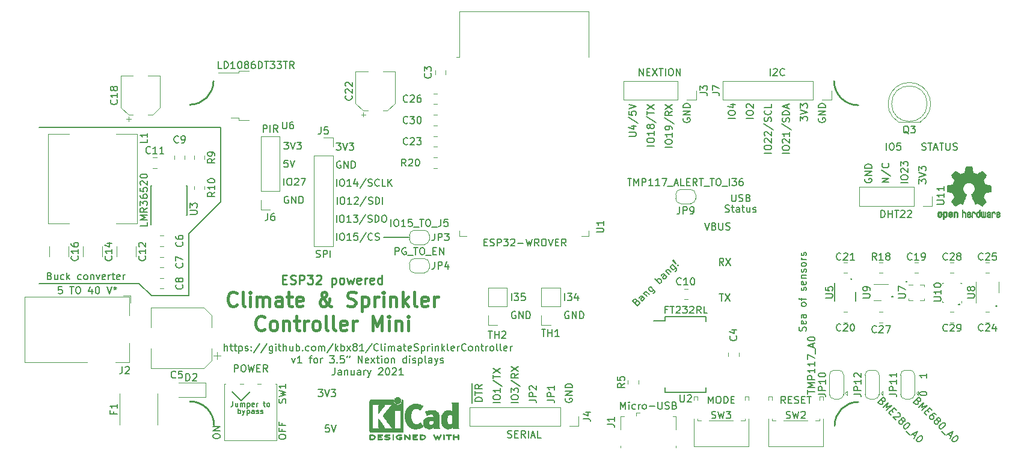
<source format=gbr>
G04 #@! TF.GenerationSoftware,KiCad,Pcbnew,(5.1.9-0-10_14)*
G04 #@! TF.CreationDate,2021-10-13T22:11:19-05:00*
G04 #@! TF.ProjectId,ClimateSprinklerController,436c696d-6174-4655-9370-72696e6b6c65,rev?*
G04 #@! TF.SameCoordinates,Original*
G04 #@! TF.FileFunction,Legend,Top*
G04 #@! TF.FilePolarity,Positive*
%FSLAX46Y46*%
G04 Gerber Fmt 4.6, Leading zero omitted, Abs format (unit mm)*
G04 Created by KiCad (PCBNEW (5.1.9-0-10_14)) date 2021-10-13 22:11:19*
%MOMM*%
%LPD*%
G01*
G04 APERTURE LIST*
%ADD10C,0.200000*%
%ADD11C,0.250000*%
%ADD12C,0.400000*%
%ADD13C,0.120000*%
%ADD14C,0.150000*%
%ADD15C,0.010000*%
%ADD16C,0.100000*%
%ADD17C,0.160000*%
G04 APERTURE END LIST*
D10*
X133750000Y-87750000D02*
X130250000Y-87750000D01*
X107250000Y-82750000D02*
X107250000Y-72250000D01*
X102750000Y-87250000D02*
X107250000Y-82750000D01*
X102750000Y-96000000D02*
X102750000Y-87250000D01*
X97500000Y-96000000D02*
X95750000Y-94250000D01*
D11*
X197050000Y-69130000D02*
G75*
G02*
X193650000Y-65730000I0J3400000D01*
G01*
X193730000Y-114270000D02*
G75*
G02*
X197050000Y-110950000I3320000J0D01*
G01*
X102950000Y-110870000D02*
G75*
G02*
X106350000Y-114270000I0J-3400000D01*
G01*
X106270000Y-65730000D02*
G75*
G02*
X102950000Y-69050000I-3320000J0D01*
G01*
D10*
X110190000Y-110786000D02*
X111460000Y-109516000D01*
X108920000Y-109516000D02*
X110190000Y-110786000D01*
X189654761Y-100929523D02*
X189702380Y-100786666D01*
X189702380Y-100548571D01*
X189654761Y-100453333D01*
X189607142Y-100405714D01*
X189511904Y-100358095D01*
X189416666Y-100358095D01*
X189321428Y-100405714D01*
X189273809Y-100453333D01*
X189226190Y-100548571D01*
X189178571Y-100739047D01*
X189130952Y-100834285D01*
X189083333Y-100881904D01*
X188988095Y-100929523D01*
X188892857Y-100929523D01*
X188797619Y-100881904D01*
X188750000Y-100834285D01*
X188702380Y-100739047D01*
X188702380Y-100500952D01*
X188750000Y-100358095D01*
X189654761Y-99548571D02*
X189702380Y-99643809D01*
X189702380Y-99834285D01*
X189654761Y-99929523D01*
X189559523Y-99977142D01*
X189178571Y-99977142D01*
X189083333Y-99929523D01*
X189035714Y-99834285D01*
X189035714Y-99643809D01*
X189083333Y-99548571D01*
X189178571Y-99500952D01*
X189273809Y-99500952D01*
X189369047Y-99977142D01*
X189702380Y-98643809D02*
X189178571Y-98643809D01*
X189083333Y-98691428D01*
X189035714Y-98786666D01*
X189035714Y-98977142D01*
X189083333Y-99072380D01*
X189654761Y-98643809D02*
X189702380Y-98739047D01*
X189702380Y-98977142D01*
X189654761Y-99072380D01*
X189559523Y-99120000D01*
X189464285Y-99120000D01*
X189369047Y-99072380D01*
X189321428Y-98977142D01*
X189321428Y-98739047D01*
X189273809Y-98643809D01*
X189702380Y-97262857D02*
X189654761Y-97358095D01*
X189607142Y-97405714D01*
X189511904Y-97453333D01*
X189226190Y-97453333D01*
X189130952Y-97405714D01*
X189083333Y-97358095D01*
X189035714Y-97262857D01*
X189035714Y-97120000D01*
X189083333Y-97024761D01*
X189130952Y-96977142D01*
X189226190Y-96929523D01*
X189511904Y-96929523D01*
X189607142Y-96977142D01*
X189654761Y-97024761D01*
X189702380Y-97120000D01*
X189702380Y-97262857D01*
X189035714Y-96643809D02*
X189035714Y-96262857D01*
X189702380Y-96500952D02*
X188845238Y-96500952D01*
X188750000Y-96453333D01*
X188702380Y-96358095D01*
X188702380Y-96262857D01*
X189654761Y-95215238D02*
X189702380Y-95120000D01*
X189702380Y-94929523D01*
X189654761Y-94834285D01*
X189559523Y-94786666D01*
X189511904Y-94786666D01*
X189416666Y-94834285D01*
X189369047Y-94929523D01*
X189369047Y-95072380D01*
X189321428Y-95167619D01*
X189226190Y-95215238D01*
X189178571Y-95215238D01*
X189083333Y-95167619D01*
X189035714Y-95072380D01*
X189035714Y-94929523D01*
X189083333Y-94834285D01*
X189654761Y-93977142D02*
X189702380Y-94072380D01*
X189702380Y-94262857D01*
X189654761Y-94358095D01*
X189559523Y-94405714D01*
X189178571Y-94405714D01*
X189083333Y-94358095D01*
X189035714Y-94262857D01*
X189035714Y-94072380D01*
X189083333Y-93977142D01*
X189178571Y-93929523D01*
X189273809Y-93929523D01*
X189369047Y-94405714D01*
X189035714Y-93500952D02*
X189702380Y-93500952D01*
X189130952Y-93500952D02*
X189083333Y-93453333D01*
X189035714Y-93358095D01*
X189035714Y-93215238D01*
X189083333Y-93120000D01*
X189178571Y-93072380D01*
X189702380Y-93072380D01*
X189654761Y-92643809D02*
X189702380Y-92548571D01*
X189702380Y-92358095D01*
X189654761Y-92262857D01*
X189559523Y-92215238D01*
X189511904Y-92215238D01*
X189416666Y-92262857D01*
X189369047Y-92358095D01*
X189369047Y-92500952D01*
X189321428Y-92596190D01*
X189226190Y-92643809D01*
X189178571Y-92643809D01*
X189083333Y-92596190D01*
X189035714Y-92500952D01*
X189035714Y-92358095D01*
X189083333Y-92262857D01*
X189702380Y-91643809D02*
X189654761Y-91739047D01*
X189607142Y-91786666D01*
X189511904Y-91834285D01*
X189226190Y-91834285D01*
X189130952Y-91786666D01*
X189083333Y-91739047D01*
X189035714Y-91643809D01*
X189035714Y-91500952D01*
X189083333Y-91405714D01*
X189130952Y-91358095D01*
X189226190Y-91310476D01*
X189511904Y-91310476D01*
X189607142Y-91358095D01*
X189654761Y-91405714D01*
X189702380Y-91500952D01*
X189702380Y-91643809D01*
X189702380Y-90881904D02*
X189035714Y-90881904D01*
X189226190Y-90881904D02*
X189130952Y-90834285D01*
X189083333Y-90786666D01*
X189035714Y-90691428D01*
X189035714Y-90596190D01*
X189654761Y-90310476D02*
X189702380Y-90215238D01*
X189702380Y-90024761D01*
X189654761Y-89929523D01*
X189559523Y-89881904D01*
X189511904Y-89881904D01*
X189416666Y-89929523D01*
X189369047Y-90024761D01*
X189369047Y-90167619D01*
X189321428Y-90262857D01*
X189226190Y-90310476D01*
X189178571Y-90310476D01*
X189083333Y-90262857D01*
X189035714Y-90167619D01*
X189035714Y-90024761D01*
X189083333Y-89929523D01*
X83201428Y-93178571D02*
X83344285Y-93226190D01*
X83391904Y-93273809D01*
X83439523Y-93369047D01*
X83439523Y-93511904D01*
X83391904Y-93607142D01*
X83344285Y-93654761D01*
X83249047Y-93702380D01*
X82868095Y-93702380D01*
X82868095Y-92702380D01*
X83201428Y-92702380D01*
X83296666Y-92750000D01*
X83344285Y-92797619D01*
X83391904Y-92892857D01*
X83391904Y-92988095D01*
X83344285Y-93083333D01*
X83296666Y-93130952D01*
X83201428Y-93178571D01*
X82868095Y-93178571D01*
X84296666Y-93035714D02*
X84296666Y-93702380D01*
X83868095Y-93035714D02*
X83868095Y-93559523D01*
X83915714Y-93654761D01*
X84010952Y-93702380D01*
X84153809Y-93702380D01*
X84249047Y-93654761D01*
X84296666Y-93607142D01*
X85201428Y-93654761D02*
X85106190Y-93702380D01*
X84915714Y-93702380D01*
X84820476Y-93654761D01*
X84772857Y-93607142D01*
X84725238Y-93511904D01*
X84725238Y-93226190D01*
X84772857Y-93130952D01*
X84820476Y-93083333D01*
X84915714Y-93035714D01*
X85106190Y-93035714D01*
X85201428Y-93083333D01*
X85630000Y-93702380D02*
X85630000Y-92702380D01*
X85725238Y-93321428D02*
X86010952Y-93702380D01*
X86010952Y-93035714D02*
X85630000Y-93416666D01*
X87630000Y-93654761D02*
X87534761Y-93702380D01*
X87344285Y-93702380D01*
X87249047Y-93654761D01*
X87201428Y-93607142D01*
X87153809Y-93511904D01*
X87153809Y-93226190D01*
X87201428Y-93130952D01*
X87249047Y-93083333D01*
X87344285Y-93035714D01*
X87534761Y-93035714D01*
X87630000Y-93083333D01*
X88201428Y-93702380D02*
X88106190Y-93654761D01*
X88058571Y-93607142D01*
X88010952Y-93511904D01*
X88010952Y-93226190D01*
X88058571Y-93130952D01*
X88106190Y-93083333D01*
X88201428Y-93035714D01*
X88344285Y-93035714D01*
X88439523Y-93083333D01*
X88487142Y-93130952D01*
X88534761Y-93226190D01*
X88534761Y-93511904D01*
X88487142Y-93607142D01*
X88439523Y-93654761D01*
X88344285Y-93702380D01*
X88201428Y-93702380D01*
X88963333Y-93035714D02*
X88963333Y-93702380D01*
X88963333Y-93130952D02*
X89010952Y-93083333D01*
X89106190Y-93035714D01*
X89249047Y-93035714D01*
X89344285Y-93083333D01*
X89391904Y-93178571D01*
X89391904Y-93702380D01*
X89772857Y-93035714D02*
X90010952Y-93702380D01*
X90249047Y-93035714D01*
X91010952Y-93654761D02*
X90915714Y-93702380D01*
X90725238Y-93702380D01*
X90630000Y-93654761D01*
X90582380Y-93559523D01*
X90582380Y-93178571D01*
X90630000Y-93083333D01*
X90725238Y-93035714D01*
X90915714Y-93035714D01*
X91010952Y-93083333D01*
X91058571Y-93178571D01*
X91058571Y-93273809D01*
X90582380Y-93369047D01*
X91487142Y-93702380D02*
X91487142Y-93035714D01*
X91487142Y-93226190D02*
X91534761Y-93130952D01*
X91582380Y-93083333D01*
X91677619Y-93035714D01*
X91772857Y-93035714D01*
X91963333Y-93035714D02*
X92344285Y-93035714D01*
X92106190Y-92702380D02*
X92106190Y-93559523D01*
X92153809Y-93654761D01*
X92249047Y-93702380D01*
X92344285Y-93702380D01*
X93058571Y-93654761D02*
X92963333Y-93702380D01*
X92772857Y-93702380D01*
X92677619Y-93654761D01*
X92630000Y-93559523D01*
X92630000Y-93178571D01*
X92677619Y-93083333D01*
X92772857Y-93035714D01*
X92963333Y-93035714D01*
X93058571Y-93083333D01*
X93106190Y-93178571D01*
X93106190Y-93273809D01*
X92630000Y-93369047D01*
X93534761Y-93702380D02*
X93534761Y-93035714D01*
X93534761Y-93226190D02*
X93582380Y-93130952D01*
X93630000Y-93083333D01*
X93725238Y-93035714D01*
X93820476Y-93035714D01*
X95750000Y-94250000D02*
X81750000Y-94250000D01*
X102750000Y-96000000D02*
X97500000Y-96000000D01*
X81750000Y-72250000D02*
X107250000Y-72250000D01*
D11*
X116035714Y-93660714D02*
X116452380Y-93660714D01*
X116630952Y-94315476D02*
X116035714Y-94315476D01*
X116035714Y-93065476D01*
X116630952Y-93065476D01*
X117107142Y-94255952D02*
X117285714Y-94315476D01*
X117583333Y-94315476D01*
X117702380Y-94255952D01*
X117761904Y-94196428D01*
X117821428Y-94077380D01*
X117821428Y-93958333D01*
X117761904Y-93839285D01*
X117702380Y-93779761D01*
X117583333Y-93720238D01*
X117345238Y-93660714D01*
X117226190Y-93601190D01*
X117166666Y-93541666D01*
X117107142Y-93422619D01*
X117107142Y-93303571D01*
X117166666Y-93184523D01*
X117226190Y-93125000D01*
X117345238Y-93065476D01*
X117642857Y-93065476D01*
X117821428Y-93125000D01*
X118357142Y-94315476D02*
X118357142Y-93065476D01*
X118833333Y-93065476D01*
X118952380Y-93125000D01*
X119011904Y-93184523D01*
X119071428Y-93303571D01*
X119071428Y-93482142D01*
X119011904Y-93601190D01*
X118952380Y-93660714D01*
X118833333Y-93720238D01*
X118357142Y-93720238D01*
X119488095Y-93065476D02*
X120261904Y-93065476D01*
X119845238Y-93541666D01*
X120023809Y-93541666D01*
X120142857Y-93601190D01*
X120202380Y-93660714D01*
X120261904Y-93779761D01*
X120261904Y-94077380D01*
X120202380Y-94196428D01*
X120142857Y-94255952D01*
X120023809Y-94315476D01*
X119666666Y-94315476D01*
X119547619Y-94255952D01*
X119488095Y-94196428D01*
X120738095Y-93184523D02*
X120797619Y-93125000D01*
X120916666Y-93065476D01*
X121214285Y-93065476D01*
X121333333Y-93125000D01*
X121392857Y-93184523D01*
X121452380Y-93303571D01*
X121452380Y-93422619D01*
X121392857Y-93601190D01*
X120678571Y-94315476D01*
X121452380Y-94315476D01*
X122940476Y-93482142D02*
X122940476Y-94732142D01*
X122940476Y-93541666D02*
X123059523Y-93482142D01*
X123297619Y-93482142D01*
X123416666Y-93541666D01*
X123476190Y-93601190D01*
X123535714Y-93720238D01*
X123535714Y-94077380D01*
X123476190Y-94196428D01*
X123416666Y-94255952D01*
X123297619Y-94315476D01*
X123059523Y-94315476D01*
X122940476Y-94255952D01*
X124250000Y-94315476D02*
X124130952Y-94255952D01*
X124071428Y-94196428D01*
X124011904Y-94077380D01*
X124011904Y-93720238D01*
X124071428Y-93601190D01*
X124130952Y-93541666D01*
X124250000Y-93482142D01*
X124428571Y-93482142D01*
X124547619Y-93541666D01*
X124607142Y-93601190D01*
X124666666Y-93720238D01*
X124666666Y-94077380D01*
X124607142Y-94196428D01*
X124547619Y-94255952D01*
X124428571Y-94315476D01*
X124250000Y-94315476D01*
X125083333Y-93482142D02*
X125321428Y-94315476D01*
X125559523Y-93720238D01*
X125797619Y-94315476D01*
X126035714Y-93482142D01*
X126988095Y-94255952D02*
X126869047Y-94315476D01*
X126630952Y-94315476D01*
X126511904Y-94255952D01*
X126452380Y-94136904D01*
X126452380Y-93660714D01*
X126511904Y-93541666D01*
X126630952Y-93482142D01*
X126869047Y-93482142D01*
X126988095Y-93541666D01*
X127047619Y-93660714D01*
X127047619Y-93779761D01*
X126452380Y-93898809D01*
X127583333Y-94315476D02*
X127583333Y-93482142D01*
X127583333Y-93720238D02*
X127642857Y-93601190D01*
X127702380Y-93541666D01*
X127821428Y-93482142D01*
X127940476Y-93482142D01*
X128833333Y-94255952D02*
X128714285Y-94315476D01*
X128476190Y-94315476D01*
X128357142Y-94255952D01*
X128297619Y-94136904D01*
X128297619Y-93660714D01*
X128357142Y-93541666D01*
X128476190Y-93482142D01*
X128714285Y-93482142D01*
X128833333Y-93541666D01*
X128892857Y-93660714D01*
X128892857Y-93779761D01*
X128297619Y-93898809D01*
X129964285Y-94315476D02*
X129964285Y-93065476D01*
X129964285Y-94255952D02*
X129845238Y-94315476D01*
X129607142Y-94315476D01*
X129488095Y-94255952D01*
X129428571Y-94196428D01*
X129369047Y-94077380D01*
X129369047Y-93720238D01*
X129428571Y-93601190D01*
X129488095Y-93541666D01*
X129607142Y-93482142D01*
X129845238Y-93482142D01*
X129964285Y-93541666D01*
D10*
X165823095Y-96825888D02*
X165957782Y-96758545D01*
X166025126Y-96758545D01*
X166126141Y-96792217D01*
X166227156Y-96893232D01*
X166260828Y-96994247D01*
X166260828Y-97061591D01*
X166227156Y-97162606D01*
X165957782Y-97431980D01*
X165250675Y-96724873D01*
X165486378Y-96489171D01*
X165587393Y-96455499D01*
X165654736Y-96455499D01*
X165755752Y-96489171D01*
X165823095Y-96556514D01*
X165856767Y-96657530D01*
X165856767Y-96724873D01*
X165823095Y-96825888D01*
X165587393Y-97061591D01*
X166967935Y-96421827D02*
X166597546Y-96051438D01*
X166496530Y-96017766D01*
X166395515Y-96051438D01*
X166260828Y-96186125D01*
X166227156Y-96287140D01*
X166934263Y-96388156D02*
X166900591Y-96489171D01*
X166732233Y-96657530D01*
X166631217Y-96691201D01*
X166530202Y-96657530D01*
X166462859Y-96590186D01*
X166429187Y-96489171D01*
X166462859Y-96388156D01*
X166631217Y-96219797D01*
X166664889Y-96118782D01*
X166833248Y-95613705D02*
X167304652Y-96085110D01*
X166900591Y-95681049D02*
X166900591Y-95613705D01*
X166934263Y-95512690D01*
X167035278Y-95411675D01*
X167136294Y-95378003D01*
X167237309Y-95411675D01*
X167607698Y-95782064D01*
X167776057Y-94670896D02*
X168348477Y-95243316D01*
X168382148Y-95344331D01*
X168382148Y-95411675D01*
X168348477Y-95512690D01*
X168247461Y-95613705D01*
X168146446Y-95647377D01*
X168213790Y-95108629D02*
X168180118Y-95209644D01*
X168045431Y-95344331D01*
X167944416Y-95378003D01*
X167877072Y-95378003D01*
X167776057Y-95344331D01*
X167574026Y-95142301D01*
X167540355Y-95041286D01*
X167540355Y-94973942D01*
X167574026Y-94872927D01*
X167708713Y-94738240D01*
X167809729Y-94704568D01*
X169122927Y-94266835D02*
X168415820Y-93559729D01*
X168685194Y-93829103D02*
X168718866Y-93728087D01*
X168853553Y-93593400D01*
X168954568Y-93559729D01*
X169021912Y-93559729D01*
X169122927Y-93593400D01*
X169324957Y-93795431D01*
X169358629Y-93896446D01*
X169358629Y-93963790D01*
X169324957Y-94064805D01*
X169190270Y-94199492D01*
X169089255Y-94233164D01*
X170065736Y-93324026D02*
X169695347Y-92953637D01*
X169594331Y-92919965D01*
X169493316Y-92953637D01*
X169358629Y-93088324D01*
X169324957Y-93189339D01*
X170032064Y-93290355D02*
X169998392Y-93391370D01*
X169830034Y-93559729D01*
X169729018Y-93593400D01*
X169628003Y-93559729D01*
X169560660Y-93492385D01*
X169526988Y-93391370D01*
X169560660Y-93290355D01*
X169729018Y-93121996D01*
X169762690Y-93020981D01*
X169931049Y-92515904D02*
X170402453Y-92987309D01*
X169998392Y-92583248D02*
X169998392Y-92515904D01*
X170032064Y-92414889D01*
X170133079Y-92313874D01*
X170234095Y-92280202D01*
X170335110Y-92313874D01*
X170705499Y-92684263D01*
X170873858Y-91573095D02*
X171446278Y-92145515D01*
X171479950Y-92246530D01*
X171479950Y-92313874D01*
X171446278Y-92414889D01*
X171345263Y-92515904D01*
X171244247Y-92549576D01*
X171311591Y-92010828D02*
X171277919Y-92111843D01*
X171143232Y-92246530D01*
X171042217Y-92280202D01*
X170974873Y-92280202D01*
X170873858Y-92246530D01*
X170671827Y-92044500D01*
X170638156Y-91943485D01*
X170638156Y-91876141D01*
X170671827Y-91775126D01*
X170806514Y-91640439D01*
X170907530Y-91606767D01*
X171614637Y-91640439D02*
X171681980Y-91640439D01*
X171681980Y-91707782D01*
X171614637Y-91707782D01*
X171614637Y-91640439D01*
X171681980Y-91707782D01*
X171412606Y-91438408D02*
X170974873Y-91068019D01*
X170974873Y-91000675D01*
X171042217Y-91000675D01*
X171412606Y-91438408D01*
X170974873Y-91000675D01*
X107809523Y-103752380D02*
X107809523Y-102752380D01*
X108238095Y-103752380D02*
X108238095Y-103228571D01*
X108190476Y-103133333D01*
X108095238Y-103085714D01*
X107952380Y-103085714D01*
X107857142Y-103133333D01*
X107809523Y-103180952D01*
X108571428Y-103085714D02*
X108952380Y-103085714D01*
X108714285Y-102752380D02*
X108714285Y-103609523D01*
X108761904Y-103704761D01*
X108857142Y-103752380D01*
X108952380Y-103752380D01*
X109142857Y-103085714D02*
X109523809Y-103085714D01*
X109285714Y-102752380D02*
X109285714Y-103609523D01*
X109333333Y-103704761D01*
X109428571Y-103752380D01*
X109523809Y-103752380D01*
X109857142Y-103085714D02*
X109857142Y-104085714D01*
X109857142Y-103133333D02*
X109952380Y-103085714D01*
X110142857Y-103085714D01*
X110238095Y-103133333D01*
X110285714Y-103180952D01*
X110333333Y-103276190D01*
X110333333Y-103561904D01*
X110285714Y-103657142D01*
X110238095Y-103704761D01*
X110142857Y-103752380D01*
X109952380Y-103752380D01*
X109857142Y-103704761D01*
X110714285Y-103704761D02*
X110809523Y-103752380D01*
X111000000Y-103752380D01*
X111095238Y-103704761D01*
X111142857Y-103609523D01*
X111142857Y-103561904D01*
X111095238Y-103466666D01*
X111000000Y-103419047D01*
X110857142Y-103419047D01*
X110761904Y-103371428D01*
X110714285Y-103276190D01*
X110714285Y-103228571D01*
X110761904Y-103133333D01*
X110857142Y-103085714D01*
X111000000Y-103085714D01*
X111095238Y-103133333D01*
X111571428Y-103657142D02*
X111619047Y-103704761D01*
X111571428Y-103752380D01*
X111523809Y-103704761D01*
X111571428Y-103657142D01*
X111571428Y-103752380D01*
X111571428Y-103133333D02*
X111619047Y-103180952D01*
X111571428Y-103228571D01*
X111523809Y-103180952D01*
X111571428Y-103133333D01*
X111571428Y-103228571D01*
X112761904Y-102704761D02*
X111904761Y-103990476D01*
X113809523Y-102704761D02*
X112952380Y-103990476D01*
X114571428Y-103085714D02*
X114571428Y-103895238D01*
X114523809Y-103990476D01*
X114476190Y-104038095D01*
X114380952Y-104085714D01*
X114238095Y-104085714D01*
X114142857Y-104038095D01*
X114571428Y-103704761D02*
X114476190Y-103752380D01*
X114285714Y-103752380D01*
X114190476Y-103704761D01*
X114142857Y-103657142D01*
X114095238Y-103561904D01*
X114095238Y-103276190D01*
X114142857Y-103180952D01*
X114190476Y-103133333D01*
X114285714Y-103085714D01*
X114476190Y-103085714D01*
X114571428Y-103133333D01*
X115047619Y-103752380D02*
X115047619Y-103085714D01*
X115047619Y-102752380D02*
X115000000Y-102800000D01*
X115047619Y-102847619D01*
X115095238Y-102800000D01*
X115047619Y-102752380D01*
X115047619Y-102847619D01*
X115380952Y-103085714D02*
X115761904Y-103085714D01*
X115523809Y-102752380D02*
X115523809Y-103609523D01*
X115571428Y-103704761D01*
X115666666Y-103752380D01*
X115761904Y-103752380D01*
X116095238Y-103752380D02*
X116095238Y-102752380D01*
X116523809Y-103752380D02*
X116523809Y-103228571D01*
X116476190Y-103133333D01*
X116380952Y-103085714D01*
X116238095Y-103085714D01*
X116142857Y-103133333D01*
X116095238Y-103180952D01*
X117428571Y-103085714D02*
X117428571Y-103752380D01*
X117000000Y-103085714D02*
X117000000Y-103609523D01*
X117047619Y-103704761D01*
X117142857Y-103752380D01*
X117285714Y-103752380D01*
X117380952Y-103704761D01*
X117428571Y-103657142D01*
X117904761Y-103752380D02*
X117904761Y-102752380D01*
X117904761Y-103133333D02*
X118000000Y-103085714D01*
X118190476Y-103085714D01*
X118285714Y-103133333D01*
X118333333Y-103180952D01*
X118380952Y-103276190D01*
X118380952Y-103561904D01*
X118333333Y-103657142D01*
X118285714Y-103704761D01*
X118190476Y-103752380D01*
X118000000Y-103752380D01*
X117904761Y-103704761D01*
X118809523Y-103657142D02*
X118857142Y-103704761D01*
X118809523Y-103752380D01*
X118761904Y-103704761D01*
X118809523Y-103657142D01*
X118809523Y-103752380D01*
X119714285Y-103704761D02*
X119619047Y-103752380D01*
X119428571Y-103752380D01*
X119333333Y-103704761D01*
X119285714Y-103657142D01*
X119238095Y-103561904D01*
X119238095Y-103276190D01*
X119285714Y-103180952D01*
X119333333Y-103133333D01*
X119428571Y-103085714D01*
X119619047Y-103085714D01*
X119714285Y-103133333D01*
X120285714Y-103752380D02*
X120190476Y-103704761D01*
X120142857Y-103657142D01*
X120095238Y-103561904D01*
X120095238Y-103276190D01*
X120142857Y-103180952D01*
X120190476Y-103133333D01*
X120285714Y-103085714D01*
X120428571Y-103085714D01*
X120523809Y-103133333D01*
X120571428Y-103180952D01*
X120619047Y-103276190D01*
X120619047Y-103561904D01*
X120571428Y-103657142D01*
X120523809Y-103704761D01*
X120428571Y-103752380D01*
X120285714Y-103752380D01*
X121047619Y-103752380D02*
X121047619Y-103085714D01*
X121047619Y-103180952D02*
X121095238Y-103133333D01*
X121190476Y-103085714D01*
X121333333Y-103085714D01*
X121428571Y-103133333D01*
X121476190Y-103228571D01*
X121476190Y-103752380D01*
X121476190Y-103228571D02*
X121523809Y-103133333D01*
X121619047Y-103085714D01*
X121761904Y-103085714D01*
X121857142Y-103133333D01*
X121904761Y-103228571D01*
X121904761Y-103752380D01*
X123095238Y-102704761D02*
X122238095Y-103990476D01*
X123428571Y-103752380D02*
X123428571Y-102752380D01*
X123523809Y-103371428D02*
X123809523Y-103752380D01*
X123809523Y-103085714D02*
X123428571Y-103466666D01*
X124238095Y-103752380D02*
X124238095Y-102752380D01*
X124238095Y-103133333D02*
X124333333Y-103085714D01*
X124523809Y-103085714D01*
X124619047Y-103133333D01*
X124666666Y-103180952D01*
X124714285Y-103276190D01*
X124714285Y-103561904D01*
X124666666Y-103657142D01*
X124619047Y-103704761D01*
X124523809Y-103752380D01*
X124333333Y-103752380D01*
X124238095Y-103704761D01*
X125047619Y-103752380D02*
X125571428Y-103085714D01*
X125047619Y-103085714D02*
X125571428Y-103752380D01*
X126095238Y-103180952D02*
X126000000Y-103133333D01*
X125952380Y-103085714D01*
X125904761Y-102990476D01*
X125904761Y-102942857D01*
X125952380Y-102847619D01*
X126000000Y-102800000D01*
X126095238Y-102752380D01*
X126285714Y-102752380D01*
X126380952Y-102800000D01*
X126428571Y-102847619D01*
X126476190Y-102942857D01*
X126476190Y-102990476D01*
X126428571Y-103085714D01*
X126380952Y-103133333D01*
X126285714Y-103180952D01*
X126095238Y-103180952D01*
X126000000Y-103228571D01*
X125952380Y-103276190D01*
X125904761Y-103371428D01*
X125904761Y-103561904D01*
X125952380Y-103657142D01*
X126000000Y-103704761D01*
X126095238Y-103752380D01*
X126285714Y-103752380D01*
X126380952Y-103704761D01*
X126428571Y-103657142D01*
X126476190Y-103561904D01*
X126476190Y-103371428D01*
X126428571Y-103276190D01*
X126380952Y-103228571D01*
X126285714Y-103180952D01*
X127428571Y-103752380D02*
X126857142Y-103752380D01*
X127142857Y-103752380D02*
X127142857Y-102752380D01*
X127047619Y-102895238D01*
X126952380Y-102990476D01*
X126857142Y-103038095D01*
X128571428Y-102704761D02*
X127714285Y-103990476D01*
X129476190Y-103657142D02*
X129428571Y-103704761D01*
X129285714Y-103752380D01*
X129190476Y-103752380D01*
X129047619Y-103704761D01*
X128952380Y-103609523D01*
X128904761Y-103514285D01*
X128857142Y-103323809D01*
X128857142Y-103180952D01*
X128904761Y-102990476D01*
X128952380Y-102895238D01*
X129047619Y-102800000D01*
X129190476Y-102752380D01*
X129285714Y-102752380D01*
X129428571Y-102800000D01*
X129476190Y-102847619D01*
X130047619Y-103752380D02*
X129952380Y-103704761D01*
X129904761Y-103609523D01*
X129904761Y-102752380D01*
X130428571Y-103752380D02*
X130428571Y-103085714D01*
X130428571Y-102752380D02*
X130380952Y-102800000D01*
X130428571Y-102847619D01*
X130476190Y-102800000D01*
X130428571Y-102752380D01*
X130428571Y-102847619D01*
X130904761Y-103752380D02*
X130904761Y-103085714D01*
X130904761Y-103180952D02*
X130952380Y-103133333D01*
X131047619Y-103085714D01*
X131190476Y-103085714D01*
X131285714Y-103133333D01*
X131333333Y-103228571D01*
X131333333Y-103752380D01*
X131333333Y-103228571D02*
X131380952Y-103133333D01*
X131476190Y-103085714D01*
X131619047Y-103085714D01*
X131714285Y-103133333D01*
X131761904Y-103228571D01*
X131761904Y-103752380D01*
X132666666Y-103752380D02*
X132666666Y-103228571D01*
X132619047Y-103133333D01*
X132523809Y-103085714D01*
X132333333Y-103085714D01*
X132238095Y-103133333D01*
X132666666Y-103704761D02*
X132571428Y-103752380D01*
X132333333Y-103752380D01*
X132238095Y-103704761D01*
X132190476Y-103609523D01*
X132190476Y-103514285D01*
X132238095Y-103419047D01*
X132333333Y-103371428D01*
X132571428Y-103371428D01*
X132666666Y-103323809D01*
X133000000Y-103085714D02*
X133380952Y-103085714D01*
X133142857Y-102752380D02*
X133142857Y-103609523D01*
X133190476Y-103704761D01*
X133285714Y-103752380D01*
X133380952Y-103752380D01*
X134095238Y-103704761D02*
X133999999Y-103752380D01*
X133809523Y-103752380D01*
X133714285Y-103704761D01*
X133666666Y-103609523D01*
X133666666Y-103228571D01*
X133714285Y-103133333D01*
X133809523Y-103085714D01*
X133999999Y-103085714D01*
X134095238Y-103133333D01*
X134142857Y-103228571D01*
X134142857Y-103323809D01*
X133666666Y-103419047D01*
X134523809Y-103704761D02*
X134666666Y-103752380D01*
X134904761Y-103752380D01*
X135000000Y-103704761D01*
X135047619Y-103657142D01*
X135095238Y-103561904D01*
X135095238Y-103466666D01*
X135047619Y-103371428D01*
X135000000Y-103323809D01*
X134904761Y-103276190D01*
X134714285Y-103228571D01*
X134619047Y-103180952D01*
X134571428Y-103133333D01*
X134523809Y-103038095D01*
X134523809Y-102942857D01*
X134571428Y-102847619D01*
X134619047Y-102800000D01*
X134714285Y-102752380D01*
X134952380Y-102752380D01*
X135095238Y-102800000D01*
X135523809Y-103085714D02*
X135523809Y-104085714D01*
X135523809Y-103133333D02*
X135619047Y-103085714D01*
X135809523Y-103085714D01*
X135904761Y-103133333D01*
X135952380Y-103180952D01*
X136000000Y-103276190D01*
X136000000Y-103561904D01*
X135952380Y-103657142D01*
X135904761Y-103704761D01*
X135809523Y-103752380D01*
X135619047Y-103752380D01*
X135523809Y-103704761D01*
X136428571Y-103752380D02*
X136428571Y-103085714D01*
X136428571Y-103276190D02*
X136476190Y-103180952D01*
X136523809Y-103133333D01*
X136619047Y-103085714D01*
X136714285Y-103085714D01*
X137047619Y-103752380D02*
X137047619Y-103085714D01*
X137047619Y-102752380D02*
X137000000Y-102800000D01*
X137047619Y-102847619D01*
X137095238Y-102800000D01*
X137047619Y-102752380D01*
X137047619Y-102847619D01*
X137523809Y-103085714D02*
X137523809Y-103752380D01*
X137523809Y-103180952D02*
X137571428Y-103133333D01*
X137666666Y-103085714D01*
X137809523Y-103085714D01*
X137904761Y-103133333D01*
X137952380Y-103228571D01*
X137952380Y-103752380D01*
X138428571Y-103752380D02*
X138428571Y-102752380D01*
X138523809Y-103371428D02*
X138809523Y-103752380D01*
X138809523Y-103085714D02*
X138428571Y-103466666D01*
X139380952Y-103752380D02*
X139285714Y-103704761D01*
X139238095Y-103609523D01*
X139238095Y-102752380D01*
X140142857Y-103704761D02*
X140047619Y-103752380D01*
X139857142Y-103752380D01*
X139761904Y-103704761D01*
X139714285Y-103609523D01*
X139714285Y-103228571D01*
X139761904Y-103133333D01*
X139857142Y-103085714D01*
X140047619Y-103085714D01*
X140142857Y-103133333D01*
X140190476Y-103228571D01*
X140190476Y-103323809D01*
X139714285Y-103419047D01*
X140619047Y-103752380D02*
X140619047Y-103085714D01*
X140619047Y-103276190D02*
X140666666Y-103180952D01*
X140714285Y-103133333D01*
X140809523Y-103085714D01*
X140904761Y-103085714D01*
X141809523Y-103657142D02*
X141761904Y-103704761D01*
X141619047Y-103752380D01*
X141523809Y-103752380D01*
X141380952Y-103704761D01*
X141285714Y-103609523D01*
X141238095Y-103514285D01*
X141190476Y-103323809D01*
X141190476Y-103180952D01*
X141238095Y-102990476D01*
X141285714Y-102895238D01*
X141380952Y-102800000D01*
X141523809Y-102752380D01*
X141619047Y-102752380D01*
X141761904Y-102800000D01*
X141809523Y-102847619D01*
X142380952Y-103752380D02*
X142285714Y-103704761D01*
X142238095Y-103657142D01*
X142190476Y-103561904D01*
X142190476Y-103276190D01*
X142238095Y-103180952D01*
X142285714Y-103133333D01*
X142380952Y-103085714D01*
X142523809Y-103085714D01*
X142619047Y-103133333D01*
X142666666Y-103180952D01*
X142714285Y-103276190D01*
X142714285Y-103561904D01*
X142666666Y-103657142D01*
X142619047Y-103704761D01*
X142523809Y-103752380D01*
X142380952Y-103752380D01*
X143142857Y-103085714D02*
X143142857Y-103752380D01*
X143142857Y-103180952D02*
X143190476Y-103133333D01*
X143285714Y-103085714D01*
X143428571Y-103085714D01*
X143523809Y-103133333D01*
X143571428Y-103228571D01*
X143571428Y-103752380D01*
X143904761Y-103085714D02*
X144285714Y-103085714D01*
X144047619Y-102752380D02*
X144047619Y-103609523D01*
X144095238Y-103704761D01*
X144190476Y-103752380D01*
X144285714Y-103752380D01*
X144619047Y-103752380D02*
X144619047Y-103085714D01*
X144619047Y-103276190D02*
X144666666Y-103180952D01*
X144714285Y-103133333D01*
X144809523Y-103085714D01*
X144904761Y-103085714D01*
X145380952Y-103752380D02*
X145285714Y-103704761D01*
X145238095Y-103657142D01*
X145190476Y-103561904D01*
X145190476Y-103276190D01*
X145238095Y-103180952D01*
X145285714Y-103133333D01*
X145380952Y-103085714D01*
X145523809Y-103085714D01*
X145619047Y-103133333D01*
X145666666Y-103180952D01*
X145714285Y-103276190D01*
X145714285Y-103561904D01*
X145666666Y-103657142D01*
X145619047Y-103704761D01*
X145523809Y-103752380D01*
X145380952Y-103752380D01*
X146285714Y-103752380D02*
X146190476Y-103704761D01*
X146142857Y-103609523D01*
X146142857Y-102752380D01*
X146809523Y-103752380D02*
X146714285Y-103704761D01*
X146666666Y-103609523D01*
X146666666Y-102752380D01*
X147571428Y-103704761D02*
X147476190Y-103752380D01*
X147285714Y-103752380D01*
X147190476Y-103704761D01*
X147142857Y-103609523D01*
X147142857Y-103228571D01*
X147190476Y-103133333D01*
X147285714Y-103085714D01*
X147476190Y-103085714D01*
X147571428Y-103133333D01*
X147619047Y-103228571D01*
X147619047Y-103323809D01*
X147142857Y-103419047D01*
X148047619Y-103752380D02*
X148047619Y-103085714D01*
X148047619Y-103276190D02*
X148095238Y-103180952D01*
X148142857Y-103133333D01*
X148238095Y-103085714D01*
X148333333Y-103085714D01*
X117309523Y-104785714D02*
X117547619Y-105452380D01*
X117785714Y-104785714D01*
X118690476Y-105452380D02*
X118119047Y-105452380D01*
X118404761Y-105452380D02*
X118404761Y-104452380D01*
X118309523Y-104595238D01*
X118214285Y-104690476D01*
X118119047Y-104738095D01*
X119738095Y-104785714D02*
X120119047Y-104785714D01*
X119880952Y-105452380D02*
X119880952Y-104595238D01*
X119928571Y-104500000D01*
X120023809Y-104452380D01*
X120119047Y-104452380D01*
X120595238Y-105452380D02*
X120500000Y-105404761D01*
X120452380Y-105357142D01*
X120404761Y-105261904D01*
X120404761Y-104976190D01*
X120452380Y-104880952D01*
X120500000Y-104833333D01*
X120595238Y-104785714D01*
X120738095Y-104785714D01*
X120833333Y-104833333D01*
X120880952Y-104880952D01*
X120928571Y-104976190D01*
X120928571Y-105261904D01*
X120880952Y-105357142D01*
X120833333Y-105404761D01*
X120738095Y-105452380D01*
X120595238Y-105452380D01*
X121357142Y-105452380D02*
X121357142Y-104785714D01*
X121357142Y-104976190D02*
X121404761Y-104880952D01*
X121452380Y-104833333D01*
X121547619Y-104785714D01*
X121642857Y-104785714D01*
X122642857Y-104452380D02*
X123261904Y-104452380D01*
X122928571Y-104833333D01*
X123071428Y-104833333D01*
X123166666Y-104880952D01*
X123214285Y-104928571D01*
X123261904Y-105023809D01*
X123261904Y-105261904D01*
X123214285Y-105357142D01*
X123166666Y-105404761D01*
X123071428Y-105452380D01*
X122785714Y-105452380D01*
X122690476Y-105404761D01*
X122642857Y-105357142D01*
X123690476Y-105357142D02*
X123738095Y-105404761D01*
X123690476Y-105452380D01*
X123642857Y-105404761D01*
X123690476Y-105357142D01*
X123690476Y-105452380D01*
X124642857Y-104452380D02*
X124166666Y-104452380D01*
X124119047Y-104928571D01*
X124166666Y-104880952D01*
X124261904Y-104833333D01*
X124500000Y-104833333D01*
X124595238Y-104880952D01*
X124642857Y-104928571D01*
X124690476Y-105023809D01*
X124690476Y-105261904D01*
X124642857Y-105357142D01*
X124595238Y-105404761D01*
X124500000Y-105452380D01*
X124261904Y-105452380D01*
X124166666Y-105404761D01*
X124119047Y-105357142D01*
X125119047Y-104452380D02*
X125119047Y-104500000D01*
X125071428Y-104595238D01*
X125023809Y-104642857D01*
X125500000Y-104452380D02*
X125500000Y-104500000D01*
X125452380Y-104595238D01*
X125404761Y-104642857D01*
X126642857Y-105452380D02*
X126642857Y-104452380D01*
X127214285Y-105452380D01*
X127214285Y-104452380D01*
X128071428Y-105404761D02*
X127976190Y-105452380D01*
X127785714Y-105452380D01*
X127690476Y-105404761D01*
X127642857Y-105309523D01*
X127642857Y-104928571D01*
X127690476Y-104833333D01*
X127785714Y-104785714D01*
X127976190Y-104785714D01*
X128071428Y-104833333D01*
X128119047Y-104928571D01*
X128119047Y-105023809D01*
X127642857Y-105119047D01*
X128452380Y-105452380D02*
X128976190Y-104785714D01*
X128452380Y-104785714D02*
X128976190Y-105452380D01*
X129214285Y-104785714D02*
X129595238Y-104785714D01*
X129357142Y-104452380D02*
X129357142Y-105309523D01*
X129404761Y-105404761D01*
X129500000Y-105452380D01*
X129595238Y-105452380D01*
X129928571Y-105452380D02*
X129928571Y-104785714D01*
X129928571Y-104452380D02*
X129880952Y-104500000D01*
X129928571Y-104547619D01*
X129976190Y-104500000D01*
X129928571Y-104452380D01*
X129928571Y-104547619D01*
X130547619Y-105452380D02*
X130452380Y-105404761D01*
X130404761Y-105357142D01*
X130357142Y-105261904D01*
X130357142Y-104976190D01*
X130404761Y-104880952D01*
X130452380Y-104833333D01*
X130547619Y-104785714D01*
X130690476Y-104785714D01*
X130785714Y-104833333D01*
X130833333Y-104880952D01*
X130880952Y-104976190D01*
X130880952Y-105261904D01*
X130833333Y-105357142D01*
X130785714Y-105404761D01*
X130690476Y-105452380D01*
X130547619Y-105452380D01*
X131309523Y-104785714D02*
X131309523Y-105452380D01*
X131309523Y-104880952D02*
X131357142Y-104833333D01*
X131452380Y-104785714D01*
X131595238Y-104785714D01*
X131690476Y-104833333D01*
X131738095Y-104928571D01*
X131738095Y-105452380D01*
X133404761Y-105452380D02*
X133404761Y-104452380D01*
X133404761Y-105404761D02*
X133309523Y-105452380D01*
X133119047Y-105452380D01*
X133023809Y-105404761D01*
X132976190Y-105357142D01*
X132928571Y-105261904D01*
X132928571Y-104976190D01*
X132976190Y-104880952D01*
X133023809Y-104833333D01*
X133119047Y-104785714D01*
X133309523Y-104785714D01*
X133404761Y-104833333D01*
X133880952Y-105452380D02*
X133880952Y-104785714D01*
X133880952Y-104452380D02*
X133833333Y-104500000D01*
X133880952Y-104547619D01*
X133928571Y-104500000D01*
X133880952Y-104452380D01*
X133880952Y-104547619D01*
X134309523Y-105404761D02*
X134404761Y-105452380D01*
X134595238Y-105452380D01*
X134690476Y-105404761D01*
X134738095Y-105309523D01*
X134738095Y-105261904D01*
X134690476Y-105166666D01*
X134595238Y-105119047D01*
X134452380Y-105119047D01*
X134357142Y-105071428D01*
X134309523Y-104976190D01*
X134309523Y-104928571D01*
X134357142Y-104833333D01*
X134452380Y-104785714D01*
X134595238Y-104785714D01*
X134690476Y-104833333D01*
X135166666Y-104785714D02*
X135166666Y-105785714D01*
X135166666Y-104833333D02*
X135261904Y-104785714D01*
X135452380Y-104785714D01*
X135547619Y-104833333D01*
X135595238Y-104880952D01*
X135642857Y-104976190D01*
X135642857Y-105261904D01*
X135595238Y-105357142D01*
X135547619Y-105404761D01*
X135452380Y-105452380D01*
X135261904Y-105452380D01*
X135166666Y-105404761D01*
X136214285Y-105452380D02*
X136119047Y-105404761D01*
X136071428Y-105309523D01*
X136071428Y-104452380D01*
X137023809Y-105452380D02*
X137023809Y-104928571D01*
X136976190Y-104833333D01*
X136880952Y-104785714D01*
X136690476Y-104785714D01*
X136595238Y-104833333D01*
X137023809Y-105404761D02*
X136928571Y-105452380D01*
X136690476Y-105452380D01*
X136595238Y-105404761D01*
X136547619Y-105309523D01*
X136547619Y-105214285D01*
X136595238Y-105119047D01*
X136690476Y-105071428D01*
X136928571Y-105071428D01*
X137023809Y-105023809D01*
X137404761Y-104785714D02*
X137642857Y-105452380D01*
X137880952Y-104785714D02*
X137642857Y-105452380D01*
X137547619Y-105690476D01*
X137500000Y-105738095D01*
X137404761Y-105785714D01*
X138214285Y-105404761D02*
X138309523Y-105452380D01*
X138500000Y-105452380D01*
X138595238Y-105404761D01*
X138642857Y-105309523D01*
X138642857Y-105261904D01*
X138595238Y-105166666D01*
X138500000Y-105119047D01*
X138357142Y-105119047D01*
X138261904Y-105071428D01*
X138214285Y-104976190D01*
X138214285Y-104928571D01*
X138261904Y-104833333D01*
X138357142Y-104785714D01*
X138500000Y-104785714D01*
X138595238Y-104833333D01*
X123357142Y-106152380D02*
X123357142Y-106866666D01*
X123309523Y-107009523D01*
X123214285Y-107104761D01*
X123071428Y-107152380D01*
X122976190Y-107152380D01*
X124261904Y-107152380D02*
X124261904Y-106628571D01*
X124214285Y-106533333D01*
X124119047Y-106485714D01*
X123928571Y-106485714D01*
X123833333Y-106533333D01*
X124261904Y-107104761D02*
X124166666Y-107152380D01*
X123928571Y-107152380D01*
X123833333Y-107104761D01*
X123785714Y-107009523D01*
X123785714Y-106914285D01*
X123833333Y-106819047D01*
X123928571Y-106771428D01*
X124166666Y-106771428D01*
X124261904Y-106723809D01*
X124738095Y-106485714D02*
X124738095Y-107152380D01*
X124738095Y-106580952D02*
X124785714Y-106533333D01*
X124880952Y-106485714D01*
X125023809Y-106485714D01*
X125119047Y-106533333D01*
X125166666Y-106628571D01*
X125166666Y-107152380D01*
X126071428Y-106485714D02*
X126071428Y-107152380D01*
X125642857Y-106485714D02*
X125642857Y-107009523D01*
X125690476Y-107104761D01*
X125785714Y-107152380D01*
X125928571Y-107152380D01*
X126023809Y-107104761D01*
X126071428Y-107057142D01*
X126976190Y-107152380D02*
X126976190Y-106628571D01*
X126928571Y-106533333D01*
X126833333Y-106485714D01*
X126642857Y-106485714D01*
X126547619Y-106533333D01*
X126976190Y-107104761D02*
X126880952Y-107152380D01*
X126642857Y-107152380D01*
X126547619Y-107104761D01*
X126500000Y-107009523D01*
X126500000Y-106914285D01*
X126547619Y-106819047D01*
X126642857Y-106771428D01*
X126880952Y-106771428D01*
X126976190Y-106723809D01*
X127452380Y-107152380D02*
X127452380Y-106485714D01*
X127452380Y-106676190D02*
X127500000Y-106580952D01*
X127547619Y-106533333D01*
X127642857Y-106485714D01*
X127738095Y-106485714D01*
X127976190Y-106485714D02*
X128214285Y-107152380D01*
X128452380Y-106485714D02*
X128214285Y-107152380D01*
X128119047Y-107390476D01*
X128071428Y-107438095D01*
X127976190Y-107485714D01*
X129547619Y-106247619D02*
X129595238Y-106200000D01*
X129690476Y-106152380D01*
X129928571Y-106152380D01*
X130023809Y-106200000D01*
X130071428Y-106247619D01*
X130119047Y-106342857D01*
X130119047Y-106438095D01*
X130071428Y-106580952D01*
X129500000Y-107152380D01*
X130119047Y-107152380D01*
X130738095Y-106152380D02*
X130833333Y-106152380D01*
X130928571Y-106200000D01*
X130976190Y-106247619D01*
X131023809Y-106342857D01*
X131071428Y-106533333D01*
X131071428Y-106771428D01*
X131023809Y-106961904D01*
X130976190Y-107057142D01*
X130928571Y-107104761D01*
X130833333Y-107152380D01*
X130738095Y-107152380D01*
X130642857Y-107104761D01*
X130595238Y-107057142D01*
X130547619Y-106961904D01*
X130500000Y-106771428D01*
X130500000Y-106533333D01*
X130547619Y-106342857D01*
X130595238Y-106247619D01*
X130642857Y-106200000D01*
X130738095Y-106152380D01*
X131452380Y-106247619D02*
X131500000Y-106200000D01*
X131595238Y-106152380D01*
X131833333Y-106152380D01*
X131928571Y-106200000D01*
X131976190Y-106247619D01*
X132023809Y-106342857D01*
X132023809Y-106438095D01*
X131976190Y-106580952D01*
X131404761Y-107152380D01*
X132023809Y-107152380D01*
X132976190Y-107152380D02*
X132404761Y-107152380D01*
X132690476Y-107152380D02*
X132690476Y-106152380D01*
X132595238Y-106295238D01*
X132500000Y-106390476D01*
X132404761Y-106438095D01*
D12*
X109523809Y-97264285D02*
X109428571Y-97359523D01*
X109142857Y-97454761D01*
X108952380Y-97454761D01*
X108666666Y-97359523D01*
X108476190Y-97169047D01*
X108380952Y-96978571D01*
X108285714Y-96597619D01*
X108285714Y-96311904D01*
X108380952Y-95930952D01*
X108476190Y-95740476D01*
X108666666Y-95550000D01*
X108952380Y-95454761D01*
X109142857Y-95454761D01*
X109428571Y-95550000D01*
X109523809Y-95645238D01*
X110666666Y-97454761D02*
X110476190Y-97359523D01*
X110380952Y-97169047D01*
X110380952Y-95454761D01*
X111428571Y-97454761D02*
X111428571Y-96121428D01*
X111428571Y-95454761D02*
X111333333Y-95550000D01*
X111428571Y-95645238D01*
X111523809Y-95550000D01*
X111428571Y-95454761D01*
X111428571Y-95645238D01*
X112380952Y-97454761D02*
X112380952Y-96121428D01*
X112380952Y-96311904D02*
X112476190Y-96216666D01*
X112666666Y-96121428D01*
X112952380Y-96121428D01*
X113142857Y-96216666D01*
X113238095Y-96407142D01*
X113238095Y-97454761D01*
X113238095Y-96407142D02*
X113333333Y-96216666D01*
X113523809Y-96121428D01*
X113809523Y-96121428D01*
X114000000Y-96216666D01*
X114095238Y-96407142D01*
X114095238Y-97454761D01*
X115904761Y-97454761D02*
X115904761Y-96407142D01*
X115809523Y-96216666D01*
X115619047Y-96121428D01*
X115238095Y-96121428D01*
X115047619Y-96216666D01*
X115904761Y-97359523D02*
X115714285Y-97454761D01*
X115238095Y-97454761D01*
X115047619Y-97359523D01*
X114952380Y-97169047D01*
X114952380Y-96978571D01*
X115047619Y-96788095D01*
X115238095Y-96692857D01*
X115714285Y-96692857D01*
X115904761Y-96597619D01*
X116571428Y-96121428D02*
X117333333Y-96121428D01*
X116857142Y-95454761D02*
X116857142Y-97169047D01*
X116952380Y-97359523D01*
X117142857Y-97454761D01*
X117333333Y-97454761D01*
X118761904Y-97359523D02*
X118571428Y-97454761D01*
X118190476Y-97454761D01*
X118000000Y-97359523D01*
X117904761Y-97169047D01*
X117904761Y-96407142D01*
X118000000Y-96216666D01*
X118190476Y-96121428D01*
X118571428Y-96121428D01*
X118761904Y-96216666D01*
X118857142Y-96407142D01*
X118857142Y-96597619D01*
X117904761Y-96788095D01*
X122857142Y-97454761D02*
X122761904Y-97454761D01*
X122571428Y-97359523D01*
X122285714Y-97073809D01*
X121809523Y-96502380D01*
X121619047Y-96216666D01*
X121523809Y-95930952D01*
X121523809Y-95740476D01*
X121619047Y-95550000D01*
X121809523Y-95454761D01*
X121904761Y-95454761D01*
X122095238Y-95550000D01*
X122190476Y-95740476D01*
X122190476Y-95835714D01*
X122095238Y-96026190D01*
X122000000Y-96121428D01*
X121428571Y-96502380D01*
X121333333Y-96597619D01*
X121238095Y-96788095D01*
X121238095Y-97073809D01*
X121333333Y-97264285D01*
X121428571Y-97359523D01*
X121619047Y-97454761D01*
X121904761Y-97454761D01*
X122095238Y-97359523D01*
X122190476Y-97264285D01*
X122476190Y-96883333D01*
X122571428Y-96597619D01*
X122571428Y-96407142D01*
X125142857Y-97359523D02*
X125428571Y-97454761D01*
X125904761Y-97454761D01*
X126095238Y-97359523D01*
X126190476Y-97264285D01*
X126285714Y-97073809D01*
X126285714Y-96883333D01*
X126190476Y-96692857D01*
X126095238Y-96597619D01*
X125904761Y-96502380D01*
X125523809Y-96407142D01*
X125333333Y-96311904D01*
X125238095Y-96216666D01*
X125142857Y-96026190D01*
X125142857Y-95835714D01*
X125238095Y-95645238D01*
X125333333Y-95550000D01*
X125523809Y-95454761D01*
X126000000Y-95454761D01*
X126285714Y-95550000D01*
X127142857Y-96121428D02*
X127142857Y-98121428D01*
X127142857Y-96216666D02*
X127333333Y-96121428D01*
X127714285Y-96121428D01*
X127904761Y-96216666D01*
X128000000Y-96311904D01*
X128095238Y-96502380D01*
X128095238Y-97073809D01*
X128000000Y-97264285D01*
X127904761Y-97359523D01*
X127714285Y-97454761D01*
X127333333Y-97454761D01*
X127142857Y-97359523D01*
X128952380Y-97454761D02*
X128952380Y-96121428D01*
X128952380Y-96502380D02*
X129047619Y-96311904D01*
X129142857Y-96216666D01*
X129333333Y-96121428D01*
X129523809Y-96121428D01*
X130190476Y-97454761D02*
X130190476Y-96121428D01*
X130190476Y-95454761D02*
X130095238Y-95550000D01*
X130190476Y-95645238D01*
X130285714Y-95550000D01*
X130190476Y-95454761D01*
X130190476Y-95645238D01*
X131142857Y-96121428D02*
X131142857Y-97454761D01*
X131142857Y-96311904D02*
X131238095Y-96216666D01*
X131428571Y-96121428D01*
X131714285Y-96121428D01*
X131904761Y-96216666D01*
X132000000Y-96407142D01*
X132000000Y-97454761D01*
X132952380Y-97454761D02*
X132952380Y-95454761D01*
X133142857Y-96692857D02*
X133714285Y-97454761D01*
X133714285Y-96121428D02*
X132952380Y-96883333D01*
X134857142Y-97454761D02*
X134666666Y-97359523D01*
X134571428Y-97169047D01*
X134571428Y-95454761D01*
X136380952Y-97359523D02*
X136190476Y-97454761D01*
X135809523Y-97454761D01*
X135619047Y-97359523D01*
X135523809Y-97169047D01*
X135523809Y-96407142D01*
X135619047Y-96216666D01*
X135809523Y-96121428D01*
X136190476Y-96121428D01*
X136380952Y-96216666D01*
X136476190Y-96407142D01*
X136476190Y-96597619D01*
X135523809Y-96788095D01*
X137333333Y-97454761D02*
X137333333Y-96121428D01*
X137333333Y-96502380D02*
X137428571Y-96311904D01*
X137523809Y-96216666D01*
X137714285Y-96121428D01*
X137904761Y-96121428D01*
X113428571Y-100664285D02*
X113333333Y-100759523D01*
X113047619Y-100854761D01*
X112857142Y-100854761D01*
X112571428Y-100759523D01*
X112380952Y-100569047D01*
X112285714Y-100378571D01*
X112190476Y-99997619D01*
X112190476Y-99711904D01*
X112285714Y-99330952D01*
X112380952Y-99140476D01*
X112571428Y-98950000D01*
X112857142Y-98854761D01*
X113047619Y-98854761D01*
X113333333Y-98950000D01*
X113428571Y-99045238D01*
X114571428Y-100854761D02*
X114380952Y-100759523D01*
X114285714Y-100664285D01*
X114190476Y-100473809D01*
X114190476Y-99902380D01*
X114285714Y-99711904D01*
X114380952Y-99616666D01*
X114571428Y-99521428D01*
X114857142Y-99521428D01*
X115047619Y-99616666D01*
X115142857Y-99711904D01*
X115238095Y-99902380D01*
X115238095Y-100473809D01*
X115142857Y-100664285D01*
X115047619Y-100759523D01*
X114857142Y-100854761D01*
X114571428Y-100854761D01*
X116095238Y-99521428D02*
X116095238Y-100854761D01*
X116095238Y-99711904D02*
X116190476Y-99616666D01*
X116380952Y-99521428D01*
X116666666Y-99521428D01*
X116857142Y-99616666D01*
X116952380Y-99807142D01*
X116952380Y-100854761D01*
X117619047Y-99521428D02*
X118380952Y-99521428D01*
X117904761Y-98854761D02*
X117904761Y-100569047D01*
X118000000Y-100759523D01*
X118190476Y-100854761D01*
X118380952Y-100854761D01*
X119047619Y-100854761D02*
X119047619Y-99521428D01*
X119047619Y-99902380D02*
X119142857Y-99711904D01*
X119238095Y-99616666D01*
X119428571Y-99521428D01*
X119619047Y-99521428D01*
X120571428Y-100854761D02*
X120380952Y-100759523D01*
X120285714Y-100664285D01*
X120190476Y-100473809D01*
X120190476Y-99902380D01*
X120285714Y-99711904D01*
X120380952Y-99616666D01*
X120571428Y-99521428D01*
X120857142Y-99521428D01*
X121047619Y-99616666D01*
X121142857Y-99711904D01*
X121238095Y-99902380D01*
X121238095Y-100473809D01*
X121142857Y-100664285D01*
X121047619Y-100759523D01*
X120857142Y-100854761D01*
X120571428Y-100854761D01*
X122380952Y-100854761D02*
X122190476Y-100759523D01*
X122095238Y-100569047D01*
X122095238Y-98854761D01*
X123428571Y-100854761D02*
X123238095Y-100759523D01*
X123142857Y-100569047D01*
X123142857Y-98854761D01*
X124952380Y-100759523D02*
X124761904Y-100854761D01*
X124380952Y-100854761D01*
X124190476Y-100759523D01*
X124095238Y-100569047D01*
X124095238Y-99807142D01*
X124190476Y-99616666D01*
X124380952Y-99521428D01*
X124761904Y-99521428D01*
X124952380Y-99616666D01*
X125047619Y-99807142D01*
X125047619Y-99997619D01*
X124095238Y-100188095D01*
X125904761Y-100854761D02*
X125904761Y-99521428D01*
X125904761Y-99902380D02*
X126000000Y-99711904D01*
X126095238Y-99616666D01*
X126285714Y-99521428D01*
X126476190Y-99521428D01*
X128666666Y-100854761D02*
X128666666Y-98854761D01*
X129333333Y-100283333D01*
X130000000Y-98854761D01*
X130000000Y-100854761D01*
X130952380Y-100854761D02*
X130952380Y-99521428D01*
X130952380Y-98854761D02*
X130857142Y-98950000D01*
X130952380Y-99045238D01*
X131047619Y-98950000D01*
X130952380Y-98854761D01*
X130952380Y-99045238D01*
X131904761Y-99521428D02*
X131904761Y-100854761D01*
X131904761Y-99711904D02*
X132000000Y-99616666D01*
X132190476Y-99521428D01*
X132476190Y-99521428D01*
X132666666Y-99616666D01*
X132761904Y-99807142D01*
X132761904Y-100854761D01*
X133714285Y-100854761D02*
X133714285Y-99521428D01*
X133714285Y-98854761D02*
X133619047Y-98950000D01*
X133714285Y-99045238D01*
X133809523Y-98950000D01*
X133714285Y-98854761D01*
X133714285Y-99045238D01*
D13*
X190710000Y-65720000D02*
X190710000Y-68380000D01*
X190710000Y-65720000D02*
X177950000Y-65720000D01*
X177950000Y-65720000D02*
X177950000Y-68380000D01*
X190710000Y-68380000D02*
X177950000Y-68380000D01*
X193310000Y-68380000D02*
X191980000Y-68380000D01*
X193310000Y-67050000D02*
X193310000Y-68380000D01*
X147580000Y-97480000D02*
X144920000Y-97480000D01*
X147580000Y-97480000D02*
X147580000Y-94880000D01*
X147580000Y-94880000D02*
X144920000Y-94880000D01*
X144920000Y-97480000D02*
X144920000Y-94880000D01*
X144920000Y-100080000D02*
X144920000Y-98750000D01*
X146250000Y-100080000D02*
X144920000Y-100080000D01*
X105200000Y-110250000D02*
X101350000Y-110250000D01*
X105200000Y-108250000D02*
X101350000Y-108250000D01*
X105200000Y-110250000D02*
X105200000Y-108250000D01*
X137761252Y-71985000D02*
X137238748Y-71985000D01*
X137761252Y-70515000D02*
X137238748Y-70515000D01*
X97480000Y-97678000D02*
X97480000Y-100428000D01*
X97480000Y-106198000D02*
X97480000Y-103448000D01*
X104935563Y-106198000D02*
X97480000Y-106198000D01*
X104935563Y-97678000D02*
X97480000Y-97678000D01*
X106000000Y-98742437D02*
X106000000Y-100428000D01*
X106000000Y-105133563D02*
X106000000Y-103448000D01*
X106000000Y-105133563D02*
X104935563Y-106198000D01*
X106000000Y-98742437D02*
X104935563Y-97678000D01*
X107240000Y-104448000D02*
X106240000Y-104448000D01*
X106740000Y-104948000D02*
X106740000Y-103948000D01*
X137761252Y-74985000D02*
X137238748Y-74985000D01*
X137761252Y-73515000D02*
X137238748Y-73515000D01*
X107810000Y-108380000D02*
X107810000Y-116330000D01*
X107810000Y-116330000D02*
X115110000Y-116330000D01*
X115110000Y-116330000D02*
X115110000Y-108380000D01*
X115110000Y-108380000D02*
X114960000Y-108380000D01*
X112460000Y-108380000D02*
X112960000Y-108380000D01*
X109960000Y-108380000D02*
X110460000Y-108380000D01*
X107810000Y-108380000D02*
X107960000Y-108380000D01*
D14*
X169875000Y-99500000D02*
X168275000Y-99500000D01*
X169875000Y-109575000D02*
X175625000Y-109575000D01*
X169875000Y-98925000D02*
X175625000Y-98925000D01*
X169875000Y-109575000D02*
X169875000Y-108925000D01*
X175625000Y-109575000D02*
X175625000Y-108925000D01*
X175625000Y-98925000D02*
X175625000Y-99575000D01*
X169875000Y-98925000D02*
X169875000Y-99500000D01*
D13*
X166085000Y-108377064D02*
X166085000Y-107922936D01*
X164615000Y-108377064D02*
X164615000Y-107922936D01*
X163600000Y-112987500D02*
X164050000Y-112987500D01*
X163600000Y-114837500D02*
X163600000Y-112987500D01*
X171400000Y-117387500D02*
X171400000Y-117137500D01*
X163600000Y-117387500D02*
X163600000Y-117137500D01*
X171400000Y-114837500D02*
X171400000Y-112987500D01*
X171400000Y-112987500D02*
X170950000Y-112987500D01*
X165800000Y-112437500D02*
X166250000Y-112437500D01*
X165800000Y-112437500D02*
X165800000Y-112887500D01*
X172538748Y-96485000D02*
X173061252Y-96485000D01*
X172538748Y-95015000D02*
X173061252Y-95015000D01*
X178765000Y-104511252D02*
X178765000Y-103988748D01*
X180235000Y-104511252D02*
X180235000Y-103988748D01*
D15*
G36*
X131553600Y-110739054D02*
G01*
X131564465Y-110852993D01*
X131596082Y-110960616D01*
X131646985Y-111059615D01*
X131715707Y-111147684D01*
X131800781Y-111222516D01*
X131897768Y-111280384D01*
X132004036Y-111320005D01*
X132111050Y-111338573D01*
X132216700Y-111337434D01*
X132318875Y-111317930D01*
X132415466Y-111281406D01*
X132504362Y-111229205D01*
X132583454Y-111162673D01*
X132650631Y-111083152D01*
X132703783Y-110991987D01*
X132740801Y-110890523D01*
X132759573Y-110780102D01*
X132761511Y-110730206D01*
X132761511Y-110642267D01*
X132813440Y-110642267D01*
X132849747Y-110645111D01*
X132876645Y-110656911D01*
X132903751Y-110680649D01*
X132942133Y-110719031D01*
X132942133Y-112910602D01*
X132942124Y-113172739D01*
X132942092Y-113413241D01*
X132942028Y-113633048D01*
X132941924Y-113833101D01*
X132941773Y-114014344D01*
X132941566Y-114177716D01*
X132941294Y-114324160D01*
X132940950Y-114454617D01*
X132940526Y-114570029D01*
X132940013Y-114671338D01*
X132939403Y-114759484D01*
X132938688Y-114835410D01*
X132937860Y-114900057D01*
X132936911Y-114954367D01*
X132935833Y-114999280D01*
X132934617Y-115035740D01*
X132933255Y-115064687D01*
X132931739Y-115087063D01*
X132930062Y-115103809D01*
X132928214Y-115115868D01*
X132926187Y-115124180D01*
X132923975Y-115129687D01*
X132922892Y-115131537D01*
X132918729Y-115138549D01*
X132915195Y-115144996D01*
X132911365Y-115150900D01*
X132906318Y-115156286D01*
X132899129Y-115161178D01*
X132888877Y-115165598D01*
X132874636Y-115169572D01*
X132855486Y-115173121D01*
X132830501Y-115176270D01*
X132798760Y-115179042D01*
X132759338Y-115181461D01*
X132711314Y-115183551D01*
X132653763Y-115185335D01*
X132585763Y-115186837D01*
X132506390Y-115188080D01*
X132414721Y-115189089D01*
X132309834Y-115189885D01*
X132190804Y-115190494D01*
X132056710Y-115190939D01*
X131906627Y-115191243D01*
X131739633Y-115191430D01*
X131554804Y-115191524D01*
X131351217Y-115191548D01*
X131127950Y-115191525D01*
X130884078Y-115191480D01*
X130618679Y-115191437D01*
X130580296Y-115191432D01*
X130313318Y-115191389D01*
X130067998Y-115191318D01*
X129843417Y-115191213D01*
X129638655Y-115191066D01*
X129452794Y-115190869D01*
X129284912Y-115190616D01*
X129134092Y-115190300D01*
X128999413Y-115189913D01*
X128879956Y-115189447D01*
X128774801Y-115188897D01*
X128683029Y-115188253D01*
X128603721Y-115187511D01*
X128535957Y-115186661D01*
X128478818Y-115185697D01*
X128431383Y-115184611D01*
X128392734Y-115183397D01*
X128361951Y-115182047D01*
X128338115Y-115180555D01*
X128320306Y-115178911D01*
X128307605Y-115177111D01*
X128299092Y-115175145D01*
X128294734Y-115173477D01*
X128286272Y-115169906D01*
X128278503Y-115167270D01*
X128271398Y-115164634D01*
X128264927Y-115161062D01*
X128259061Y-115155621D01*
X128253771Y-115147375D01*
X128249026Y-115135390D01*
X128244798Y-115118731D01*
X128241057Y-115096463D01*
X128237773Y-115067652D01*
X128234917Y-115031363D01*
X128232460Y-114986661D01*
X128230371Y-114932611D01*
X128228622Y-114868279D01*
X128227183Y-114792730D01*
X128226024Y-114705030D01*
X128225117Y-114604243D01*
X128224431Y-114489434D01*
X128223937Y-114359670D01*
X128223605Y-114214015D01*
X128223407Y-114051535D01*
X128223313Y-113871295D01*
X128223292Y-113672360D01*
X128223315Y-113453796D01*
X128223354Y-113214668D01*
X128223378Y-112954040D01*
X128223378Y-112911889D01*
X128223364Y-112648992D01*
X128223339Y-112407732D01*
X128223329Y-112187165D01*
X128223358Y-111986352D01*
X128223452Y-111804349D01*
X128223638Y-111640216D01*
X128223941Y-111493011D01*
X128224386Y-111361792D01*
X128224966Y-111251867D01*
X128527803Y-111251867D01*
X128567593Y-111309711D01*
X128578764Y-111325479D01*
X128588834Y-111339441D01*
X128597862Y-111352784D01*
X128605903Y-111366693D01*
X128613014Y-111382356D01*
X128619253Y-111400958D01*
X128624675Y-111423686D01*
X128629338Y-111451727D01*
X128633299Y-111486267D01*
X128636615Y-111528492D01*
X128639341Y-111579589D01*
X128641536Y-111640744D01*
X128643255Y-111713144D01*
X128644556Y-111797975D01*
X128645495Y-111896422D01*
X128646130Y-112009674D01*
X128646516Y-112138916D01*
X128646712Y-112285334D01*
X128646773Y-112450116D01*
X128646757Y-112634447D01*
X128646720Y-112839513D01*
X128646711Y-112962133D01*
X128646735Y-113179082D01*
X128646769Y-113374642D01*
X128646757Y-113549999D01*
X128646642Y-113706341D01*
X128646370Y-113844857D01*
X128645882Y-113966734D01*
X128645124Y-114073160D01*
X128644038Y-114165322D01*
X128642569Y-114244409D01*
X128640660Y-114311608D01*
X128638256Y-114368107D01*
X128635299Y-114415093D01*
X128631734Y-114453755D01*
X128627505Y-114485280D01*
X128622554Y-114510855D01*
X128616827Y-114531670D01*
X128610267Y-114548911D01*
X128602817Y-114563765D01*
X128594421Y-114577422D01*
X128585024Y-114591069D01*
X128574568Y-114605893D01*
X128568477Y-114614783D01*
X128529704Y-114672400D01*
X129061268Y-114672400D01*
X129184517Y-114672365D01*
X129287013Y-114672215D01*
X129370580Y-114671878D01*
X129437044Y-114671286D01*
X129488229Y-114670367D01*
X129525959Y-114669051D01*
X129552060Y-114667269D01*
X129568356Y-114664951D01*
X129576672Y-114662026D01*
X129578832Y-114658424D01*
X129576661Y-114654075D01*
X129575465Y-114652645D01*
X129550315Y-114615573D01*
X129524417Y-114562772D01*
X129500808Y-114500770D01*
X129492539Y-114474357D01*
X129487922Y-114456416D01*
X129484021Y-114435355D01*
X129480752Y-114409089D01*
X129478034Y-114375532D01*
X129475785Y-114332599D01*
X129473923Y-114278204D01*
X129472364Y-114210262D01*
X129471028Y-114126688D01*
X129469831Y-114025395D01*
X129468692Y-113904300D01*
X129468315Y-113859600D01*
X129467298Y-113734449D01*
X129466540Y-113630082D01*
X129466097Y-113544707D01*
X129466030Y-113476533D01*
X129466395Y-113423765D01*
X129467252Y-113384614D01*
X129468659Y-113357285D01*
X129470675Y-113339986D01*
X129473357Y-113330926D01*
X129476764Y-113328312D01*
X129480956Y-113330351D01*
X129485429Y-113334667D01*
X129495784Y-113347602D01*
X129517842Y-113376676D01*
X129550043Y-113419759D01*
X129590826Y-113474718D01*
X129638630Y-113539423D01*
X129691895Y-113611742D01*
X129749060Y-113689544D01*
X129808563Y-113770698D01*
X129868845Y-113853072D01*
X129928345Y-113934536D01*
X129985502Y-114012957D01*
X130038755Y-114086204D01*
X130086543Y-114152147D01*
X130127307Y-114208654D01*
X130159484Y-114253593D01*
X130181515Y-114284834D01*
X130186083Y-114291466D01*
X130209004Y-114328369D01*
X130235812Y-114376359D01*
X130261211Y-114425897D01*
X130264432Y-114432577D01*
X130286110Y-114480772D01*
X130298696Y-114518334D01*
X130304426Y-114554160D01*
X130305544Y-114596200D01*
X130304910Y-114672400D01*
X131459349Y-114672400D01*
X131368185Y-114578669D01*
X131321388Y-114528775D01*
X131271101Y-114472295D01*
X131225056Y-114418026D01*
X131204631Y-114392673D01*
X131174193Y-114353128D01*
X131134138Y-114299916D01*
X131085639Y-114234667D01*
X131029865Y-114159011D01*
X130967989Y-114074577D01*
X130901181Y-113982994D01*
X130830613Y-113885892D01*
X130757455Y-113784901D01*
X130682879Y-113681650D01*
X130608056Y-113577768D01*
X130534157Y-113474885D01*
X130462354Y-113374631D01*
X130393816Y-113278636D01*
X130329716Y-113188527D01*
X130271225Y-113105936D01*
X130219514Y-113032492D01*
X130175753Y-112969824D01*
X130141115Y-112919561D01*
X130116770Y-112883334D01*
X130103889Y-112862771D01*
X130102131Y-112858668D01*
X130110090Y-112847342D01*
X130130885Y-112820162D01*
X130163153Y-112778829D01*
X130205530Y-112725044D01*
X130256653Y-112660506D01*
X130315159Y-112586918D01*
X130379686Y-112505978D01*
X130448869Y-112419388D01*
X130521347Y-112328848D01*
X130595754Y-112236060D01*
X130655483Y-112161702D01*
X131666489Y-112161702D01*
X131672398Y-112174659D01*
X131686728Y-112196908D01*
X131687775Y-112198391D01*
X131706562Y-112228544D01*
X131726209Y-112265375D01*
X131730108Y-112273511D01*
X131733644Y-112281940D01*
X131736770Y-112292059D01*
X131739514Y-112305260D01*
X131741908Y-112322938D01*
X131743981Y-112346484D01*
X131745765Y-112377293D01*
X131747288Y-112416757D01*
X131748581Y-112466269D01*
X131749674Y-112527223D01*
X131750597Y-112601011D01*
X131751381Y-112689028D01*
X131752055Y-112792665D01*
X131752650Y-112913316D01*
X131753195Y-113052374D01*
X131753721Y-113211232D01*
X131754255Y-113390089D01*
X131754794Y-113575207D01*
X131755228Y-113739145D01*
X131755491Y-113883303D01*
X131755516Y-114009079D01*
X131755235Y-114117871D01*
X131754581Y-114211077D01*
X131753486Y-114290097D01*
X131751882Y-114356328D01*
X131749703Y-114411170D01*
X131746881Y-114456021D01*
X131743349Y-114492278D01*
X131739039Y-114521341D01*
X131733883Y-114544609D01*
X131727815Y-114563479D01*
X131720767Y-114579351D01*
X131712671Y-114593622D01*
X131703460Y-114607691D01*
X131694960Y-114620158D01*
X131677824Y-114646452D01*
X131667678Y-114664037D01*
X131666489Y-114667257D01*
X131677396Y-114668334D01*
X131708589Y-114669335D01*
X131757777Y-114670235D01*
X131822667Y-114671010D01*
X131900970Y-114671637D01*
X131990393Y-114672091D01*
X132088644Y-114672349D01*
X132157555Y-114672400D01*
X132262548Y-114672180D01*
X132359390Y-114671548D01*
X132445893Y-114670549D01*
X132519868Y-114669227D01*
X132579126Y-114667626D01*
X132621480Y-114665791D01*
X132644740Y-114663765D01*
X132648622Y-114662493D01*
X132640924Y-114647591D01*
X132632926Y-114639560D01*
X132619754Y-114622434D01*
X132602515Y-114592183D01*
X132590593Y-114567622D01*
X132563955Y-114508711D01*
X132560880Y-113331845D01*
X132557805Y-112154978D01*
X132112147Y-112154978D01*
X132014330Y-112155142D01*
X131923936Y-112155611D01*
X131843370Y-112156347D01*
X131775038Y-112157316D01*
X131721344Y-112158480D01*
X131684695Y-112159803D01*
X131667496Y-112161249D01*
X131666489Y-112161702D01*
X130655483Y-112161702D01*
X130670730Y-112142722D01*
X130744910Y-112050537D01*
X130816931Y-111961204D01*
X130885431Y-111876424D01*
X130949045Y-111797898D01*
X131006412Y-111727326D01*
X131056167Y-111666409D01*
X131096948Y-111616847D01*
X131114112Y-111596178D01*
X131200404Y-111495516D01*
X131277003Y-111412259D01*
X131345817Y-111344438D01*
X131408752Y-111290089D01*
X131418133Y-111282722D01*
X131457644Y-111252117D01*
X130325884Y-111251867D01*
X130331173Y-111299844D01*
X130327870Y-111357188D01*
X130306339Y-111425463D01*
X130266365Y-111505212D01*
X130221057Y-111577495D01*
X130204839Y-111600140D01*
X130176786Y-111637696D01*
X130138570Y-111688021D01*
X130091863Y-111748973D01*
X130038339Y-111818411D01*
X129979669Y-111894194D01*
X129917525Y-111974180D01*
X129853579Y-112056228D01*
X129789505Y-112138196D01*
X129726973Y-112217943D01*
X129667657Y-112293327D01*
X129613229Y-112362207D01*
X129565361Y-112422442D01*
X129525725Y-112471889D01*
X129495994Y-112508408D01*
X129477839Y-112529858D01*
X129474780Y-112533156D01*
X129471921Y-112525149D01*
X129469707Y-112494855D01*
X129468143Y-112442556D01*
X129467233Y-112368531D01*
X129466980Y-112273063D01*
X129467387Y-112156434D01*
X129468296Y-112036445D01*
X129469618Y-111904333D01*
X129471143Y-111792594D01*
X129473119Y-111699025D01*
X129475794Y-111621419D01*
X129479418Y-111557574D01*
X129484239Y-111505283D01*
X129490506Y-111462344D01*
X129498468Y-111426551D01*
X129508373Y-111395700D01*
X129520469Y-111367586D01*
X129535007Y-111340005D01*
X129549689Y-111314966D01*
X129587686Y-111251867D01*
X128527803Y-111251867D01*
X128224966Y-111251867D01*
X128224999Y-111245617D01*
X128225805Y-111143544D01*
X128226830Y-111054633D01*
X128228100Y-110977941D01*
X128229640Y-110912527D01*
X128231476Y-110857449D01*
X128233633Y-110811765D01*
X128236137Y-110774534D01*
X128239013Y-110744813D01*
X128242287Y-110721662D01*
X128245985Y-110704139D01*
X128250131Y-110691301D01*
X128254753Y-110682208D01*
X128259874Y-110675918D01*
X128265522Y-110671488D01*
X128271721Y-110667978D01*
X128278496Y-110664445D01*
X128284492Y-110660876D01*
X128289725Y-110658300D01*
X128297901Y-110655972D01*
X128310114Y-110653878D01*
X128327459Y-110652007D01*
X128351031Y-110650347D01*
X128381923Y-110648884D01*
X128421232Y-110647608D01*
X128470050Y-110646504D01*
X128529473Y-110645561D01*
X128600596Y-110644767D01*
X128684512Y-110644109D01*
X128782317Y-110643575D01*
X128895106Y-110643153D01*
X129023971Y-110642829D01*
X129170009Y-110642592D01*
X129334314Y-110642430D01*
X129517980Y-110642330D01*
X129722103Y-110642280D01*
X129933247Y-110642267D01*
X131553600Y-110642267D01*
X131553600Y-110739054D01*
G37*
X131553600Y-110739054D02*
X131564465Y-110852993D01*
X131596082Y-110960616D01*
X131646985Y-111059615D01*
X131715707Y-111147684D01*
X131800781Y-111222516D01*
X131897768Y-111280384D01*
X132004036Y-111320005D01*
X132111050Y-111338573D01*
X132216700Y-111337434D01*
X132318875Y-111317930D01*
X132415466Y-111281406D01*
X132504362Y-111229205D01*
X132583454Y-111162673D01*
X132650631Y-111083152D01*
X132703783Y-110991987D01*
X132740801Y-110890523D01*
X132759573Y-110780102D01*
X132761511Y-110730206D01*
X132761511Y-110642267D01*
X132813440Y-110642267D01*
X132849747Y-110645111D01*
X132876645Y-110656911D01*
X132903751Y-110680649D01*
X132942133Y-110719031D01*
X132942133Y-112910602D01*
X132942124Y-113172739D01*
X132942092Y-113413241D01*
X132942028Y-113633048D01*
X132941924Y-113833101D01*
X132941773Y-114014344D01*
X132941566Y-114177716D01*
X132941294Y-114324160D01*
X132940950Y-114454617D01*
X132940526Y-114570029D01*
X132940013Y-114671338D01*
X132939403Y-114759484D01*
X132938688Y-114835410D01*
X132937860Y-114900057D01*
X132936911Y-114954367D01*
X132935833Y-114999280D01*
X132934617Y-115035740D01*
X132933255Y-115064687D01*
X132931739Y-115087063D01*
X132930062Y-115103809D01*
X132928214Y-115115868D01*
X132926187Y-115124180D01*
X132923975Y-115129687D01*
X132922892Y-115131537D01*
X132918729Y-115138549D01*
X132915195Y-115144996D01*
X132911365Y-115150900D01*
X132906318Y-115156286D01*
X132899129Y-115161178D01*
X132888877Y-115165598D01*
X132874636Y-115169572D01*
X132855486Y-115173121D01*
X132830501Y-115176270D01*
X132798760Y-115179042D01*
X132759338Y-115181461D01*
X132711314Y-115183551D01*
X132653763Y-115185335D01*
X132585763Y-115186837D01*
X132506390Y-115188080D01*
X132414721Y-115189089D01*
X132309834Y-115189885D01*
X132190804Y-115190494D01*
X132056710Y-115190939D01*
X131906627Y-115191243D01*
X131739633Y-115191430D01*
X131554804Y-115191524D01*
X131351217Y-115191548D01*
X131127950Y-115191525D01*
X130884078Y-115191480D01*
X130618679Y-115191437D01*
X130580296Y-115191432D01*
X130313318Y-115191389D01*
X130067998Y-115191318D01*
X129843417Y-115191213D01*
X129638655Y-115191066D01*
X129452794Y-115190869D01*
X129284912Y-115190616D01*
X129134092Y-115190300D01*
X128999413Y-115189913D01*
X128879956Y-115189447D01*
X128774801Y-115188897D01*
X128683029Y-115188253D01*
X128603721Y-115187511D01*
X128535957Y-115186661D01*
X128478818Y-115185697D01*
X128431383Y-115184611D01*
X128392734Y-115183397D01*
X128361951Y-115182047D01*
X128338115Y-115180555D01*
X128320306Y-115178911D01*
X128307605Y-115177111D01*
X128299092Y-115175145D01*
X128294734Y-115173477D01*
X128286272Y-115169906D01*
X128278503Y-115167270D01*
X128271398Y-115164634D01*
X128264927Y-115161062D01*
X128259061Y-115155621D01*
X128253771Y-115147375D01*
X128249026Y-115135390D01*
X128244798Y-115118731D01*
X128241057Y-115096463D01*
X128237773Y-115067652D01*
X128234917Y-115031363D01*
X128232460Y-114986661D01*
X128230371Y-114932611D01*
X128228622Y-114868279D01*
X128227183Y-114792730D01*
X128226024Y-114705030D01*
X128225117Y-114604243D01*
X128224431Y-114489434D01*
X128223937Y-114359670D01*
X128223605Y-114214015D01*
X128223407Y-114051535D01*
X128223313Y-113871295D01*
X128223292Y-113672360D01*
X128223315Y-113453796D01*
X128223354Y-113214668D01*
X128223378Y-112954040D01*
X128223378Y-112911889D01*
X128223364Y-112648992D01*
X128223339Y-112407732D01*
X128223329Y-112187165D01*
X128223358Y-111986352D01*
X128223452Y-111804349D01*
X128223638Y-111640216D01*
X128223941Y-111493011D01*
X128224386Y-111361792D01*
X128224966Y-111251867D01*
X128527803Y-111251867D01*
X128567593Y-111309711D01*
X128578764Y-111325479D01*
X128588834Y-111339441D01*
X128597862Y-111352784D01*
X128605903Y-111366693D01*
X128613014Y-111382356D01*
X128619253Y-111400958D01*
X128624675Y-111423686D01*
X128629338Y-111451727D01*
X128633299Y-111486267D01*
X128636615Y-111528492D01*
X128639341Y-111579589D01*
X128641536Y-111640744D01*
X128643255Y-111713144D01*
X128644556Y-111797975D01*
X128645495Y-111896422D01*
X128646130Y-112009674D01*
X128646516Y-112138916D01*
X128646712Y-112285334D01*
X128646773Y-112450116D01*
X128646757Y-112634447D01*
X128646720Y-112839513D01*
X128646711Y-112962133D01*
X128646735Y-113179082D01*
X128646769Y-113374642D01*
X128646757Y-113549999D01*
X128646642Y-113706341D01*
X128646370Y-113844857D01*
X128645882Y-113966734D01*
X128645124Y-114073160D01*
X128644038Y-114165322D01*
X128642569Y-114244409D01*
X128640660Y-114311608D01*
X128638256Y-114368107D01*
X128635299Y-114415093D01*
X128631734Y-114453755D01*
X128627505Y-114485280D01*
X128622554Y-114510855D01*
X128616827Y-114531670D01*
X128610267Y-114548911D01*
X128602817Y-114563765D01*
X128594421Y-114577422D01*
X128585024Y-114591069D01*
X128574568Y-114605893D01*
X128568477Y-114614783D01*
X128529704Y-114672400D01*
X129061268Y-114672400D01*
X129184517Y-114672365D01*
X129287013Y-114672215D01*
X129370580Y-114671878D01*
X129437044Y-114671286D01*
X129488229Y-114670367D01*
X129525959Y-114669051D01*
X129552060Y-114667269D01*
X129568356Y-114664951D01*
X129576672Y-114662026D01*
X129578832Y-114658424D01*
X129576661Y-114654075D01*
X129575465Y-114652645D01*
X129550315Y-114615573D01*
X129524417Y-114562772D01*
X129500808Y-114500770D01*
X129492539Y-114474357D01*
X129487922Y-114456416D01*
X129484021Y-114435355D01*
X129480752Y-114409089D01*
X129478034Y-114375532D01*
X129475785Y-114332599D01*
X129473923Y-114278204D01*
X129472364Y-114210262D01*
X129471028Y-114126688D01*
X129469831Y-114025395D01*
X129468692Y-113904300D01*
X129468315Y-113859600D01*
X129467298Y-113734449D01*
X129466540Y-113630082D01*
X129466097Y-113544707D01*
X129466030Y-113476533D01*
X129466395Y-113423765D01*
X129467252Y-113384614D01*
X129468659Y-113357285D01*
X129470675Y-113339986D01*
X129473357Y-113330926D01*
X129476764Y-113328312D01*
X129480956Y-113330351D01*
X129485429Y-113334667D01*
X129495784Y-113347602D01*
X129517842Y-113376676D01*
X129550043Y-113419759D01*
X129590826Y-113474718D01*
X129638630Y-113539423D01*
X129691895Y-113611742D01*
X129749060Y-113689544D01*
X129808563Y-113770698D01*
X129868845Y-113853072D01*
X129928345Y-113934536D01*
X129985502Y-114012957D01*
X130038755Y-114086204D01*
X130086543Y-114152147D01*
X130127307Y-114208654D01*
X130159484Y-114253593D01*
X130181515Y-114284834D01*
X130186083Y-114291466D01*
X130209004Y-114328369D01*
X130235812Y-114376359D01*
X130261211Y-114425897D01*
X130264432Y-114432577D01*
X130286110Y-114480772D01*
X130298696Y-114518334D01*
X130304426Y-114554160D01*
X130305544Y-114596200D01*
X130304910Y-114672400D01*
X131459349Y-114672400D01*
X131368185Y-114578669D01*
X131321388Y-114528775D01*
X131271101Y-114472295D01*
X131225056Y-114418026D01*
X131204631Y-114392673D01*
X131174193Y-114353128D01*
X131134138Y-114299916D01*
X131085639Y-114234667D01*
X131029865Y-114159011D01*
X130967989Y-114074577D01*
X130901181Y-113982994D01*
X130830613Y-113885892D01*
X130757455Y-113784901D01*
X130682879Y-113681650D01*
X130608056Y-113577768D01*
X130534157Y-113474885D01*
X130462354Y-113374631D01*
X130393816Y-113278636D01*
X130329716Y-113188527D01*
X130271225Y-113105936D01*
X130219514Y-113032492D01*
X130175753Y-112969824D01*
X130141115Y-112919561D01*
X130116770Y-112883334D01*
X130103889Y-112862771D01*
X130102131Y-112858668D01*
X130110090Y-112847342D01*
X130130885Y-112820162D01*
X130163153Y-112778829D01*
X130205530Y-112725044D01*
X130256653Y-112660506D01*
X130315159Y-112586918D01*
X130379686Y-112505978D01*
X130448869Y-112419388D01*
X130521347Y-112328848D01*
X130595754Y-112236060D01*
X130655483Y-112161702D01*
X131666489Y-112161702D01*
X131672398Y-112174659D01*
X131686728Y-112196908D01*
X131687775Y-112198391D01*
X131706562Y-112228544D01*
X131726209Y-112265375D01*
X131730108Y-112273511D01*
X131733644Y-112281940D01*
X131736770Y-112292059D01*
X131739514Y-112305260D01*
X131741908Y-112322938D01*
X131743981Y-112346484D01*
X131745765Y-112377293D01*
X131747288Y-112416757D01*
X131748581Y-112466269D01*
X131749674Y-112527223D01*
X131750597Y-112601011D01*
X131751381Y-112689028D01*
X131752055Y-112792665D01*
X131752650Y-112913316D01*
X131753195Y-113052374D01*
X131753721Y-113211232D01*
X131754255Y-113390089D01*
X131754794Y-113575207D01*
X131755228Y-113739145D01*
X131755491Y-113883303D01*
X131755516Y-114009079D01*
X131755235Y-114117871D01*
X131754581Y-114211077D01*
X131753486Y-114290097D01*
X131751882Y-114356328D01*
X131749703Y-114411170D01*
X131746881Y-114456021D01*
X131743349Y-114492278D01*
X131739039Y-114521341D01*
X131733883Y-114544609D01*
X131727815Y-114563479D01*
X131720767Y-114579351D01*
X131712671Y-114593622D01*
X131703460Y-114607691D01*
X131694960Y-114620158D01*
X131677824Y-114646452D01*
X131667678Y-114664037D01*
X131666489Y-114667257D01*
X131677396Y-114668334D01*
X131708589Y-114669335D01*
X131757777Y-114670235D01*
X131822667Y-114671010D01*
X131900970Y-114671637D01*
X131990393Y-114672091D01*
X132088644Y-114672349D01*
X132157555Y-114672400D01*
X132262548Y-114672180D01*
X132359390Y-114671548D01*
X132445893Y-114670549D01*
X132519868Y-114669227D01*
X132579126Y-114667626D01*
X132621480Y-114665791D01*
X132644740Y-114663765D01*
X132648622Y-114662493D01*
X132640924Y-114647591D01*
X132632926Y-114639560D01*
X132619754Y-114622434D01*
X132602515Y-114592183D01*
X132590593Y-114567622D01*
X132563955Y-114508711D01*
X132560880Y-113331845D01*
X132557805Y-112154978D01*
X132112147Y-112154978D01*
X132014330Y-112155142D01*
X131923936Y-112155611D01*
X131843370Y-112156347D01*
X131775038Y-112157316D01*
X131721344Y-112158480D01*
X131684695Y-112159803D01*
X131667496Y-112161249D01*
X131666489Y-112161702D01*
X130655483Y-112161702D01*
X130670730Y-112142722D01*
X130744910Y-112050537D01*
X130816931Y-111961204D01*
X130885431Y-111876424D01*
X130949045Y-111797898D01*
X131006412Y-111727326D01*
X131056167Y-111666409D01*
X131096948Y-111616847D01*
X131114112Y-111596178D01*
X131200404Y-111495516D01*
X131277003Y-111412259D01*
X131345817Y-111344438D01*
X131408752Y-111290089D01*
X131418133Y-111282722D01*
X131457644Y-111252117D01*
X130325884Y-111251867D01*
X130331173Y-111299844D01*
X130327870Y-111357188D01*
X130306339Y-111425463D01*
X130266365Y-111505212D01*
X130221057Y-111577495D01*
X130204839Y-111600140D01*
X130176786Y-111637696D01*
X130138570Y-111688021D01*
X130091863Y-111748973D01*
X130038339Y-111818411D01*
X129979669Y-111894194D01*
X129917525Y-111974180D01*
X129853579Y-112056228D01*
X129789505Y-112138196D01*
X129726973Y-112217943D01*
X129667657Y-112293327D01*
X129613229Y-112362207D01*
X129565361Y-112422442D01*
X129525725Y-112471889D01*
X129495994Y-112508408D01*
X129477839Y-112529858D01*
X129474780Y-112533156D01*
X129471921Y-112525149D01*
X129469707Y-112494855D01*
X129468143Y-112442556D01*
X129467233Y-112368531D01*
X129466980Y-112273063D01*
X129467387Y-112156434D01*
X129468296Y-112036445D01*
X129469618Y-111904333D01*
X129471143Y-111792594D01*
X129473119Y-111699025D01*
X129475794Y-111621419D01*
X129479418Y-111557574D01*
X129484239Y-111505283D01*
X129490506Y-111462344D01*
X129498468Y-111426551D01*
X129508373Y-111395700D01*
X129520469Y-111367586D01*
X129535007Y-111340005D01*
X129549689Y-111314966D01*
X129587686Y-111251867D01*
X128527803Y-111251867D01*
X128224966Y-111251867D01*
X128224999Y-111245617D01*
X128225805Y-111143544D01*
X128226830Y-111054633D01*
X128228100Y-110977941D01*
X128229640Y-110912527D01*
X128231476Y-110857449D01*
X128233633Y-110811765D01*
X128236137Y-110774534D01*
X128239013Y-110744813D01*
X128242287Y-110721662D01*
X128245985Y-110704139D01*
X128250131Y-110691301D01*
X128254753Y-110682208D01*
X128259874Y-110675918D01*
X128265522Y-110671488D01*
X128271721Y-110667978D01*
X128278496Y-110664445D01*
X128284492Y-110660876D01*
X128289725Y-110658300D01*
X128297901Y-110655972D01*
X128310114Y-110653878D01*
X128327459Y-110652007D01*
X128351031Y-110650347D01*
X128381923Y-110648884D01*
X128421232Y-110647608D01*
X128470050Y-110646504D01*
X128529473Y-110645561D01*
X128600596Y-110644767D01*
X128684512Y-110644109D01*
X128782317Y-110643575D01*
X128895106Y-110643153D01*
X129023971Y-110642829D01*
X129170009Y-110642592D01*
X129334314Y-110642430D01*
X129517980Y-110642330D01*
X129722103Y-110642280D01*
X129933247Y-110642267D01*
X131553600Y-110642267D01*
X131553600Y-110739054D01*
G36*
X134828429Y-111199071D02*
G01*
X134988570Y-111220245D01*
X135152510Y-111260385D01*
X135322313Y-111319889D01*
X135500043Y-111399154D01*
X135511310Y-111404699D01*
X135569005Y-111432725D01*
X135620552Y-111456802D01*
X135662191Y-111475249D01*
X135690162Y-111486386D01*
X135699733Y-111488933D01*
X135718950Y-111493941D01*
X135723561Y-111498147D01*
X135718458Y-111508580D01*
X135702418Y-111534868D01*
X135677288Y-111574257D01*
X135644914Y-111623991D01*
X135607143Y-111681315D01*
X135565822Y-111743476D01*
X135522798Y-111807718D01*
X135479917Y-111871285D01*
X135439026Y-111931425D01*
X135401971Y-111985380D01*
X135370600Y-112030397D01*
X135346759Y-112063721D01*
X135332294Y-112082597D01*
X135330309Y-112084787D01*
X135320191Y-112080138D01*
X135297850Y-112062962D01*
X135267280Y-112036440D01*
X135251536Y-112021964D01*
X135155047Y-111946682D01*
X135048336Y-111891241D01*
X134932832Y-111856141D01*
X134809962Y-111841880D01*
X134740561Y-111843051D01*
X134619423Y-111860212D01*
X134510205Y-111896094D01*
X134412582Y-111950959D01*
X134326228Y-112025070D01*
X134250815Y-112118688D01*
X134186018Y-112232076D01*
X134148601Y-112318667D01*
X134104748Y-112454366D01*
X134072428Y-112601850D01*
X134051557Y-112757314D01*
X134042051Y-112916956D01*
X134043827Y-113076973D01*
X134056803Y-113233561D01*
X134080894Y-113382918D01*
X134116018Y-113521240D01*
X134162092Y-113644724D01*
X134178373Y-113678978D01*
X134246620Y-113793064D01*
X134327079Y-113889557D01*
X134418570Y-113967670D01*
X134519911Y-114026617D01*
X134629920Y-114065612D01*
X134747415Y-114083868D01*
X134788883Y-114085211D01*
X134910441Y-114074290D01*
X135030878Y-114041474D01*
X135148666Y-113987439D01*
X135262277Y-113912865D01*
X135353685Y-113834539D01*
X135400215Y-113790008D01*
X135581483Y-114087271D01*
X135626580Y-114161433D01*
X135667819Y-114229646D01*
X135703735Y-114289459D01*
X135732866Y-114338420D01*
X135753750Y-114374079D01*
X135764924Y-114393984D01*
X135766375Y-114397079D01*
X135758146Y-114406718D01*
X135732567Y-114423999D01*
X135692873Y-114447283D01*
X135642297Y-114474934D01*
X135584074Y-114505315D01*
X135521437Y-114536790D01*
X135457621Y-114567722D01*
X135395860Y-114596473D01*
X135339388Y-114621408D01*
X135291438Y-114640889D01*
X135267986Y-114649318D01*
X135134221Y-114687133D01*
X134996327Y-114712136D01*
X134848622Y-114725140D01*
X134721833Y-114727468D01*
X134653878Y-114726373D01*
X134588277Y-114724275D01*
X134530847Y-114721434D01*
X134487403Y-114718106D01*
X134473298Y-114716422D01*
X134334284Y-114687587D01*
X134192757Y-114642468D01*
X134055275Y-114583750D01*
X133928394Y-114514120D01*
X133850889Y-114461441D01*
X133723481Y-114353239D01*
X133605178Y-114226671D01*
X133498172Y-114084866D01*
X133404652Y-113930951D01*
X133326810Y-113768053D01*
X133282956Y-113650756D01*
X133232708Y-113467128D01*
X133199209Y-113272581D01*
X133182449Y-113071325D01*
X133182416Y-112867568D01*
X133199101Y-112665521D01*
X133232493Y-112469392D01*
X133282580Y-112283391D01*
X133286397Y-112271803D01*
X133349281Y-112109750D01*
X133426028Y-111961832D01*
X133519242Y-111823865D01*
X133631527Y-111691661D01*
X133675392Y-111646399D01*
X133811534Y-111522457D01*
X133951491Y-111419915D01*
X134097411Y-111337656D01*
X134251442Y-111274564D01*
X134415732Y-111229523D01*
X134511289Y-111212033D01*
X134670023Y-111196466D01*
X134828429Y-111199071D01*
G37*
X134828429Y-111199071D02*
X134988570Y-111220245D01*
X135152510Y-111260385D01*
X135322313Y-111319889D01*
X135500043Y-111399154D01*
X135511310Y-111404699D01*
X135569005Y-111432725D01*
X135620552Y-111456802D01*
X135662191Y-111475249D01*
X135690162Y-111486386D01*
X135699733Y-111488933D01*
X135718950Y-111493941D01*
X135723561Y-111498147D01*
X135718458Y-111508580D01*
X135702418Y-111534868D01*
X135677288Y-111574257D01*
X135644914Y-111623991D01*
X135607143Y-111681315D01*
X135565822Y-111743476D01*
X135522798Y-111807718D01*
X135479917Y-111871285D01*
X135439026Y-111931425D01*
X135401971Y-111985380D01*
X135370600Y-112030397D01*
X135346759Y-112063721D01*
X135332294Y-112082597D01*
X135330309Y-112084787D01*
X135320191Y-112080138D01*
X135297850Y-112062962D01*
X135267280Y-112036440D01*
X135251536Y-112021964D01*
X135155047Y-111946682D01*
X135048336Y-111891241D01*
X134932832Y-111856141D01*
X134809962Y-111841880D01*
X134740561Y-111843051D01*
X134619423Y-111860212D01*
X134510205Y-111896094D01*
X134412582Y-111950959D01*
X134326228Y-112025070D01*
X134250815Y-112118688D01*
X134186018Y-112232076D01*
X134148601Y-112318667D01*
X134104748Y-112454366D01*
X134072428Y-112601850D01*
X134051557Y-112757314D01*
X134042051Y-112916956D01*
X134043827Y-113076973D01*
X134056803Y-113233561D01*
X134080894Y-113382918D01*
X134116018Y-113521240D01*
X134162092Y-113644724D01*
X134178373Y-113678978D01*
X134246620Y-113793064D01*
X134327079Y-113889557D01*
X134418570Y-113967670D01*
X134519911Y-114026617D01*
X134629920Y-114065612D01*
X134747415Y-114083868D01*
X134788883Y-114085211D01*
X134910441Y-114074290D01*
X135030878Y-114041474D01*
X135148666Y-113987439D01*
X135262277Y-113912865D01*
X135353685Y-113834539D01*
X135400215Y-113790008D01*
X135581483Y-114087271D01*
X135626580Y-114161433D01*
X135667819Y-114229646D01*
X135703735Y-114289459D01*
X135732866Y-114338420D01*
X135753750Y-114374079D01*
X135764924Y-114393984D01*
X135766375Y-114397079D01*
X135758146Y-114406718D01*
X135732567Y-114423999D01*
X135692873Y-114447283D01*
X135642297Y-114474934D01*
X135584074Y-114505315D01*
X135521437Y-114536790D01*
X135457621Y-114567722D01*
X135395860Y-114596473D01*
X135339388Y-114621408D01*
X135291438Y-114640889D01*
X135267986Y-114649318D01*
X135134221Y-114687133D01*
X134996327Y-114712136D01*
X134848622Y-114725140D01*
X134721833Y-114727468D01*
X134653878Y-114726373D01*
X134588277Y-114724275D01*
X134530847Y-114721434D01*
X134487403Y-114718106D01*
X134473298Y-114716422D01*
X134334284Y-114687587D01*
X134192757Y-114642468D01*
X134055275Y-114583750D01*
X133928394Y-114514120D01*
X133850889Y-114461441D01*
X133723481Y-114353239D01*
X133605178Y-114226671D01*
X133498172Y-114084866D01*
X133404652Y-113930951D01*
X133326810Y-113768053D01*
X133282956Y-113650756D01*
X133232708Y-113467128D01*
X133199209Y-113272581D01*
X133182449Y-113071325D01*
X133182416Y-112867568D01*
X133199101Y-112665521D01*
X133232493Y-112469392D01*
X133282580Y-112283391D01*
X133286397Y-112271803D01*
X133349281Y-112109750D01*
X133426028Y-111961832D01*
X133519242Y-111823865D01*
X133631527Y-111691661D01*
X133675392Y-111646399D01*
X133811534Y-111522457D01*
X133951491Y-111419915D01*
X134097411Y-111337656D01*
X134251442Y-111274564D01*
X134415732Y-111229523D01*
X134511289Y-111212033D01*
X134670023Y-111196466D01*
X134828429Y-111199071D01*
G36*
X137173574Y-112116552D02*
G01*
X137325492Y-112136567D01*
X137460756Y-112170202D01*
X137580239Y-112217725D01*
X137684815Y-112279405D01*
X137762424Y-112342965D01*
X137831265Y-112417099D01*
X137885006Y-112496871D01*
X137927910Y-112589091D01*
X137943384Y-112632161D01*
X137956244Y-112671142D01*
X137967446Y-112707289D01*
X137977120Y-112742434D01*
X137985396Y-112778410D01*
X137992403Y-112817050D01*
X137998272Y-112860185D01*
X138003131Y-112909649D01*
X138007110Y-112967273D01*
X138010340Y-113034891D01*
X138012949Y-113114334D01*
X138015067Y-113207436D01*
X138016824Y-113316027D01*
X138018349Y-113441942D01*
X138019772Y-113587012D01*
X138021025Y-113729778D01*
X138022351Y-113885968D01*
X138023556Y-114021239D01*
X138024766Y-114137246D01*
X138026106Y-114235645D01*
X138027700Y-114318093D01*
X138029675Y-114386246D01*
X138032156Y-114441760D01*
X138035269Y-114486292D01*
X138039138Y-114521498D01*
X138043889Y-114549034D01*
X138049648Y-114570556D01*
X138056539Y-114587722D01*
X138064689Y-114602186D01*
X138074223Y-114615606D01*
X138085266Y-114629638D01*
X138089566Y-114635071D01*
X138105386Y-114657910D01*
X138112422Y-114673463D01*
X138112444Y-114673922D01*
X138101567Y-114676121D01*
X138070582Y-114678147D01*
X138021957Y-114679942D01*
X137958163Y-114681451D01*
X137881669Y-114682616D01*
X137794944Y-114683380D01*
X137700457Y-114683686D01*
X137689550Y-114683689D01*
X137266657Y-114683689D01*
X137263395Y-114587622D01*
X137260133Y-114491556D01*
X137198044Y-114542543D01*
X137100714Y-114610057D01*
X136990813Y-114664749D01*
X136904349Y-114694978D01*
X136835278Y-114709666D01*
X136751925Y-114719659D01*
X136662159Y-114724646D01*
X136573845Y-114724313D01*
X136494851Y-114718351D01*
X136458622Y-114712638D01*
X136318603Y-114674776D01*
X136192178Y-114619932D01*
X136080260Y-114548924D01*
X135983762Y-114462568D01*
X135903600Y-114361679D01*
X135840687Y-114247076D01*
X135796312Y-114120984D01*
X135783978Y-114064401D01*
X135776368Y-114002202D01*
X135772739Y-113927363D01*
X135772245Y-113893467D01*
X135772310Y-113890282D01*
X136532248Y-113890282D01*
X136541541Y-113965333D01*
X136569728Y-114029160D01*
X136618197Y-114084798D01*
X136623254Y-114089211D01*
X136671548Y-114124037D01*
X136723257Y-114146620D01*
X136783989Y-114158540D01*
X136859352Y-114161383D01*
X136877459Y-114160978D01*
X136931278Y-114158325D01*
X136971308Y-114152909D01*
X137006324Y-114142745D01*
X137045103Y-114125850D01*
X137055745Y-114120672D01*
X137116396Y-114084844D01*
X137163215Y-114042212D01*
X137175952Y-114026973D01*
X137220622Y-113970462D01*
X137220622Y-113774586D01*
X137220086Y-113695939D01*
X137218396Y-113637988D01*
X137215428Y-113598875D01*
X137211057Y-113576741D01*
X137206972Y-113570274D01*
X137191047Y-113567111D01*
X137157264Y-113564488D01*
X137110340Y-113562655D01*
X137054993Y-113561857D01*
X137046106Y-113561842D01*
X136925330Y-113567096D01*
X136822660Y-113583263D01*
X136736106Y-113610961D01*
X136663681Y-113650808D01*
X136608751Y-113697758D01*
X136564204Y-113755645D01*
X136539480Y-113818693D01*
X136532248Y-113890282D01*
X135772310Y-113890282D01*
X135774178Y-113799712D01*
X135782522Y-113720812D01*
X135798768Y-113649590D01*
X135824405Y-113578864D01*
X135848401Y-113526493D01*
X135907020Y-113431196D01*
X135985117Y-113343170D01*
X136080315Y-113264017D01*
X136190238Y-113195340D01*
X136312510Y-113138741D01*
X136444755Y-113095821D01*
X136509422Y-113080882D01*
X136645604Y-113058777D01*
X136794049Y-113044194D01*
X136945505Y-113037813D01*
X137072064Y-113039445D01*
X137233950Y-113046224D01*
X137226530Y-112987245D01*
X137207238Y-112888092D01*
X137176104Y-112807372D01*
X137132269Y-112744466D01*
X137074871Y-112698756D01*
X137003048Y-112669622D01*
X136915941Y-112656447D01*
X136812686Y-112658611D01*
X136774711Y-112662612D01*
X136633520Y-112687780D01*
X136496707Y-112728814D01*
X136402178Y-112766815D01*
X136357018Y-112786190D01*
X136318585Y-112801760D01*
X136292234Y-112811405D01*
X136284546Y-112813452D01*
X136274802Y-112804374D01*
X136258083Y-112775405D01*
X136234232Y-112726217D01*
X136203093Y-112656484D01*
X136164507Y-112565879D01*
X136157910Y-112550089D01*
X136127853Y-112477772D01*
X136100874Y-112412425D01*
X136078136Y-112356906D01*
X136060806Y-112314072D01*
X136050048Y-112286781D01*
X136046941Y-112277942D01*
X136056940Y-112273187D01*
X136083217Y-112267910D01*
X136111489Y-112264231D01*
X136141646Y-112259474D01*
X136189433Y-112250028D01*
X136250612Y-112236820D01*
X136320946Y-112220776D01*
X136396194Y-112202820D01*
X136424755Y-112195797D01*
X136529816Y-112170209D01*
X136617480Y-112150147D01*
X136692068Y-112134969D01*
X136757903Y-112124035D01*
X136819307Y-112116704D01*
X136880602Y-112112335D01*
X136946110Y-112110287D01*
X137004128Y-112109889D01*
X137173574Y-112116552D01*
G37*
X137173574Y-112116552D02*
X137325492Y-112136567D01*
X137460756Y-112170202D01*
X137580239Y-112217725D01*
X137684815Y-112279405D01*
X137762424Y-112342965D01*
X137831265Y-112417099D01*
X137885006Y-112496871D01*
X137927910Y-112589091D01*
X137943384Y-112632161D01*
X137956244Y-112671142D01*
X137967446Y-112707289D01*
X137977120Y-112742434D01*
X137985396Y-112778410D01*
X137992403Y-112817050D01*
X137998272Y-112860185D01*
X138003131Y-112909649D01*
X138007110Y-112967273D01*
X138010340Y-113034891D01*
X138012949Y-113114334D01*
X138015067Y-113207436D01*
X138016824Y-113316027D01*
X138018349Y-113441942D01*
X138019772Y-113587012D01*
X138021025Y-113729778D01*
X138022351Y-113885968D01*
X138023556Y-114021239D01*
X138024766Y-114137246D01*
X138026106Y-114235645D01*
X138027700Y-114318093D01*
X138029675Y-114386246D01*
X138032156Y-114441760D01*
X138035269Y-114486292D01*
X138039138Y-114521498D01*
X138043889Y-114549034D01*
X138049648Y-114570556D01*
X138056539Y-114587722D01*
X138064689Y-114602186D01*
X138074223Y-114615606D01*
X138085266Y-114629638D01*
X138089566Y-114635071D01*
X138105386Y-114657910D01*
X138112422Y-114673463D01*
X138112444Y-114673922D01*
X138101567Y-114676121D01*
X138070582Y-114678147D01*
X138021957Y-114679942D01*
X137958163Y-114681451D01*
X137881669Y-114682616D01*
X137794944Y-114683380D01*
X137700457Y-114683686D01*
X137689550Y-114683689D01*
X137266657Y-114683689D01*
X137263395Y-114587622D01*
X137260133Y-114491556D01*
X137198044Y-114542543D01*
X137100714Y-114610057D01*
X136990813Y-114664749D01*
X136904349Y-114694978D01*
X136835278Y-114709666D01*
X136751925Y-114719659D01*
X136662159Y-114724646D01*
X136573845Y-114724313D01*
X136494851Y-114718351D01*
X136458622Y-114712638D01*
X136318603Y-114674776D01*
X136192178Y-114619932D01*
X136080260Y-114548924D01*
X135983762Y-114462568D01*
X135903600Y-114361679D01*
X135840687Y-114247076D01*
X135796312Y-114120984D01*
X135783978Y-114064401D01*
X135776368Y-114002202D01*
X135772739Y-113927363D01*
X135772245Y-113893467D01*
X135772310Y-113890282D01*
X136532248Y-113890282D01*
X136541541Y-113965333D01*
X136569728Y-114029160D01*
X136618197Y-114084798D01*
X136623254Y-114089211D01*
X136671548Y-114124037D01*
X136723257Y-114146620D01*
X136783989Y-114158540D01*
X136859352Y-114161383D01*
X136877459Y-114160978D01*
X136931278Y-114158325D01*
X136971308Y-114152909D01*
X137006324Y-114142745D01*
X137045103Y-114125850D01*
X137055745Y-114120672D01*
X137116396Y-114084844D01*
X137163215Y-114042212D01*
X137175952Y-114026973D01*
X137220622Y-113970462D01*
X137220622Y-113774586D01*
X137220086Y-113695939D01*
X137218396Y-113637988D01*
X137215428Y-113598875D01*
X137211057Y-113576741D01*
X137206972Y-113570274D01*
X137191047Y-113567111D01*
X137157264Y-113564488D01*
X137110340Y-113562655D01*
X137054993Y-113561857D01*
X137046106Y-113561842D01*
X136925330Y-113567096D01*
X136822660Y-113583263D01*
X136736106Y-113610961D01*
X136663681Y-113650808D01*
X136608751Y-113697758D01*
X136564204Y-113755645D01*
X136539480Y-113818693D01*
X136532248Y-113890282D01*
X135772310Y-113890282D01*
X135774178Y-113799712D01*
X135782522Y-113720812D01*
X135798768Y-113649590D01*
X135824405Y-113578864D01*
X135848401Y-113526493D01*
X135907020Y-113431196D01*
X135985117Y-113343170D01*
X136080315Y-113264017D01*
X136190238Y-113195340D01*
X136312510Y-113138741D01*
X136444755Y-113095821D01*
X136509422Y-113080882D01*
X136645604Y-113058777D01*
X136794049Y-113044194D01*
X136945505Y-113037813D01*
X137072064Y-113039445D01*
X137233950Y-113046224D01*
X137226530Y-112987245D01*
X137207238Y-112888092D01*
X137176104Y-112807372D01*
X137132269Y-112744466D01*
X137074871Y-112698756D01*
X137003048Y-112669622D01*
X136915941Y-112656447D01*
X136812686Y-112658611D01*
X136774711Y-112662612D01*
X136633520Y-112687780D01*
X136496707Y-112728814D01*
X136402178Y-112766815D01*
X136357018Y-112786190D01*
X136318585Y-112801760D01*
X136292234Y-112811405D01*
X136284546Y-112813452D01*
X136274802Y-112804374D01*
X136258083Y-112775405D01*
X136234232Y-112726217D01*
X136203093Y-112656484D01*
X136164507Y-112565879D01*
X136157910Y-112550089D01*
X136127853Y-112477772D01*
X136100874Y-112412425D01*
X136078136Y-112356906D01*
X136060806Y-112314072D01*
X136050048Y-112286781D01*
X136046941Y-112277942D01*
X136056940Y-112273187D01*
X136083217Y-112267910D01*
X136111489Y-112264231D01*
X136141646Y-112259474D01*
X136189433Y-112250028D01*
X136250612Y-112236820D01*
X136320946Y-112220776D01*
X136396194Y-112202820D01*
X136424755Y-112195797D01*
X136529816Y-112170209D01*
X136617480Y-112150147D01*
X136692068Y-112134969D01*
X136757903Y-112124035D01*
X136819307Y-112116704D01*
X136880602Y-112112335D01*
X136946110Y-112110287D01*
X137004128Y-112109889D01*
X137173574Y-112116552D01*
G36*
X140686507Y-112722245D02*
G01*
X140686526Y-112956662D01*
X140686552Y-113169603D01*
X140686625Y-113362168D01*
X140686782Y-113535459D01*
X140687064Y-113690576D01*
X140687509Y-113828620D01*
X140688156Y-113950692D01*
X140689045Y-114057894D01*
X140690213Y-114151326D01*
X140691701Y-114232090D01*
X140693546Y-114301286D01*
X140695789Y-114360015D01*
X140698469Y-114409379D01*
X140701623Y-114450478D01*
X140705292Y-114484413D01*
X140709513Y-114512286D01*
X140714327Y-114535198D01*
X140719773Y-114554249D01*
X140725888Y-114570540D01*
X140732712Y-114585173D01*
X140740285Y-114599249D01*
X140748645Y-114613868D01*
X140753839Y-114622974D01*
X140788104Y-114683689D01*
X139929955Y-114683689D01*
X139929955Y-114587733D01*
X139929224Y-114544370D01*
X139927272Y-114511205D01*
X139924463Y-114493424D01*
X139923221Y-114491778D01*
X139911799Y-114498662D01*
X139889084Y-114516505D01*
X139866385Y-114535879D01*
X139811800Y-114576614D01*
X139742321Y-114617617D01*
X139665270Y-114655123D01*
X139587965Y-114685364D01*
X139557113Y-114695012D01*
X139488616Y-114709578D01*
X139405764Y-114719539D01*
X139316371Y-114724583D01*
X139228248Y-114724396D01*
X139149207Y-114718666D01*
X139111511Y-114712858D01*
X138973414Y-114674797D01*
X138846113Y-114617073D01*
X138730292Y-114540211D01*
X138626637Y-114444739D01*
X138535833Y-114331179D01*
X138469031Y-114220381D01*
X138414164Y-114103625D01*
X138372163Y-113984276D01*
X138342167Y-113858283D01*
X138323311Y-113721594D01*
X138314732Y-113570158D01*
X138314006Y-113492711D01*
X138316100Y-113435934D01*
X139145217Y-113435934D01*
X139145424Y-113529002D01*
X139148337Y-113616692D01*
X139154000Y-113693772D01*
X139162455Y-113755009D01*
X139165038Y-113767350D01*
X139196840Y-113874633D01*
X139238498Y-113961658D01*
X139290363Y-114028642D01*
X139352781Y-114075805D01*
X139426100Y-114103365D01*
X139510669Y-114111541D01*
X139606835Y-114100551D01*
X139670311Y-114084829D01*
X139719454Y-114066639D01*
X139773583Y-114040791D01*
X139814244Y-114017089D01*
X139884800Y-113970721D01*
X139884800Y-112820530D01*
X139817392Y-112776962D01*
X139738867Y-112736040D01*
X139654681Y-112709389D01*
X139569557Y-112697465D01*
X139488216Y-112700722D01*
X139415380Y-112719615D01*
X139383426Y-112735184D01*
X139325501Y-112778181D01*
X139276544Y-112834953D01*
X139235390Y-112907575D01*
X139200874Y-112998121D01*
X139171833Y-113108666D01*
X139170552Y-113114533D01*
X139160381Y-113176788D01*
X139152739Y-113254594D01*
X139147670Y-113342720D01*
X139145217Y-113435934D01*
X138316100Y-113435934D01*
X138321857Y-113279895D01*
X138343802Y-113084059D01*
X138379786Y-112905332D01*
X138429759Y-112743845D01*
X138493668Y-112599726D01*
X138571462Y-112473106D01*
X138663089Y-112364115D01*
X138768497Y-112272883D01*
X138813662Y-112241932D01*
X138914611Y-112185785D01*
X139017901Y-112146174D01*
X139127989Y-112122014D01*
X139249330Y-112112219D01*
X139341836Y-112113265D01*
X139471490Y-112124231D01*
X139584084Y-112146046D01*
X139682875Y-112179714D01*
X139771121Y-112226236D01*
X139819986Y-112260448D01*
X139849353Y-112282362D01*
X139871043Y-112297333D01*
X139879253Y-112301733D01*
X139880868Y-112290904D01*
X139882159Y-112260251D01*
X139883138Y-112212526D01*
X139883817Y-112150479D01*
X139884210Y-112076862D01*
X139884330Y-111994427D01*
X139884188Y-111905925D01*
X139883797Y-111814107D01*
X139883171Y-111721724D01*
X139882320Y-111631528D01*
X139881260Y-111546271D01*
X139880001Y-111468703D01*
X139878556Y-111401576D01*
X139876938Y-111347641D01*
X139875161Y-111309650D01*
X139874669Y-111302667D01*
X139867092Y-111232251D01*
X139855531Y-111177102D01*
X139837792Y-111129981D01*
X139811682Y-111083647D01*
X139805415Y-111074067D01*
X139780983Y-111037378D01*
X140686311Y-111037378D01*
X140686507Y-112722245D01*
G37*
X140686507Y-112722245D02*
X140686526Y-112956662D01*
X140686552Y-113169603D01*
X140686625Y-113362168D01*
X140686782Y-113535459D01*
X140687064Y-113690576D01*
X140687509Y-113828620D01*
X140688156Y-113950692D01*
X140689045Y-114057894D01*
X140690213Y-114151326D01*
X140691701Y-114232090D01*
X140693546Y-114301286D01*
X140695789Y-114360015D01*
X140698469Y-114409379D01*
X140701623Y-114450478D01*
X140705292Y-114484413D01*
X140709513Y-114512286D01*
X140714327Y-114535198D01*
X140719773Y-114554249D01*
X140725888Y-114570540D01*
X140732712Y-114585173D01*
X140740285Y-114599249D01*
X140748645Y-114613868D01*
X140753839Y-114622974D01*
X140788104Y-114683689D01*
X139929955Y-114683689D01*
X139929955Y-114587733D01*
X139929224Y-114544370D01*
X139927272Y-114511205D01*
X139924463Y-114493424D01*
X139923221Y-114491778D01*
X139911799Y-114498662D01*
X139889084Y-114516505D01*
X139866385Y-114535879D01*
X139811800Y-114576614D01*
X139742321Y-114617617D01*
X139665270Y-114655123D01*
X139587965Y-114685364D01*
X139557113Y-114695012D01*
X139488616Y-114709578D01*
X139405764Y-114719539D01*
X139316371Y-114724583D01*
X139228248Y-114724396D01*
X139149207Y-114718666D01*
X139111511Y-114712858D01*
X138973414Y-114674797D01*
X138846113Y-114617073D01*
X138730292Y-114540211D01*
X138626637Y-114444739D01*
X138535833Y-114331179D01*
X138469031Y-114220381D01*
X138414164Y-114103625D01*
X138372163Y-113984276D01*
X138342167Y-113858283D01*
X138323311Y-113721594D01*
X138314732Y-113570158D01*
X138314006Y-113492711D01*
X138316100Y-113435934D01*
X139145217Y-113435934D01*
X139145424Y-113529002D01*
X139148337Y-113616692D01*
X139154000Y-113693772D01*
X139162455Y-113755009D01*
X139165038Y-113767350D01*
X139196840Y-113874633D01*
X139238498Y-113961658D01*
X139290363Y-114028642D01*
X139352781Y-114075805D01*
X139426100Y-114103365D01*
X139510669Y-114111541D01*
X139606835Y-114100551D01*
X139670311Y-114084829D01*
X139719454Y-114066639D01*
X139773583Y-114040791D01*
X139814244Y-114017089D01*
X139884800Y-113970721D01*
X139884800Y-112820530D01*
X139817392Y-112776962D01*
X139738867Y-112736040D01*
X139654681Y-112709389D01*
X139569557Y-112697465D01*
X139488216Y-112700722D01*
X139415380Y-112719615D01*
X139383426Y-112735184D01*
X139325501Y-112778181D01*
X139276544Y-112834953D01*
X139235390Y-112907575D01*
X139200874Y-112998121D01*
X139171833Y-113108666D01*
X139170552Y-113114533D01*
X139160381Y-113176788D01*
X139152739Y-113254594D01*
X139147670Y-113342720D01*
X139145217Y-113435934D01*
X138316100Y-113435934D01*
X138321857Y-113279895D01*
X138343802Y-113084059D01*
X138379786Y-112905332D01*
X138429759Y-112743845D01*
X138493668Y-112599726D01*
X138571462Y-112473106D01*
X138663089Y-112364115D01*
X138768497Y-112272883D01*
X138813662Y-112241932D01*
X138914611Y-112185785D01*
X139017901Y-112146174D01*
X139127989Y-112122014D01*
X139249330Y-112112219D01*
X139341836Y-112113265D01*
X139471490Y-112124231D01*
X139584084Y-112146046D01*
X139682875Y-112179714D01*
X139771121Y-112226236D01*
X139819986Y-112260448D01*
X139849353Y-112282362D01*
X139871043Y-112297333D01*
X139879253Y-112301733D01*
X139880868Y-112290904D01*
X139882159Y-112260251D01*
X139883138Y-112212526D01*
X139883817Y-112150479D01*
X139884210Y-112076862D01*
X139884330Y-111994427D01*
X139884188Y-111905925D01*
X139883797Y-111814107D01*
X139883171Y-111721724D01*
X139882320Y-111631528D01*
X139881260Y-111546271D01*
X139880001Y-111468703D01*
X139878556Y-111401576D01*
X139876938Y-111347641D01*
X139875161Y-111309650D01*
X139874669Y-111302667D01*
X139867092Y-111232251D01*
X139855531Y-111177102D01*
X139837792Y-111129981D01*
X139811682Y-111083647D01*
X139805415Y-111074067D01*
X139780983Y-111037378D01*
X140686311Y-111037378D01*
X140686507Y-112722245D01*
G36*
X132226957Y-110276571D02*
G01*
X132323232Y-110300809D01*
X132409816Y-110343641D01*
X132484627Y-110403419D01*
X132545582Y-110478494D01*
X132590601Y-110567220D01*
X132616864Y-110663530D01*
X132622714Y-110760795D01*
X132607860Y-110854654D01*
X132574160Y-110942511D01*
X132523472Y-111021770D01*
X132457655Y-111089836D01*
X132378566Y-111144112D01*
X132288066Y-111182002D01*
X132236800Y-111194426D01*
X132192302Y-111201947D01*
X132158001Y-111204919D01*
X132125040Y-111203094D01*
X132084566Y-111196225D01*
X132051469Y-111189250D01*
X131958053Y-111157741D01*
X131874381Y-111106617D01*
X131802335Y-111037429D01*
X131743800Y-110951728D01*
X131729852Y-110924489D01*
X131713414Y-110888122D01*
X131703106Y-110857582D01*
X131697540Y-110825450D01*
X131695331Y-110784307D01*
X131695052Y-110738222D01*
X131699139Y-110653865D01*
X131712554Y-110584586D01*
X131737744Y-110523961D01*
X131777154Y-110465567D01*
X131815702Y-110421302D01*
X131887594Y-110355484D01*
X131962687Y-110310053D01*
X132045438Y-110282850D01*
X132123072Y-110272576D01*
X132226957Y-110276571D01*
G37*
X132226957Y-110276571D02*
X132323232Y-110300809D01*
X132409816Y-110343641D01*
X132484627Y-110403419D01*
X132545582Y-110478494D01*
X132590601Y-110567220D01*
X132616864Y-110663530D01*
X132622714Y-110760795D01*
X132607860Y-110854654D01*
X132574160Y-110942511D01*
X132523472Y-111021770D01*
X132457655Y-111089836D01*
X132378566Y-111144112D01*
X132288066Y-111182002D01*
X132236800Y-111194426D01*
X132192302Y-111201947D01*
X132158001Y-111204919D01*
X132125040Y-111203094D01*
X132084566Y-111196225D01*
X132051469Y-111189250D01*
X131958053Y-111157741D01*
X131874381Y-111106617D01*
X131802335Y-111037429D01*
X131743800Y-110951728D01*
X131729852Y-110924489D01*
X131713414Y-110888122D01*
X131703106Y-110857582D01*
X131697540Y-110825450D01*
X131695331Y-110784307D01*
X131695052Y-110738222D01*
X131699139Y-110653865D01*
X131712554Y-110584586D01*
X131737744Y-110523961D01*
X131777154Y-110465567D01*
X131815702Y-110421302D01*
X131887594Y-110355484D01*
X131962687Y-110310053D01*
X132045438Y-110282850D01*
X132123072Y-110272576D01*
X132226957Y-110276571D01*
G36*
X128378629Y-115519066D02*
G01*
X128418111Y-115519467D01*
X128533800Y-115522259D01*
X128630689Y-115530550D01*
X128712081Y-115545232D01*
X128781277Y-115567193D01*
X128841580Y-115597322D01*
X128896292Y-115636510D01*
X128915833Y-115653532D01*
X128948250Y-115693363D01*
X128977480Y-115747413D01*
X129000009Y-115807323D01*
X129012321Y-115864739D01*
X129013600Y-115885956D01*
X129005583Y-115944769D01*
X128984101Y-116009013D01*
X128953001Y-116069821D01*
X128916134Y-116118330D01*
X128910146Y-116124182D01*
X128859421Y-116165321D01*
X128803875Y-116197435D01*
X128740304Y-116221365D01*
X128665506Y-116237953D01*
X128576278Y-116248041D01*
X128469418Y-116252469D01*
X128420472Y-116252845D01*
X128358238Y-116252545D01*
X128314472Y-116251292D01*
X128285069Y-116248554D01*
X128265921Y-116243801D01*
X128252923Y-116236501D01*
X128245955Y-116230267D01*
X128239374Y-116222694D01*
X128234212Y-116212924D01*
X128230297Y-116198340D01*
X128227457Y-116176326D01*
X128225520Y-116144264D01*
X128224316Y-116099536D01*
X128223672Y-116039526D01*
X128223417Y-115961617D01*
X128223378Y-115885956D01*
X128223130Y-115785041D01*
X128223183Y-115704427D01*
X128224143Y-115665822D01*
X128370133Y-115665822D01*
X128370133Y-116106089D01*
X128463266Y-116106004D01*
X128519307Y-116104396D01*
X128578001Y-116100256D01*
X128626972Y-116094464D01*
X128628462Y-116094226D01*
X128707608Y-116075090D01*
X128768998Y-116045287D01*
X128815695Y-116002878D01*
X128845365Y-115956961D01*
X128863647Y-115906026D01*
X128862229Y-115858200D01*
X128841012Y-115806933D01*
X128799511Y-115753899D01*
X128742002Y-115714600D01*
X128667250Y-115688331D01*
X128617292Y-115679035D01*
X128560584Y-115672507D01*
X128500481Y-115667782D01*
X128449361Y-115665817D01*
X128446333Y-115665808D01*
X128370133Y-115665822D01*
X128224143Y-115665822D01*
X128224740Y-115641851D01*
X128229002Y-115595055D01*
X128237170Y-115561778D01*
X128250444Y-115539759D01*
X128270026Y-115526739D01*
X128297117Y-115520457D01*
X128332918Y-115518653D01*
X128378629Y-115519066D01*
G37*
X128378629Y-115519066D02*
X128418111Y-115519467D01*
X128533800Y-115522259D01*
X128630689Y-115530550D01*
X128712081Y-115545232D01*
X128781277Y-115567193D01*
X128841580Y-115597322D01*
X128896292Y-115636510D01*
X128915833Y-115653532D01*
X128948250Y-115693363D01*
X128977480Y-115747413D01*
X129000009Y-115807323D01*
X129012321Y-115864739D01*
X129013600Y-115885956D01*
X129005583Y-115944769D01*
X128984101Y-116009013D01*
X128953001Y-116069821D01*
X128916134Y-116118330D01*
X128910146Y-116124182D01*
X128859421Y-116165321D01*
X128803875Y-116197435D01*
X128740304Y-116221365D01*
X128665506Y-116237953D01*
X128576278Y-116248041D01*
X128469418Y-116252469D01*
X128420472Y-116252845D01*
X128358238Y-116252545D01*
X128314472Y-116251292D01*
X128285069Y-116248554D01*
X128265921Y-116243801D01*
X128252923Y-116236501D01*
X128245955Y-116230267D01*
X128239374Y-116222694D01*
X128234212Y-116212924D01*
X128230297Y-116198340D01*
X128227457Y-116176326D01*
X128225520Y-116144264D01*
X128224316Y-116099536D01*
X128223672Y-116039526D01*
X128223417Y-115961617D01*
X128223378Y-115885956D01*
X128223130Y-115785041D01*
X128223183Y-115704427D01*
X128224143Y-115665822D01*
X128370133Y-115665822D01*
X128370133Y-116106089D01*
X128463266Y-116106004D01*
X128519307Y-116104396D01*
X128578001Y-116100256D01*
X128626972Y-116094464D01*
X128628462Y-116094226D01*
X128707608Y-116075090D01*
X128768998Y-116045287D01*
X128815695Y-116002878D01*
X128845365Y-115956961D01*
X128863647Y-115906026D01*
X128862229Y-115858200D01*
X128841012Y-115806933D01*
X128799511Y-115753899D01*
X128742002Y-115714600D01*
X128667250Y-115688331D01*
X128617292Y-115679035D01*
X128560584Y-115672507D01*
X128500481Y-115667782D01*
X128449361Y-115665817D01*
X128446333Y-115665808D01*
X128370133Y-115665822D01*
X128224143Y-115665822D01*
X128224740Y-115641851D01*
X128229002Y-115595055D01*
X128237170Y-115561778D01*
X128250444Y-115539759D01*
X128270026Y-115526739D01*
X128297117Y-115520457D01*
X128332918Y-115518653D01*
X128378629Y-115519066D01*
G36*
X129787206Y-115519146D02*
G01*
X129856614Y-115519518D01*
X129909003Y-115520385D01*
X129947153Y-115521946D01*
X129973841Y-115524403D01*
X129991847Y-115527957D01*
X130003951Y-115532810D01*
X130012931Y-115539161D01*
X130016182Y-115542084D01*
X130035957Y-115573142D01*
X130039518Y-115608828D01*
X130026509Y-115640510D01*
X130020494Y-115646913D01*
X130010765Y-115653121D01*
X129995099Y-115657910D01*
X129970592Y-115661514D01*
X129934339Y-115664164D01*
X129883435Y-115666095D01*
X129814974Y-115667539D01*
X129752383Y-115668418D01*
X129504666Y-115671467D01*
X129501281Y-115736378D01*
X129497895Y-115801289D01*
X129666042Y-115801289D01*
X129739041Y-115801919D01*
X129792483Y-115804553D01*
X129829372Y-115810309D01*
X129852712Y-115820304D01*
X129865506Y-115835656D01*
X129870758Y-115857482D01*
X129871555Y-115877738D01*
X129869077Y-115902592D01*
X129859723Y-115920906D01*
X129840617Y-115933637D01*
X129808882Y-115941741D01*
X129761641Y-115946176D01*
X129696017Y-115947899D01*
X129660199Y-115948045D01*
X129499022Y-115948045D01*
X129499022Y-116106089D01*
X129747378Y-116106089D01*
X129828787Y-116106202D01*
X129890658Y-116106712D01*
X129936032Y-116107870D01*
X129967946Y-116109930D01*
X129989441Y-116113146D01*
X130003557Y-116117772D01*
X130013332Y-116124059D01*
X130018311Y-116128667D01*
X130035390Y-116155560D01*
X130040889Y-116179467D01*
X130033037Y-116208667D01*
X130018311Y-116230267D01*
X130010454Y-116237066D01*
X130000312Y-116242346D01*
X129985156Y-116246298D01*
X129962259Y-116249113D01*
X129928891Y-116250982D01*
X129882325Y-116252098D01*
X129819833Y-116252651D01*
X129738686Y-116252833D01*
X129696578Y-116252845D01*
X129606402Y-116252765D01*
X129536076Y-116252398D01*
X129482871Y-116251552D01*
X129444060Y-116250036D01*
X129416913Y-116247659D01*
X129398702Y-116244229D01*
X129386700Y-116239554D01*
X129378178Y-116233444D01*
X129374844Y-116230267D01*
X129368245Y-116222670D01*
X129363073Y-116212870D01*
X129359154Y-116198239D01*
X129356316Y-116176152D01*
X129354385Y-116143982D01*
X129353188Y-116099103D01*
X129352552Y-116038889D01*
X129352303Y-115960713D01*
X129352266Y-115887923D01*
X129352300Y-115794707D01*
X129352535Y-115721431D01*
X129353170Y-115665458D01*
X129354406Y-115624151D01*
X129356444Y-115594872D01*
X129359483Y-115574984D01*
X129363723Y-115561850D01*
X129369365Y-115552832D01*
X129376609Y-115545293D01*
X129378394Y-115543612D01*
X129387055Y-115536172D01*
X129397118Y-115530409D01*
X129411375Y-115526112D01*
X129432617Y-115523064D01*
X129463636Y-115521051D01*
X129507223Y-115519860D01*
X129566169Y-115519275D01*
X129643266Y-115519083D01*
X129697999Y-115519067D01*
X129787206Y-115519146D01*
G37*
X129787206Y-115519146D02*
X129856614Y-115519518D01*
X129909003Y-115520385D01*
X129947153Y-115521946D01*
X129973841Y-115524403D01*
X129991847Y-115527957D01*
X130003951Y-115532810D01*
X130012931Y-115539161D01*
X130016182Y-115542084D01*
X130035957Y-115573142D01*
X130039518Y-115608828D01*
X130026509Y-115640510D01*
X130020494Y-115646913D01*
X130010765Y-115653121D01*
X129995099Y-115657910D01*
X129970592Y-115661514D01*
X129934339Y-115664164D01*
X129883435Y-115666095D01*
X129814974Y-115667539D01*
X129752383Y-115668418D01*
X129504666Y-115671467D01*
X129501281Y-115736378D01*
X129497895Y-115801289D01*
X129666042Y-115801289D01*
X129739041Y-115801919D01*
X129792483Y-115804553D01*
X129829372Y-115810309D01*
X129852712Y-115820304D01*
X129865506Y-115835656D01*
X129870758Y-115857482D01*
X129871555Y-115877738D01*
X129869077Y-115902592D01*
X129859723Y-115920906D01*
X129840617Y-115933637D01*
X129808882Y-115941741D01*
X129761641Y-115946176D01*
X129696017Y-115947899D01*
X129660199Y-115948045D01*
X129499022Y-115948045D01*
X129499022Y-116106089D01*
X129747378Y-116106089D01*
X129828787Y-116106202D01*
X129890658Y-116106712D01*
X129936032Y-116107870D01*
X129967946Y-116109930D01*
X129989441Y-116113146D01*
X130003557Y-116117772D01*
X130013332Y-116124059D01*
X130018311Y-116128667D01*
X130035390Y-116155560D01*
X130040889Y-116179467D01*
X130033037Y-116208667D01*
X130018311Y-116230267D01*
X130010454Y-116237066D01*
X130000312Y-116242346D01*
X129985156Y-116246298D01*
X129962259Y-116249113D01*
X129928891Y-116250982D01*
X129882325Y-116252098D01*
X129819833Y-116252651D01*
X129738686Y-116252833D01*
X129696578Y-116252845D01*
X129606402Y-116252765D01*
X129536076Y-116252398D01*
X129482871Y-116251552D01*
X129444060Y-116250036D01*
X129416913Y-116247659D01*
X129398702Y-116244229D01*
X129386700Y-116239554D01*
X129378178Y-116233444D01*
X129374844Y-116230267D01*
X129368245Y-116222670D01*
X129363073Y-116212870D01*
X129359154Y-116198239D01*
X129356316Y-116176152D01*
X129354385Y-116143982D01*
X129353188Y-116099103D01*
X129352552Y-116038889D01*
X129352303Y-115960713D01*
X129352266Y-115887923D01*
X129352300Y-115794707D01*
X129352535Y-115721431D01*
X129353170Y-115665458D01*
X129354406Y-115624151D01*
X129356444Y-115594872D01*
X129359483Y-115574984D01*
X129363723Y-115561850D01*
X129369365Y-115552832D01*
X129376609Y-115545293D01*
X129378394Y-115543612D01*
X129387055Y-115536172D01*
X129397118Y-115530409D01*
X129411375Y-115526112D01*
X129432617Y-115523064D01*
X129463636Y-115521051D01*
X129507223Y-115519860D01*
X129566169Y-115519275D01*
X129643266Y-115519083D01*
X129697999Y-115519067D01*
X129787206Y-115519146D01*
G36*
X130808297Y-115520351D02*
G01*
X130883112Y-115525581D01*
X130952694Y-115533750D01*
X131012998Y-115544550D01*
X131059980Y-115557673D01*
X131089594Y-115572813D01*
X131094140Y-115577269D01*
X131109946Y-115611850D01*
X131105153Y-115647351D01*
X131080636Y-115677725D01*
X131079466Y-115678596D01*
X131065046Y-115687954D01*
X131049992Y-115692876D01*
X131028995Y-115693473D01*
X130996743Y-115689861D01*
X130947927Y-115682154D01*
X130944000Y-115681505D01*
X130871261Y-115672569D01*
X130792783Y-115668161D01*
X130714073Y-115668119D01*
X130640639Y-115672279D01*
X130577989Y-115680479D01*
X130531630Y-115692557D01*
X130528584Y-115693771D01*
X130494952Y-115712615D01*
X130483136Y-115731685D01*
X130492386Y-115750439D01*
X130521953Y-115768337D01*
X130571089Y-115784837D01*
X130639043Y-115799396D01*
X130684355Y-115806406D01*
X130778544Y-115819889D01*
X130853456Y-115832214D01*
X130912283Y-115844449D01*
X130958215Y-115857661D01*
X130994445Y-115872917D01*
X131024162Y-115891285D01*
X131050558Y-115913831D01*
X131071770Y-115935971D01*
X131096935Y-115966819D01*
X131109319Y-115993345D01*
X131113192Y-116026026D01*
X131113333Y-116037995D01*
X131110424Y-116077712D01*
X131098798Y-116107259D01*
X131078677Y-116133486D01*
X131037784Y-116173576D01*
X130992183Y-116204149D01*
X130938487Y-116226203D01*
X130873308Y-116240735D01*
X130793256Y-116248741D01*
X130694943Y-116251218D01*
X130678711Y-116251177D01*
X130613151Y-116249818D01*
X130548134Y-116246730D01*
X130490748Y-116242356D01*
X130448078Y-116237140D01*
X130444628Y-116236541D01*
X130402204Y-116226491D01*
X130366220Y-116213796D01*
X130345850Y-116202190D01*
X130326893Y-116171572D01*
X130325573Y-116135918D01*
X130341915Y-116104144D01*
X130345571Y-116100551D01*
X130360685Y-116089876D01*
X130379585Y-116085276D01*
X130408838Y-116086059D01*
X130444349Y-116090127D01*
X130484030Y-116093762D01*
X130539655Y-116096828D01*
X130604594Y-116099053D01*
X130672215Y-116100164D01*
X130690000Y-116100237D01*
X130757872Y-116099964D01*
X130807546Y-116098646D01*
X130843390Y-116095827D01*
X130869776Y-116091050D01*
X130891074Y-116083857D01*
X130903874Y-116077867D01*
X130932000Y-116061233D01*
X130949932Y-116046168D01*
X130952553Y-116041897D01*
X130947024Y-116024263D01*
X130920740Y-116007192D01*
X130875522Y-115991458D01*
X130813192Y-115977838D01*
X130794829Y-115974804D01*
X130698910Y-115959738D01*
X130622359Y-115947146D01*
X130562220Y-115936111D01*
X130515540Y-115925720D01*
X130479363Y-115915056D01*
X130450735Y-115903205D01*
X130426702Y-115889251D01*
X130404308Y-115872281D01*
X130380598Y-115851378D01*
X130372620Y-115844049D01*
X130344647Y-115816699D01*
X130329840Y-115795029D01*
X130324048Y-115770232D01*
X130323111Y-115738983D01*
X130333425Y-115677705D01*
X130364248Y-115625640D01*
X130415405Y-115582958D01*
X130486717Y-115549825D01*
X130537600Y-115534964D01*
X130592900Y-115525366D01*
X130659147Y-115519936D01*
X130732294Y-115518367D01*
X130808297Y-115520351D01*
G37*
X130808297Y-115520351D02*
X130883112Y-115525581D01*
X130952694Y-115533750D01*
X131012998Y-115544550D01*
X131059980Y-115557673D01*
X131089594Y-115572813D01*
X131094140Y-115577269D01*
X131109946Y-115611850D01*
X131105153Y-115647351D01*
X131080636Y-115677725D01*
X131079466Y-115678596D01*
X131065046Y-115687954D01*
X131049992Y-115692876D01*
X131028995Y-115693473D01*
X130996743Y-115689861D01*
X130947927Y-115682154D01*
X130944000Y-115681505D01*
X130871261Y-115672569D01*
X130792783Y-115668161D01*
X130714073Y-115668119D01*
X130640639Y-115672279D01*
X130577989Y-115680479D01*
X130531630Y-115692557D01*
X130528584Y-115693771D01*
X130494952Y-115712615D01*
X130483136Y-115731685D01*
X130492386Y-115750439D01*
X130521953Y-115768337D01*
X130571089Y-115784837D01*
X130639043Y-115799396D01*
X130684355Y-115806406D01*
X130778544Y-115819889D01*
X130853456Y-115832214D01*
X130912283Y-115844449D01*
X130958215Y-115857661D01*
X130994445Y-115872917D01*
X131024162Y-115891285D01*
X131050558Y-115913831D01*
X131071770Y-115935971D01*
X131096935Y-115966819D01*
X131109319Y-115993345D01*
X131113192Y-116026026D01*
X131113333Y-116037995D01*
X131110424Y-116077712D01*
X131098798Y-116107259D01*
X131078677Y-116133486D01*
X131037784Y-116173576D01*
X130992183Y-116204149D01*
X130938487Y-116226203D01*
X130873308Y-116240735D01*
X130793256Y-116248741D01*
X130694943Y-116251218D01*
X130678711Y-116251177D01*
X130613151Y-116249818D01*
X130548134Y-116246730D01*
X130490748Y-116242356D01*
X130448078Y-116237140D01*
X130444628Y-116236541D01*
X130402204Y-116226491D01*
X130366220Y-116213796D01*
X130345850Y-116202190D01*
X130326893Y-116171572D01*
X130325573Y-116135918D01*
X130341915Y-116104144D01*
X130345571Y-116100551D01*
X130360685Y-116089876D01*
X130379585Y-116085276D01*
X130408838Y-116086059D01*
X130444349Y-116090127D01*
X130484030Y-116093762D01*
X130539655Y-116096828D01*
X130604594Y-116099053D01*
X130672215Y-116100164D01*
X130690000Y-116100237D01*
X130757872Y-116099964D01*
X130807546Y-116098646D01*
X130843390Y-116095827D01*
X130869776Y-116091050D01*
X130891074Y-116083857D01*
X130903874Y-116077867D01*
X130932000Y-116061233D01*
X130949932Y-116046168D01*
X130952553Y-116041897D01*
X130947024Y-116024263D01*
X130920740Y-116007192D01*
X130875522Y-115991458D01*
X130813192Y-115977838D01*
X130794829Y-115974804D01*
X130698910Y-115959738D01*
X130622359Y-115947146D01*
X130562220Y-115936111D01*
X130515540Y-115925720D01*
X130479363Y-115915056D01*
X130450735Y-115903205D01*
X130426702Y-115889251D01*
X130404308Y-115872281D01*
X130380598Y-115851378D01*
X130372620Y-115844049D01*
X130344647Y-115816699D01*
X130329840Y-115795029D01*
X130324048Y-115770232D01*
X130323111Y-115738983D01*
X130333425Y-115677705D01*
X130364248Y-115625640D01*
X130415405Y-115582958D01*
X130486717Y-115549825D01*
X130537600Y-115534964D01*
X130592900Y-115525366D01*
X130659147Y-115519936D01*
X130732294Y-115518367D01*
X130808297Y-115520351D01*
G36*
X131576178Y-115541645D02*
G01*
X131582758Y-115549218D01*
X131587921Y-115558987D01*
X131591836Y-115573571D01*
X131594676Y-115595585D01*
X131596613Y-115627648D01*
X131597817Y-115672375D01*
X131598461Y-115732385D01*
X131598716Y-115810294D01*
X131598755Y-115885956D01*
X131598686Y-115979802D01*
X131598362Y-116053689D01*
X131597614Y-116110232D01*
X131596268Y-116152049D01*
X131594154Y-116181757D01*
X131591100Y-116201973D01*
X131586934Y-116215314D01*
X131581484Y-116224398D01*
X131576178Y-116230267D01*
X131543174Y-116249947D01*
X131508009Y-116248181D01*
X131476545Y-116226717D01*
X131469316Y-116218337D01*
X131463666Y-116208614D01*
X131459401Y-116194861D01*
X131456327Y-116174389D01*
X131454248Y-116144512D01*
X131452970Y-116102541D01*
X131452299Y-116045789D01*
X131452041Y-115971567D01*
X131452000Y-115887537D01*
X131452000Y-115574485D01*
X131479709Y-115546776D01*
X131513863Y-115523463D01*
X131546994Y-115522623D01*
X131576178Y-115541645D01*
G37*
X131576178Y-115541645D02*
X131582758Y-115549218D01*
X131587921Y-115558987D01*
X131591836Y-115573571D01*
X131594676Y-115595585D01*
X131596613Y-115627648D01*
X131597817Y-115672375D01*
X131598461Y-115732385D01*
X131598716Y-115810294D01*
X131598755Y-115885956D01*
X131598686Y-115979802D01*
X131598362Y-116053689D01*
X131597614Y-116110232D01*
X131596268Y-116152049D01*
X131594154Y-116181757D01*
X131591100Y-116201973D01*
X131586934Y-116215314D01*
X131581484Y-116224398D01*
X131576178Y-116230267D01*
X131543174Y-116249947D01*
X131508009Y-116248181D01*
X131476545Y-116226717D01*
X131469316Y-116218337D01*
X131463666Y-116208614D01*
X131459401Y-116194861D01*
X131456327Y-116174389D01*
X131454248Y-116144512D01*
X131452970Y-116102541D01*
X131452299Y-116045789D01*
X131452041Y-115971567D01*
X131452000Y-115887537D01*
X131452000Y-115574485D01*
X131479709Y-115546776D01*
X131513863Y-115523463D01*
X131546994Y-115522623D01*
X131576178Y-115541645D01*
G36*
X132549919Y-115524599D02*
G01*
X132618435Y-115536095D01*
X132671057Y-115553967D01*
X132705292Y-115577499D01*
X132714621Y-115590924D01*
X132724107Y-115622148D01*
X132717723Y-115650395D01*
X132697570Y-115677182D01*
X132666255Y-115689713D01*
X132620817Y-115688696D01*
X132585674Y-115681906D01*
X132507581Y-115668971D01*
X132427774Y-115667742D01*
X132338445Y-115678241D01*
X132313771Y-115682690D01*
X132230709Y-115706108D01*
X132165727Y-115740945D01*
X132119539Y-115786604D01*
X132092855Y-115842494D01*
X132087337Y-115871388D01*
X132090949Y-115930012D01*
X132114271Y-115981879D01*
X132155176Y-116025978D01*
X132211541Y-116061299D01*
X132281240Y-116086829D01*
X132362148Y-116101559D01*
X132452140Y-116104478D01*
X132549090Y-116094575D01*
X132554564Y-116093641D01*
X132593125Y-116086459D01*
X132614506Y-116079521D01*
X132623773Y-116069227D01*
X132625994Y-116051976D01*
X132626044Y-116042841D01*
X132626044Y-116004489D01*
X132557569Y-116004489D01*
X132497100Y-116000347D01*
X132455835Y-115987147D01*
X132431825Y-115963730D01*
X132423123Y-115928936D01*
X132423017Y-115924394D01*
X132428108Y-115894654D01*
X132445567Y-115873419D01*
X132478061Y-115859366D01*
X132528257Y-115851173D01*
X132576877Y-115848161D01*
X132647544Y-115846433D01*
X132698802Y-115849070D01*
X132733761Y-115858800D01*
X132755530Y-115878353D01*
X132767220Y-115910456D01*
X132771940Y-115957838D01*
X132772800Y-116020071D01*
X132771391Y-116089535D01*
X132767152Y-116136786D01*
X132760064Y-116162012D01*
X132758689Y-116163988D01*
X132719772Y-116195508D01*
X132662714Y-116220470D01*
X132591131Y-116238340D01*
X132508642Y-116248586D01*
X132418861Y-116250673D01*
X132325408Y-116244068D01*
X132270444Y-116235956D01*
X132184234Y-116211554D01*
X132104108Y-116171662D01*
X132037023Y-116119887D01*
X132026827Y-116109539D01*
X131993698Y-116066035D01*
X131963806Y-116012118D01*
X131940643Y-115955592D01*
X131927702Y-115904259D01*
X131926142Y-115884544D01*
X131932782Y-115843419D01*
X131950432Y-115792252D01*
X131975703Y-115738394D01*
X132005211Y-115689195D01*
X132031281Y-115656334D01*
X132092235Y-115607452D01*
X132171031Y-115568545D01*
X132264843Y-115540494D01*
X132370850Y-115524179D01*
X132468000Y-115520192D01*
X132549919Y-115524599D01*
G37*
X132549919Y-115524599D02*
X132618435Y-115536095D01*
X132671057Y-115553967D01*
X132705292Y-115577499D01*
X132714621Y-115590924D01*
X132724107Y-115622148D01*
X132717723Y-115650395D01*
X132697570Y-115677182D01*
X132666255Y-115689713D01*
X132620817Y-115688696D01*
X132585674Y-115681906D01*
X132507581Y-115668971D01*
X132427774Y-115667742D01*
X132338445Y-115678241D01*
X132313771Y-115682690D01*
X132230709Y-115706108D01*
X132165727Y-115740945D01*
X132119539Y-115786604D01*
X132092855Y-115842494D01*
X132087337Y-115871388D01*
X132090949Y-115930012D01*
X132114271Y-115981879D01*
X132155176Y-116025978D01*
X132211541Y-116061299D01*
X132281240Y-116086829D01*
X132362148Y-116101559D01*
X132452140Y-116104478D01*
X132549090Y-116094575D01*
X132554564Y-116093641D01*
X132593125Y-116086459D01*
X132614506Y-116079521D01*
X132623773Y-116069227D01*
X132625994Y-116051976D01*
X132626044Y-116042841D01*
X132626044Y-116004489D01*
X132557569Y-116004489D01*
X132497100Y-116000347D01*
X132455835Y-115987147D01*
X132431825Y-115963730D01*
X132423123Y-115928936D01*
X132423017Y-115924394D01*
X132428108Y-115894654D01*
X132445567Y-115873419D01*
X132478061Y-115859366D01*
X132528257Y-115851173D01*
X132576877Y-115848161D01*
X132647544Y-115846433D01*
X132698802Y-115849070D01*
X132733761Y-115858800D01*
X132755530Y-115878353D01*
X132767220Y-115910456D01*
X132771940Y-115957838D01*
X132772800Y-116020071D01*
X132771391Y-116089535D01*
X132767152Y-116136786D01*
X132760064Y-116162012D01*
X132758689Y-116163988D01*
X132719772Y-116195508D01*
X132662714Y-116220470D01*
X132591131Y-116238340D01*
X132508642Y-116248586D01*
X132418861Y-116250673D01*
X132325408Y-116244068D01*
X132270444Y-116235956D01*
X132184234Y-116211554D01*
X132104108Y-116171662D01*
X132037023Y-116119887D01*
X132026827Y-116109539D01*
X131993698Y-116066035D01*
X131963806Y-116012118D01*
X131940643Y-115955592D01*
X131927702Y-115904259D01*
X131926142Y-115884544D01*
X131932782Y-115843419D01*
X131950432Y-115792252D01*
X131975703Y-115738394D01*
X132005211Y-115689195D01*
X132031281Y-115656334D01*
X132092235Y-115607452D01*
X132171031Y-115568545D01*
X132264843Y-115540494D01*
X132370850Y-115524179D01*
X132468000Y-115520192D01*
X132549919Y-115524599D01*
G36*
X133199886Y-115523448D02*
G01*
X133223452Y-115537273D01*
X133254265Y-115559881D01*
X133293922Y-115592338D01*
X133344020Y-115635708D01*
X133406157Y-115691058D01*
X133481928Y-115759451D01*
X133568666Y-115838084D01*
X133749289Y-116001878D01*
X133754933Y-115782029D01*
X133756971Y-115706351D01*
X133758937Y-115649994D01*
X133761266Y-115609706D01*
X133764394Y-115582235D01*
X133768755Y-115564329D01*
X133774784Y-115552737D01*
X133782916Y-115544208D01*
X133787228Y-115540623D01*
X133821759Y-115521670D01*
X133854617Y-115524441D01*
X133880682Y-115540633D01*
X133907333Y-115562199D01*
X133910648Y-115877151D01*
X133911565Y-115969779D01*
X133912032Y-116042544D01*
X133911887Y-116098161D01*
X133910968Y-116139342D01*
X133909113Y-116168803D01*
X133906161Y-116189255D01*
X133901950Y-116203413D01*
X133896318Y-116213991D01*
X133890073Y-116222474D01*
X133876561Y-116238207D01*
X133863117Y-116248636D01*
X133847876Y-116252639D01*
X133828974Y-116249094D01*
X133804545Y-116236879D01*
X133772727Y-116214871D01*
X133731652Y-116181949D01*
X133679458Y-116136991D01*
X133614278Y-116078875D01*
X133540444Y-116012099D01*
X133275155Y-115771458D01*
X133269511Y-115990589D01*
X133267469Y-116066128D01*
X133265498Y-116122354D01*
X133263161Y-116162524D01*
X133260019Y-116189896D01*
X133255636Y-116207728D01*
X133249576Y-116219279D01*
X133241400Y-116227807D01*
X133237216Y-116231282D01*
X133200235Y-116250372D01*
X133165292Y-116247493D01*
X133134864Y-116223100D01*
X133127903Y-116213286D01*
X133122477Y-116201826D01*
X133118397Y-116185968D01*
X133115471Y-116162963D01*
X133113508Y-116130062D01*
X133112317Y-116084516D01*
X133111708Y-116023573D01*
X133111489Y-115944486D01*
X133111466Y-115885956D01*
X133111540Y-115794407D01*
X133111887Y-115722687D01*
X133112699Y-115668045D01*
X133114167Y-115627732D01*
X133116481Y-115598998D01*
X133119833Y-115579093D01*
X133124412Y-115565268D01*
X133130411Y-115554772D01*
X133134864Y-115548811D01*
X133146150Y-115534691D01*
X133156699Y-115524029D01*
X133168107Y-115517892D01*
X133181970Y-115517343D01*
X133199886Y-115523448D01*
G37*
X133199886Y-115523448D02*
X133223452Y-115537273D01*
X133254265Y-115559881D01*
X133293922Y-115592338D01*
X133344020Y-115635708D01*
X133406157Y-115691058D01*
X133481928Y-115759451D01*
X133568666Y-115838084D01*
X133749289Y-116001878D01*
X133754933Y-115782029D01*
X133756971Y-115706351D01*
X133758937Y-115649994D01*
X133761266Y-115609706D01*
X133764394Y-115582235D01*
X133768755Y-115564329D01*
X133774784Y-115552737D01*
X133782916Y-115544208D01*
X133787228Y-115540623D01*
X133821759Y-115521670D01*
X133854617Y-115524441D01*
X133880682Y-115540633D01*
X133907333Y-115562199D01*
X133910648Y-115877151D01*
X133911565Y-115969779D01*
X133912032Y-116042544D01*
X133911887Y-116098161D01*
X133910968Y-116139342D01*
X133909113Y-116168803D01*
X133906161Y-116189255D01*
X133901950Y-116203413D01*
X133896318Y-116213991D01*
X133890073Y-116222474D01*
X133876561Y-116238207D01*
X133863117Y-116248636D01*
X133847876Y-116252639D01*
X133828974Y-116249094D01*
X133804545Y-116236879D01*
X133772727Y-116214871D01*
X133731652Y-116181949D01*
X133679458Y-116136991D01*
X133614278Y-116078875D01*
X133540444Y-116012099D01*
X133275155Y-115771458D01*
X133269511Y-115990589D01*
X133267469Y-116066128D01*
X133265498Y-116122354D01*
X133263161Y-116162524D01*
X133260019Y-116189896D01*
X133255636Y-116207728D01*
X133249576Y-116219279D01*
X133241400Y-116227807D01*
X133237216Y-116231282D01*
X133200235Y-116250372D01*
X133165292Y-116247493D01*
X133134864Y-116223100D01*
X133127903Y-116213286D01*
X133122477Y-116201826D01*
X133118397Y-116185968D01*
X133115471Y-116162963D01*
X133113508Y-116130062D01*
X133112317Y-116084516D01*
X133111708Y-116023573D01*
X133111489Y-115944486D01*
X133111466Y-115885956D01*
X133111540Y-115794407D01*
X133111887Y-115722687D01*
X133112699Y-115668045D01*
X133114167Y-115627732D01*
X133116481Y-115598998D01*
X133119833Y-115579093D01*
X133124412Y-115565268D01*
X133130411Y-115554772D01*
X133134864Y-115548811D01*
X133146150Y-115534691D01*
X133156699Y-115524029D01*
X133168107Y-115517892D01*
X133181970Y-115517343D01*
X133199886Y-115523448D01*
G36*
X134730343Y-115519260D02*
G01*
X134806701Y-115520174D01*
X134865217Y-115522311D01*
X134908255Y-115526175D01*
X134938183Y-115532267D01*
X134957368Y-115541090D01*
X134968176Y-115553146D01*
X134972973Y-115568939D01*
X134974127Y-115588970D01*
X134974133Y-115591335D01*
X134973131Y-115613992D01*
X134968396Y-115631503D01*
X134957333Y-115644574D01*
X134937348Y-115653913D01*
X134905846Y-115660227D01*
X134860232Y-115664222D01*
X134797913Y-115666606D01*
X134716293Y-115668086D01*
X134691277Y-115668414D01*
X134449200Y-115671467D01*
X134445814Y-115736378D01*
X134442429Y-115801289D01*
X134610576Y-115801289D01*
X134676266Y-115801531D01*
X134723172Y-115802556D01*
X134755083Y-115804811D01*
X134775791Y-115808742D01*
X134789084Y-115814798D01*
X134798755Y-115823424D01*
X134798817Y-115823493D01*
X134816356Y-115857112D01*
X134815722Y-115893448D01*
X134797314Y-115924423D01*
X134793671Y-115927607D01*
X134780741Y-115935812D01*
X134763024Y-115941521D01*
X134736570Y-115945162D01*
X134697432Y-115947167D01*
X134641662Y-115947964D01*
X134605994Y-115948045D01*
X134443555Y-115948045D01*
X134443555Y-116106089D01*
X134690161Y-116106089D01*
X134771580Y-116106231D01*
X134833410Y-116106814D01*
X134878637Y-116108068D01*
X134910248Y-116110227D01*
X134931231Y-116113523D01*
X134944573Y-116118189D01*
X134953261Y-116124457D01*
X134955450Y-116126733D01*
X134971614Y-116158280D01*
X134972797Y-116194168D01*
X134959536Y-116225285D01*
X134949043Y-116235271D01*
X134938129Y-116240769D01*
X134921217Y-116245022D01*
X134895633Y-116248180D01*
X134858701Y-116250392D01*
X134807746Y-116251806D01*
X134740094Y-116252572D01*
X134653069Y-116252838D01*
X134633394Y-116252845D01*
X134544911Y-116252787D01*
X134476227Y-116252467D01*
X134424564Y-116251667D01*
X134387145Y-116250167D01*
X134361190Y-116247749D01*
X134343922Y-116244194D01*
X134332562Y-116239282D01*
X134324332Y-116232795D01*
X134319817Y-116228138D01*
X134313021Y-116219889D01*
X134307712Y-116209669D01*
X134303706Y-116194800D01*
X134300821Y-116172602D01*
X134298874Y-116140393D01*
X134297681Y-116095496D01*
X134297061Y-116035228D01*
X134296829Y-115956911D01*
X134296800Y-115890994D01*
X134296871Y-115798628D01*
X134297208Y-115726117D01*
X134297998Y-115670737D01*
X134299426Y-115629765D01*
X134301679Y-115600478D01*
X134304943Y-115580153D01*
X134309404Y-115566066D01*
X134315248Y-115555495D01*
X134320197Y-115548811D01*
X134343594Y-115519067D01*
X134633774Y-115519067D01*
X134730343Y-115519260D01*
G37*
X134730343Y-115519260D02*
X134806701Y-115520174D01*
X134865217Y-115522311D01*
X134908255Y-115526175D01*
X134938183Y-115532267D01*
X134957368Y-115541090D01*
X134968176Y-115553146D01*
X134972973Y-115568939D01*
X134974127Y-115588970D01*
X134974133Y-115591335D01*
X134973131Y-115613992D01*
X134968396Y-115631503D01*
X134957333Y-115644574D01*
X134937348Y-115653913D01*
X134905846Y-115660227D01*
X134860232Y-115664222D01*
X134797913Y-115666606D01*
X134716293Y-115668086D01*
X134691277Y-115668414D01*
X134449200Y-115671467D01*
X134445814Y-115736378D01*
X134442429Y-115801289D01*
X134610576Y-115801289D01*
X134676266Y-115801531D01*
X134723172Y-115802556D01*
X134755083Y-115804811D01*
X134775791Y-115808742D01*
X134789084Y-115814798D01*
X134798755Y-115823424D01*
X134798817Y-115823493D01*
X134816356Y-115857112D01*
X134815722Y-115893448D01*
X134797314Y-115924423D01*
X134793671Y-115927607D01*
X134780741Y-115935812D01*
X134763024Y-115941521D01*
X134736570Y-115945162D01*
X134697432Y-115947167D01*
X134641662Y-115947964D01*
X134605994Y-115948045D01*
X134443555Y-115948045D01*
X134443555Y-116106089D01*
X134690161Y-116106089D01*
X134771580Y-116106231D01*
X134833410Y-116106814D01*
X134878637Y-116108068D01*
X134910248Y-116110227D01*
X134931231Y-116113523D01*
X134944573Y-116118189D01*
X134953261Y-116124457D01*
X134955450Y-116126733D01*
X134971614Y-116158280D01*
X134972797Y-116194168D01*
X134959536Y-116225285D01*
X134949043Y-116235271D01*
X134938129Y-116240769D01*
X134921217Y-116245022D01*
X134895633Y-116248180D01*
X134858701Y-116250392D01*
X134807746Y-116251806D01*
X134740094Y-116252572D01*
X134653069Y-116252838D01*
X134633394Y-116252845D01*
X134544911Y-116252787D01*
X134476227Y-116252467D01*
X134424564Y-116251667D01*
X134387145Y-116250167D01*
X134361190Y-116247749D01*
X134343922Y-116244194D01*
X134332562Y-116239282D01*
X134324332Y-116232795D01*
X134319817Y-116228138D01*
X134313021Y-116219889D01*
X134307712Y-116209669D01*
X134303706Y-116194800D01*
X134300821Y-116172602D01*
X134298874Y-116140393D01*
X134297681Y-116095496D01*
X134297061Y-116035228D01*
X134296829Y-115956911D01*
X134296800Y-115890994D01*
X134296871Y-115798628D01*
X134297208Y-115726117D01*
X134297998Y-115670737D01*
X134299426Y-115629765D01*
X134301679Y-115600478D01*
X134304943Y-115580153D01*
X134309404Y-115566066D01*
X134315248Y-115555495D01*
X134320197Y-115548811D01*
X134343594Y-115519067D01*
X134633774Y-115519067D01*
X134730343Y-115519260D01*
G36*
X135518309Y-115519275D02*
G01*
X135647288Y-115523636D01*
X135756991Y-115536861D01*
X135849226Y-115559741D01*
X135925802Y-115593070D01*
X135988527Y-115637638D01*
X136039212Y-115694236D01*
X136079663Y-115763658D01*
X136080459Y-115765351D01*
X136104601Y-115827483D01*
X136113203Y-115882509D01*
X136106231Y-115937887D01*
X136083654Y-116001073D01*
X136079372Y-116010689D01*
X136050172Y-116066966D01*
X136017356Y-116110451D01*
X135975002Y-116147417D01*
X135917190Y-116184135D01*
X135913831Y-116186052D01*
X135863504Y-116210227D01*
X135806621Y-116228282D01*
X135739527Y-116240839D01*
X135658565Y-116248522D01*
X135560082Y-116251953D01*
X135525286Y-116252251D01*
X135359594Y-116252845D01*
X135336197Y-116223100D01*
X135329257Y-116213319D01*
X135323842Y-116201897D01*
X135319765Y-116186095D01*
X135316837Y-116163175D01*
X135314867Y-116130396D01*
X135314225Y-116106089D01*
X135470844Y-116106089D01*
X135564726Y-116106089D01*
X135619664Y-116104483D01*
X135676060Y-116100255D01*
X135722345Y-116094292D01*
X135725139Y-116093790D01*
X135807348Y-116071736D01*
X135871114Y-116038600D01*
X135918452Y-115992847D01*
X135951382Y-115932939D01*
X135957108Y-115917061D01*
X135962721Y-115892333D01*
X135960291Y-115867902D01*
X135948467Y-115835400D01*
X135941340Y-115819434D01*
X135918000Y-115777006D01*
X135889880Y-115747240D01*
X135858940Y-115726511D01*
X135796966Y-115699537D01*
X135717651Y-115679998D01*
X135625253Y-115668746D01*
X135558333Y-115666270D01*
X135470844Y-115665822D01*
X135470844Y-116106089D01*
X135314225Y-116106089D01*
X135313668Y-116085021D01*
X135313050Y-116024311D01*
X135312825Y-115945526D01*
X135312800Y-115883920D01*
X135312800Y-115574485D01*
X135340509Y-115546776D01*
X135352806Y-115535544D01*
X135366103Y-115527853D01*
X135384672Y-115523040D01*
X135412786Y-115520446D01*
X135454717Y-115519410D01*
X135514737Y-115519270D01*
X135518309Y-115519275D01*
G37*
X135518309Y-115519275D02*
X135647288Y-115523636D01*
X135756991Y-115536861D01*
X135849226Y-115559741D01*
X135925802Y-115593070D01*
X135988527Y-115637638D01*
X136039212Y-115694236D01*
X136079663Y-115763658D01*
X136080459Y-115765351D01*
X136104601Y-115827483D01*
X136113203Y-115882509D01*
X136106231Y-115937887D01*
X136083654Y-116001073D01*
X136079372Y-116010689D01*
X136050172Y-116066966D01*
X136017356Y-116110451D01*
X135975002Y-116147417D01*
X135917190Y-116184135D01*
X135913831Y-116186052D01*
X135863504Y-116210227D01*
X135806621Y-116228282D01*
X135739527Y-116240839D01*
X135658565Y-116248522D01*
X135560082Y-116251953D01*
X135525286Y-116252251D01*
X135359594Y-116252845D01*
X135336197Y-116223100D01*
X135329257Y-116213319D01*
X135323842Y-116201897D01*
X135319765Y-116186095D01*
X135316837Y-116163175D01*
X135314867Y-116130396D01*
X135314225Y-116106089D01*
X135470844Y-116106089D01*
X135564726Y-116106089D01*
X135619664Y-116104483D01*
X135676060Y-116100255D01*
X135722345Y-116094292D01*
X135725139Y-116093790D01*
X135807348Y-116071736D01*
X135871114Y-116038600D01*
X135918452Y-115992847D01*
X135951382Y-115932939D01*
X135957108Y-115917061D01*
X135962721Y-115892333D01*
X135960291Y-115867902D01*
X135948467Y-115835400D01*
X135941340Y-115819434D01*
X135918000Y-115777006D01*
X135889880Y-115747240D01*
X135858940Y-115726511D01*
X135796966Y-115699537D01*
X135717651Y-115679998D01*
X135625253Y-115668746D01*
X135558333Y-115666270D01*
X135470844Y-115665822D01*
X135470844Y-116106089D01*
X135314225Y-116106089D01*
X135313668Y-116085021D01*
X135313050Y-116024311D01*
X135312825Y-115945526D01*
X135312800Y-115883920D01*
X135312800Y-115574485D01*
X135340509Y-115546776D01*
X135352806Y-115535544D01*
X135366103Y-115527853D01*
X135384672Y-115523040D01*
X135412786Y-115520446D01*
X135454717Y-115519410D01*
X135514737Y-115519270D01*
X135518309Y-115519275D01*
G36*
X138244665Y-115521034D02*
G01*
X138264255Y-115528035D01*
X138265010Y-115528377D01*
X138291613Y-115548678D01*
X138306270Y-115569561D01*
X138309138Y-115579352D01*
X138308996Y-115592361D01*
X138304961Y-115610895D01*
X138296146Y-115637257D01*
X138281669Y-115673752D01*
X138260645Y-115722687D01*
X138232188Y-115786365D01*
X138195415Y-115867093D01*
X138175175Y-115911216D01*
X138138625Y-115989985D01*
X138104315Y-116062423D01*
X138073552Y-116125880D01*
X138047648Y-116177708D01*
X138027910Y-116215259D01*
X138015650Y-116235884D01*
X138013224Y-116238733D01*
X137982183Y-116251302D01*
X137947121Y-116249619D01*
X137919000Y-116234332D01*
X137917854Y-116233089D01*
X137906668Y-116216154D01*
X137887904Y-116183170D01*
X137863875Y-116138380D01*
X137836897Y-116086032D01*
X137827201Y-116066742D01*
X137754014Y-115920150D01*
X137674240Y-116079393D01*
X137645767Y-116134415D01*
X137619350Y-116182132D01*
X137597148Y-116218893D01*
X137581319Y-116241044D01*
X137575954Y-116245741D01*
X137534257Y-116252102D01*
X137499849Y-116238733D01*
X137489728Y-116224446D01*
X137472214Y-116192692D01*
X137448735Y-116146597D01*
X137420720Y-116089285D01*
X137389599Y-116023880D01*
X137356799Y-115953507D01*
X137323750Y-115881291D01*
X137291881Y-115810355D01*
X137262619Y-115743825D01*
X137237395Y-115684826D01*
X137217636Y-115636481D01*
X137204772Y-115601915D01*
X137200231Y-115584253D01*
X137200277Y-115583613D01*
X137211326Y-115561388D01*
X137233410Y-115538753D01*
X137234710Y-115537768D01*
X137261853Y-115522425D01*
X137286958Y-115522574D01*
X137296368Y-115525466D01*
X137307834Y-115531718D01*
X137320010Y-115544014D01*
X137334357Y-115564908D01*
X137352336Y-115596949D01*
X137375407Y-115642688D01*
X137405030Y-115704677D01*
X137431745Y-115761898D01*
X137462480Y-115828226D01*
X137490021Y-115887874D01*
X137512938Y-115937725D01*
X137529798Y-115974664D01*
X137539173Y-115995573D01*
X137540540Y-115998845D01*
X137546689Y-115993497D01*
X137560822Y-115971109D01*
X137581057Y-115934946D01*
X137605515Y-115888277D01*
X137615248Y-115869022D01*
X137648217Y-115804004D01*
X137673643Y-115756654D01*
X137693612Y-115724219D01*
X137710210Y-115703946D01*
X137725524Y-115693082D01*
X137741640Y-115688875D01*
X137752143Y-115688400D01*
X137770670Y-115690042D01*
X137786904Y-115696831D01*
X137803035Y-115711566D01*
X137821251Y-115737044D01*
X137843739Y-115776061D01*
X137872689Y-115831414D01*
X137888662Y-115862903D01*
X137914570Y-115913087D01*
X137937167Y-115954704D01*
X137954458Y-115984242D01*
X137964450Y-115998189D01*
X137965809Y-115998770D01*
X137972261Y-115987793D01*
X137986708Y-115959290D01*
X138007703Y-115916244D01*
X138033797Y-115861638D01*
X138063546Y-115798454D01*
X138078180Y-115767071D01*
X138116250Y-115686078D01*
X138146905Y-115623756D01*
X138171737Y-115578071D01*
X138192337Y-115546989D01*
X138210298Y-115528478D01*
X138227210Y-115520504D01*
X138244665Y-115521034D01*
G37*
X138244665Y-115521034D02*
X138264255Y-115528035D01*
X138265010Y-115528377D01*
X138291613Y-115548678D01*
X138306270Y-115569561D01*
X138309138Y-115579352D01*
X138308996Y-115592361D01*
X138304961Y-115610895D01*
X138296146Y-115637257D01*
X138281669Y-115673752D01*
X138260645Y-115722687D01*
X138232188Y-115786365D01*
X138195415Y-115867093D01*
X138175175Y-115911216D01*
X138138625Y-115989985D01*
X138104315Y-116062423D01*
X138073552Y-116125880D01*
X138047648Y-116177708D01*
X138027910Y-116215259D01*
X138015650Y-116235884D01*
X138013224Y-116238733D01*
X137982183Y-116251302D01*
X137947121Y-116249619D01*
X137919000Y-116234332D01*
X137917854Y-116233089D01*
X137906668Y-116216154D01*
X137887904Y-116183170D01*
X137863875Y-116138380D01*
X137836897Y-116086032D01*
X137827201Y-116066742D01*
X137754014Y-115920150D01*
X137674240Y-116079393D01*
X137645767Y-116134415D01*
X137619350Y-116182132D01*
X137597148Y-116218893D01*
X137581319Y-116241044D01*
X137575954Y-116245741D01*
X137534257Y-116252102D01*
X137499849Y-116238733D01*
X137489728Y-116224446D01*
X137472214Y-116192692D01*
X137448735Y-116146597D01*
X137420720Y-116089285D01*
X137389599Y-116023880D01*
X137356799Y-115953507D01*
X137323750Y-115881291D01*
X137291881Y-115810355D01*
X137262619Y-115743825D01*
X137237395Y-115684826D01*
X137217636Y-115636481D01*
X137204772Y-115601915D01*
X137200231Y-115584253D01*
X137200277Y-115583613D01*
X137211326Y-115561388D01*
X137233410Y-115538753D01*
X137234710Y-115537768D01*
X137261853Y-115522425D01*
X137286958Y-115522574D01*
X137296368Y-115525466D01*
X137307834Y-115531718D01*
X137320010Y-115544014D01*
X137334357Y-115564908D01*
X137352336Y-115596949D01*
X137375407Y-115642688D01*
X137405030Y-115704677D01*
X137431745Y-115761898D01*
X137462480Y-115828226D01*
X137490021Y-115887874D01*
X137512938Y-115937725D01*
X137529798Y-115974664D01*
X137539173Y-115995573D01*
X137540540Y-115998845D01*
X137546689Y-115993497D01*
X137560822Y-115971109D01*
X137581057Y-115934946D01*
X137605515Y-115888277D01*
X137615248Y-115869022D01*
X137648217Y-115804004D01*
X137673643Y-115756654D01*
X137693612Y-115724219D01*
X137710210Y-115703946D01*
X137725524Y-115693082D01*
X137741640Y-115688875D01*
X137752143Y-115688400D01*
X137770670Y-115690042D01*
X137786904Y-115696831D01*
X137803035Y-115711566D01*
X137821251Y-115737044D01*
X137843739Y-115776061D01*
X137872689Y-115831414D01*
X137888662Y-115862903D01*
X137914570Y-115913087D01*
X137937167Y-115954704D01*
X137954458Y-115984242D01*
X137964450Y-115998189D01*
X137965809Y-115998770D01*
X137972261Y-115987793D01*
X137986708Y-115959290D01*
X138007703Y-115916244D01*
X138033797Y-115861638D01*
X138063546Y-115798454D01*
X138078180Y-115767071D01*
X138116250Y-115686078D01*
X138146905Y-115623756D01*
X138171737Y-115578071D01*
X138192337Y-115546989D01*
X138210298Y-115528478D01*
X138227210Y-115520504D01*
X138244665Y-115521034D01*
G36*
X138688614Y-115525877D02*
G01*
X138712327Y-115540647D01*
X138738978Y-115562227D01*
X138738978Y-115883773D01*
X138738893Y-115977830D01*
X138738529Y-116051932D01*
X138737724Y-116108704D01*
X138736313Y-116150768D01*
X138734133Y-116180748D01*
X138731021Y-116201267D01*
X138726814Y-116214949D01*
X138721348Y-116224416D01*
X138717472Y-116229082D01*
X138686034Y-116249575D01*
X138650233Y-116248739D01*
X138618873Y-116231264D01*
X138592222Y-116209684D01*
X138592222Y-115562227D01*
X138618873Y-115540647D01*
X138644594Y-115524949D01*
X138665600Y-115519067D01*
X138688614Y-115525877D01*
G37*
X138688614Y-115525877D02*
X138712327Y-115540647D01*
X138738978Y-115562227D01*
X138738978Y-115883773D01*
X138738893Y-115977830D01*
X138738529Y-116051932D01*
X138737724Y-116108704D01*
X138736313Y-116150768D01*
X138734133Y-116180748D01*
X138731021Y-116201267D01*
X138726814Y-116214949D01*
X138721348Y-116224416D01*
X138717472Y-116229082D01*
X138686034Y-116249575D01*
X138650233Y-116248739D01*
X138618873Y-116231264D01*
X138592222Y-116209684D01*
X138592222Y-115562227D01*
X138618873Y-115540647D01*
X138644594Y-115524949D01*
X138665600Y-115519067D01*
X138688614Y-115525877D01*
G36*
X139463065Y-115519163D02*
G01*
X139541772Y-115519542D01*
X139602863Y-115520333D01*
X139648817Y-115521670D01*
X139682114Y-115523683D01*
X139705236Y-115526506D01*
X139720662Y-115530269D01*
X139730871Y-115535105D01*
X139735813Y-115538822D01*
X139761457Y-115571358D01*
X139764559Y-115605138D01*
X139748711Y-115635826D01*
X139738348Y-115648089D01*
X139727196Y-115656450D01*
X139711035Y-115661657D01*
X139685642Y-115664457D01*
X139646798Y-115665596D01*
X139590280Y-115665821D01*
X139579180Y-115665822D01*
X139433244Y-115665822D01*
X139433244Y-115936756D01*
X139433148Y-116022154D01*
X139432711Y-116087864D01*
X139431712Y-116136774D01*
X139429928Y-116171773D01*
X139427137Y-116195749D01*
X139423117Y-116211593D01*
X139417645Y-116222191D01*
X139410666Y-116230267D01*
X139377734Y-116250112D01*
X139343354Y-116248548D01*
X139312176Y-116225906D01*
X139309886Y-116223100D01*
X139302429Y-116212492D01*
X139296747Y-116200081D01*
X139292601Y-116182850D01*
X139289750Y-116157784D01*
X139287954Y-116121867D01*
X139286972Y-116072083D01*
X139286564Y-116005417D01*
X139286489Y-115929589D01*
X139286489Y-115665822D01*
X139147127Y-115665822D01*
X139087322Y-115665418D01*
X139045918Y-115663840D01*
X139018748Y-115660547D01*
X139001646Y-115654992D01*
X138990443Y-115646631D01*
X138989083Y-115645178D01*
X138972725Y-115611939D01*
X138974172Y-115574362D01*
X138992978Y-115541645D01*
X139000250Y-115535298D01*
X139009627Y-115530266D01*
X139023609Y-115526396D01*
X139044696Y-115523537D01*
X139075389Y-115521535D01*
X139118189Y-115520239D01*
X139175595Y-115519498D01*
X139250110Y-115519158D01*
X139344233Y-115519068D01*
X139364260Y-115519067D01*
X139463065Y-115519163D01*
G37*
X139463065Y-115519163D02*
X139541772Y-115519542D01*
X139602863Y-115520333D01*
X139648817Y-115521670D01*
X139682114Y-115523683D01*
X139705236Y-115526506D01*
X139720662Y-115530269D01*
X139730871Y-115535105D01*
X139735813Y-115538822D01*
X139761457Y-115571358D01*
X139764559Y-115605138D01*
X139748711Y-115635826D01*
X139738348Y-115648089D01*
X139727196Y-115656450D01*
X139711035Y-115661657D01*
X139685642Y-115664457D01*
X139646798Y-115665596D01*
X139590280Y-115665821D01*
X139579180Y-115665822D01*
X139433244Y-115665822D01*
X139433244Y-115936756D01*
X139433148Y-116022154D01*
X139432711Y-116087864D01*
X139431712Y-116136774D01*
X139429928Y-116171773D01*
X139427137Y-116195749D01*
X139423117Y-116211593D01*
X139417645Y-116222191D01*
X139410666Y-116230267D01*
X139377734Y-116250112D01*
X139343354Y-116248548D01*
X139312176Y-116225906D01*
X139309886Y-116223100D01*
X139302429Y-116212492D01*
X139296747Y-116200081D01*
X139292601Y-116182850D01*
X139289750Y-116157784D01*
X139287954Y-116121867D01*
X139286972Y-116072083D01*
X139286564Y-116005417D01*
X139286489Y-115929589D01*
X139286489Y-115665822D01*
X139147127Y-115665822D01*
X139087322Y-115665418D01*
X139045918Y-115663840D01*
X139018748Y-115660547D01*
X139001646Y-115654992D01*
X138990443Y-115646631D01*
X138989083Y-115645178D01*
X138972725Y-115611939D01*
X138974172Y-115574362D01*
X138992978Y-115541645D01*
X139000250Y-115535298D01*
X139009627Y-115530266D01*
X139023609Y-115526396D01*
X139044696Y-115523537D01*
X139075389Y-115521535D01*
X139118189Y-115520239D01*
X139175595Y-115519498D01*
X139250110Y-115519158D01*
X139344233Y-115519068D01*
X139364260Y-115519067D01*
X139463065Y-115519163D01*
G36*
X140728823Y-115524533D02*
G01*
X140760202Y-115546776D01*
X140787911Y-115574485D01*
X140787911Y-115883920D01*
X140787838Y-115975799D01*
X140787495Y-116047840D01*
X140786692Y-116102780D01*
X140785241Y-116143360D01*
X140782952Y-116172317D01*
X140779636Y-116192391D01*
X140775105Y-116206321D01*
X140769169Y-116216845D01*
X140764514Y-116223100D01*
X140733783Y-116247673D01*
X140698496Y-116250341D01*
X140666245Y-116235271D01*
X140655588Y-116226374D01*
X140648464Y-116214557D01*
X140644167Y-116195526D01*
X140641991Y-116164992D01*
X140641228Y-116118662D01*
X140641155Y-116082871D01*
X140641155Y-115948045D01*
X140144444Y-115948045D01*
X140144444Y-116070700D01*
X140143931Y-116126787D01*
X140141876Y-116165333D01*
X140137508Y-116191361D01*
X140130056Y-116209897D01*
X140121047Y-116223100D01*
X140090144Y-116247604D01*
X140055196Y-116250506D01*
X140021738Y-116233089D01*
X140012604Y-116223959D01*
X140006152Y-116211855D01*
X140001897Y-116193001D01*
X139999352Y-116163620D01*
X139998029Y-116119937D01*
X139997443Y-116058175D01*
X139997375Y-116044000D01*
X139996891Y-115927631D01*
X139996641Y-115831727D01*
X139996723Y-115754177D01*
X139997231Y-115692869D01*
X139998262Y-115645690D01*
X139999913Y-115610530D01*
X140002279Y-115585276D01*
X140005457Y-115567817D01*
X140009544Y-115556041D01*
X140014634Y-115547835D01*
X140020266Y-115541645D01*
X140052128Y-115521844D01*
X140085357Y-115524533D01*
X140116735Y-115546776D01*
X140129433Y-115561126D01*
X140137526Y-115576978D01*
X140142042Y-115599554D01*
X140144006Y-115634078D01*
X140144444Y-115685776D01*
X140144444Y-115801289D01*
X140641155Y-115801289D01*
X140641155Y-115682756D01*
X140641662Y-115628148D01*
X140643698Y-115591275D01*
X140648035Y-115567307D01*
X140655447Y-115551415D01*
X140663733Y-115541645D01*
X140695594Y-115521844D01*
X140728823Y-115524533D01*
G37*
X140728823Y-115524533D02*
X140760202Y-115546776D01*
X140787911Y-115574485D01*
X140787911Y-115883920D01*
X140787838Y-115975799D01*
X140787495Y-116047840D01*
X140786692Y-116102780D01*
X140785241Y-116143360D01*
X140782952Y-116172317D01*
X140779636Y-116192391D01*
X140775105Y-116206321D01*
X140769169Y-116216845D01*
X140764514Y-116223100D01*
X140733783Y-116247673D01*
X140698496Y-116250341D01*
X140666245Y-116235271D01*
X140655588Y-116226374D01*
X140648464Y-116214557D01*
X140644167Y-116195526D01*
X140641991Y-116164992D01*
X140641228Y-116118662D01*
X140641155Y-116082871D01*
X140641155Y-115948045D01*
X140144444Y-115948045D01*
X140144444Y-116070700D01*
X140143931Y-116126787D01*
X140141876Y-116165333D01*
X140137508Y-116191361D01*
X140130056Y-116209897D01*
X140121047Y-116223100D01*
X140090144Y-116247604D01*
X140055196Y-116250506D01*
X140021738Y-116233089D01*
X140012604Y-116223959D01*
X140006152Y-116211855D01*
X140001897Y-116193001D01*
X139999352Y-116163620D01*
X139998029Y-116119937D01*
X139997443Y-116058175D01*
X139997375Y-116044000D01*
X139996891Y-115927631D01*
X139996641Y-115831727D01*
X139996723Y-115754177D01*
X139997231Y-115692869D01*
X139998262Y-115645690D01*
X139999913Y-115610530D01*
X140002279Y-115585276D01*
X140005457Y-115567817D01*
X140009544Y-115556041D01*
X140014634Y-115547835D01*
X140020266Y-115541645D01*
X140052128Y-115521844D01*
X140085357Y-115524533D01*
X140116735Y-115546776D01*
X140129433Y-115561126D01*
X140137526Y-115576978D01*
X140142042Y-115599554D01*
X140144006Y-115634078D01*
X140144444Y-115685776D01*
X140144444Y-115801289D01*
X140641155Y-115801289D01*
X140641155Y-115682756D01*
X140641662Y-115628148D01*
X140643698Y-115591275D01*
X140648035Y-115567307D01*
X140655447Y-115551415D01*
X140663733Y-115541645D01*
X140695594Y-115521844D01*
X140728823Y-115524533D01*
D13*
X216860000Y-95500000D02*
X216860000Y-94000000D01*
X213640000Y-97000000D02*
X213640000Y-94000000D01*
X205200000Y-109700000D02*
X205500000Y-109400000D01*
X205500000Y-110000000D02*
X205500000Y-109400000D01*
X205200000Y-109700000D02*
X205500000Y-110000000D01*
X204300000Y-110550000D02*
X203700000Y-110550000D01*
X205000000Y-107100000D02*
X205000000Y-109900000D01*
X203700000Y-106450000D02*
X204300000Y-106450000D01*
X203000000Y-109900000D02*
X203000000Y-107100000D01*
X203000000Y-107150000D02*
G75*
G02*
X203700000Y-106450000I700000J0D01*
G01*
X204300000Y-106450000D02*
G75*
G02*
X205000000Y-107150000I0J-700000D01*
G01*
X205000000Y-109850000D02*
G75*
G02*
X204300000Y-110550000I-700000J0D01*
G01*
X203700000Y-110550000D02*
G75*
G02*
X203000000Y-109850000I0J700000D01*
G01*
X171660000Y-65720000D02*
X171660000Y-68380000D01*
X171660000Y-65720000D02*
X163980000Y-65720000D01*
X163980000Y-65720000D02*
X163980000Y-68380000D01*
X171660000Y-68380000D02*
X163980000Y-68380000D01*
X174260000Y-68380000D02*
X172930000Y-68380000D01*
X174260000Y-67050000D02*
X174260000Y-68380000D01*
X214988748Y-91265000D02*
X215511252Y-91265000D01*
X214988748Y-92735000D02*
X215511252Y-92735000D01*
X214988748Y-98265000D02*
X215511252Y-98265000D01*
X214988748Y-99735000D02*
X215511252Y-99735000D01*
X140880000Y-86850000D02*
X140880000Y-87550000D01*
X140880000Y-87550000D02*
X141900000Y-87550000D01*
X159120000Y-86850000D02*
X159120000Y-87550000D01*
X159120000Y-87550000D02*
X158120000Y-87550000D01*
X140880000Y-55885000D02*
X159120000Y-55885000D01*
X159120000Y-55885000D02*
X159120000Y-62305000D01*
X140880000Y-55885000D02*
X140880000Y-62305000D01*
X140880000Y-62305000D02*
X140500000Y-62305000D01*
D14*
X196659000Y-95453000D02*
X196659000Y-96753000D01*
X193759000Y-94153000D02*
X193759000Y-96753000D01*
D13*
X200477064Y-91265000D02*
X200022936Y-91265000D01*
X200477064Y-92735000D02*
X200022936Y-92735000D01*
X194988748Y-91265000D02*
X195511252Y-91265000D01*
X194988748Y-92735000D02*
X195511252Y-92735000D01*
X194988748Y-99735000D02*
X195511252Y-99735000D01*
X194988748Y-98265000D02*
X195511252Y-98265000D01*
X103515000Y-80522936D02*
X103515000Y-80977064D01*
X104985000Y-80522936D02*
X104985000Y-80977064D01*
X103515000Y-76272936D02*
X103515000Y-76727064D01*
X104985000Y-76272936D02*
X104985000Y-76727064D01*
X137272936Y-76515000D02*
X137727064Y-76515000D01*
X137272936Y-77985000D02*
X137727064Y-77985000D01*
X92550000Y-73200000D02*
X95550000Y-73200000D01*
X95550000Y-73200000D02*
X95550000Y-85800000D01*
X95550000Y-85800000D02*
X92550000Y-85800000D01*
X85950000Y-85800000D02*
X82950000Y-85800000D01*
X82950000Y-85800000D02*
X82950000Y-73200000D01*
X82950000Y-73200000D02*
X85950000Y-73200000D01*
X85860000Y-89038748D02*
X85860000Y-90461252D01*
X83140000Y-89038748D02*
X83140000Y-90461252D01*
X90610000Y-89038748D02*
X90610000Y-90461252D01*
X87890000Y-89038748D02*
X87890000Y-90461252D01*
X95360000Y-89038748D02*
X95360000Y-90461252D01*
X92640000Y-89038748D02*
X92640000Y-90461252D01*
X137761252Y-67515000D02*
X137238748Y-67515000D01*
X137761252Y-68985000D02*
X137238748Y-68985000D01*
D15*
G36*
X209379886Y-84084505D02*
G01*
X209454539Y-84121727D01*
X209520431Y-84190261D01*
X209538577Y-84215648D01*
X209558345Y-84248866D01*
X209571172Y-84284945D01*
X209578510Y-84333098D01*
X209581813Y-84402536D01*
X209582538Y-84494206D01*
X209579263Y-84619830D01*
X209567877Y-84714154D01*
X209546041Y-84784523D01*
X209511419Y-84838286D01*
X209461670Y-84882788D01*
X209458014Y-84885423D01*
X209408985Y-84912377D01*
X209349945Y-84925712D01*
X209274859Y-84929000D01*
X209152795Y-84929000D01*
X209152744Y-85047497D01*
X209151608Y-85113492D01*
X209144686Y-85152202D01*
X209126598Y-85175419D01*
X209091962Y-85194933D01*
X209083645Y-85198920D01*
X209044720Y-85217603D01*
X209014583Y-85229403D01*
X208992174Y-85230422D01*
X208976433Y-85216761D01*
X208966302Y-85184522D01*
X208960723Y-85129804D01*
X208958635Y-85048711D01*
X208958981Y-84937344D01*
X208960700Y-84791802D01*
X208961237Y-84748269D01*
X208963172Y-84598205D01*
X208964904Y-84500042D01*
X209152692Y-84500042D01*
X209153748Y-84583364D01*
X209158438Y-84637880D01*
X209169051Y-84673837D01*
X209187872Y-84701482D01*
X209200650Y-84714965D01*
X209252890Y-84754417D01*
X209299142Y-84757628D01*
X209346867Y-84725049D01*
X209348077Y-84723846D01*
X209367494Y-84698668D01*
X209379307Y-84664447D01*
X209385265Y-84611748D01*
X209387120Y-84531131D01*
X209387154Y-84513271D01*
X209382670Y-84402175D01*
X209368074Y-84325161D01*
X209341650Y-84278147D01*
X209301683Y-84257050D01*
X209278584Y-84254923D01*
X209223762Y-84264900D01*
X209186158Y-84297752D01*
X209163523Y-84357857D01*
X209153606Y-84449598D01*
X209152692Y-84500042D01*
X208964904Y-84500042D01*
X208965222Y-84482060D01*
X208967873Y-84394679D01*
X208971606Y-84330905D01*
X208976907Y-84285582D01*
X208984258Y-84253555D01*
X208994143Y-84229668D01*
X209007046Y-84208764D01*
X209012579Y-84200898D01*
X209085969Y-84126595D01*
X209178760Y-84084467D01*
X209286096Y-84072722D01*
X209379886Y-84084505D01*
G37*
X209379886Y-84084505D02*
X209454539Y-84121727D01*
X209520431Y-84190261D01*
X209538577Y-84215648D01*
X209558345Y-84248866D01*
X209571172Y-84284945D01*
X209578510Y-84333098D01*
X209581813Y-84402536D01*
X209582538Y-84494206D01*
X209579263Y-84619830D01*
X209567877Y-84714154D01*
X209546041Y-84784523D01*
X209511419Y-84838286D01*
X209461670Y-84882788D01*
X209458014Y-84885423D01*
X209408985Y-84912377D01*
X209349945Y-84925712D01*
X209274859Y-84929000D01*
X209152795Y-84929000D01*
X209152744Y-85047497D01*
X209151608Y-85113492D01*
X209144686Y-85152202D01*
X209126598Y-85175419D01*
X209091962Y-85194933D01*
X209083645Y-85198920D01*
X209044720Y-85217603D01*
X209014583Y-85229403D01*
X208992174Y-85230422D01*
X208976433Y-85216761D01*
X208966302Y-85184522D01*
X208960723Y-85129804D01*
X208958635Y-85048711D01*
X208958981Y-84937344D01*
X208960700Y-84791802D01*
X208961237Y-84748269D01*
X208963172Y-84598205D01*
X208964904Y-84500042D01*
X209152692Y-84500042D01*
X209153748Y-84583364D01*
X209158438Y-84637880D01*
X209169051Y-84673837D01*
X209187872Y-84701482D01*
X209200650Y-84714965D01*
X209252890Y-84754417D01*
X209299142Y-84757628D01*
X209346867Y-84725049D01*
X209348077Y-84723846D01*
X209367494Y-84698668D01*
X209379307Y-84664447D01*
X209385265Y-84611748D01*
X209387120Y-84531131D01*
X209387154Y-84513271D01*
X209382670Y-84402175D01*
X209368074Y-84325161D01*
X209341650Y-84278147D01*
X209301683Y-84257050D01*
X209278584Y-84254923D01*
X209223762Y-84264900D01*
X209186158Y-84297752D01*
X209163523Y-84357857D01*
X209153606Y-84449598D01*
X209152692Y-84500042D01*
X208964904Y-84500042D01*
X208965222Y-84482060D01*
X208967873Y-84394679D01*
X208971606Y-84330905D01*
X208976907Y-84285582D01*
X208984258Y-84253555D01*
X208994143Y-84229668D01*
X209007046Y-84208764D01*
X209012579Y-84200898D01*
X209085969Y-84126595D01*
X209178760Y-84084467D01*
X209286096Y-84072722D01*
X209379886Y-84084505D01*
G36*
X210882664Y-84095089D02*
G01*
X210945367Y-84131358D01*
X210988961Y-84167358D01*
X211020845Y-84205075D01*
X211042810Y-84251199D01*
X211056649Y-84312421D01*
X211064153Y-84395431D01*
X211067117Y-84506919D01*
X211067461Y-84587062D01*
X211067461Y-84882065D01*
X210901385Y-84956515D01*
X210891615Y-84633402D01*
X210887579Y-84512729D01*
X210883344Y-84425141D01*
X210878097Y-84364650D01*
X210871025Y-84325268D01*
X210861311Y-84301007D01*
X210848144Y-84285880D01*
X210843919Y-84282606D01*
X210779909Y-84257034D01*
X210715208Y-84267153D01*
X210676692Y-84294000D01*
X210661025Y-84313024D01*
X210650180Y-84337988D01*
X210643288Y-84375834D01*
X210639479Y-84433502D01*
X210637883Y-84517935D01*
X210637615Y-84605928D01*
X210637563Y-84716323D01*
X210635672Y-84794463D01*
X210629345Y-84847165D01*
X210615983Y-84881242D01*
X210592985Y-84903511D01*
X210557754Y-84920787D01*
X210510697Y-84938738D01*
X210459303Y-84958278D01*
X210465421Y-84611485D01*
X210467884Y-84486468D01*
X210470767Y-84394082D01*
X210474898Y-84327881D01*
X210481107Y-84281420D01*
X210490226Y-84248256D01*
X210503083Y-84221944D01*
X210518584Y-84198729D01*
X210593371Y-84124569D01*
X210684628Y-84081684D01*
X210783883Y-84071412D01*
X210882664Y-84095089D01*
G37*
X210882664Y-84095089D02*
X210945367Y-84131358D01*
X210988961Y-84167358D01*
X211020845Y-84205075D01*
X211042810Y-84251199D01*
X211056649Y-84312421D01*
X211064153Y-84395431D01*
X211067117Y-84506919D01*
X211067461Y-84587062D01*
X211067461Y-84882065D01*
X210901385Y-84956515D01*
X210891615Y-84633402D01*
X210887579Y-84512729D01*
X210883344Y-84425141D01*
X210878097Y-84364650D01*
X210871025Y-84325268D01*
X210861311Y-84301007D01*
X210848144Y-84285880D01*
X210843919Y-84282606D01*
X210779909Y-84257034D01*
X210715208Y-84267153D01*
X210676692Y-84294000D01*
X210661025Y-84313024D01*
X210650180Y-84337988D01*
X210643288Y-84375834D01*
X210639479Y-84433502D01*
X210637883Y-84517935D01*
X210637615Y-84605928D01*
X210637563Y-84716323D01*
X210635672Y-84794463D01*
X210629345Y-84847165D01*
X210615983Y-84881242D01*
X210592985Y-84903511D01*
X210557754Y-84920787D01*
X210510697Y-84938738D01*
X210459303Y-84958278D01*
X210465421Y-84611485D01*
X210467884Y-84486468D01*
X210470767Y-84394082D01*
X210474898Y-84327881D01*
X210481107Y-84281420D01*
X210490226Y-84248256D01*
X210503083Y-84221944D01*
X210518584Y-84198729D01*
X210593371Y-84124569D01*
X210684628Y-84081684D01*
X210783883Y-84071412D01*
X210882664Y-84095089D01*
G36*
X208627886Y-84087256D02*
G01*
X208719464Y-84135409D01*
X208787049Y-84212905D01*
X208811057Y-84262727D01*
X208829738Y-84337533D01*
X208839301Y-84432052D01*
X208840208Y-84535210D01*
X208832921Y-84635935D01*
X208817903Y-84723153D01*
X208795615Y-84785791D01*
X208788765Y-84796579D01*
X208707632Y-84877105D01*
X208611266Y-84925336D01*
X208506701Y-84939450D01*
X208400968Y-84917629D01*
X208371543Y-84904547D01*
X208314241Y-84864231D01*
X208263950Y-84810775D01*
X208259197Y-84803995D01*
X208239878Y-84771321D01*
X208227108Y-84736394D01*
X208219564Y-84690414D01*
X208215924Y-84624584D01*
X208214865Y-84530105D01*
X208214846Y-84508923D01*
X208214894Y-84502182D01*
X208410231Y-84502182D01*
X208411368Y-84591349D01*
X208415841Y-84650520D01*
X208425246Y-84688741D01*
X208441176Y-84715053D01*
X208449308Y-84723846D01*
X208496058Y-84757261D01*
X208541447Y-84755737D01*
X208587340Y-84726752D01*
X208614712Y-84695809D01*
X208630923Y-84650643D01*
X208640026Y-84579420D01*
X208640651Y-84571114D01*
X208642204Y-84442037D01*
X208625965Y-84346172D01*
X208592152Y-84284107D01*
X208540984Y-84256432D01*
X208522720Y-84254923D01*
X208474760Y-84262513D01*
X208441953Y-84288808D01*
X208421895Y-84339095D01*
X208412178Y-84418664D01*
X208410231Y-84502182D01*
X208214894Y-84502182D01*
X208215574Y-84408249D01*
X208218629Y-84337906D01*
X208225322Y-84289163D01*
X208236960Y-84253288D01*
X208254853Y-84221548D01*
X208258808Y-84215648D01*
X208325267Y-84136104D01*
X208397685Y-84089929D01*
X208485849Y-84071599D01*
X208515787Y-84070703D01*
X208627886Y-84087256D01*
G37*
X208627886Y-84087256D02*
X208719464Y-84135409D01*
X208787049Y-84212905D01*
X208811057Y-84262727D01*
X208829738Y-84337533D01*
X208839301Y-84432052D01*
X208840208Y-84535210D01*
X208832921Y-84635935D01*
X208817903Y-84723153D01*
X208795615Y-84785791D01*
X208788765Y-84796579D01*
X208707632Y-84877105D01*
X208611266Y-84925336D01*
X208506701Y-84939450D01*
X208400968Y-84917629D01*
X208371543Y-84904547D01*
X208314241Y-84864231D01*
X208263950Y-84810775D01*
X208259197Y-84803995D01*
X208239878Y-84771321D01*
X208227108Y-84736394D01*
X208219564Y-84690414D01*
X208215924Y-84624584D01*
X208214865Y-84530105D01*
X208214846Y-84508923D01*
X208214894Y-84502182D01*
X208410231Y-84502182D01*
X208411368Y-84591349D01*
X208415841Y-84650520D01*
X208425246Y-84688741D01*
X208441176Y-84715053D01*
X208449308Y-84723846D01*
X208496058Y-84757261D01*
X208541447Y-84755737D01*
X208587340Y-84726752D01*
X208614712Y-84695809D01*
X208630923Y-84650643D01*
X208640026Y-84579420D01*
X208640651Y-84571114D01*
X208642204Y-84442037D01*
X208625965Y-84346172D01*
X208592152Y-84284107D01*
X208540984Y-84256432D01*
X208522720Y-84254923D01*
X208474760Y-84262513D01*
X208441953Y-84288808D01*
X208421895Y-84339095D01*
X208412178Y-84418664D01*
X208410231Y-84502182D01*
X208214894Y-84502182D01*
X208215574Y-84408249D01*
X208218629Y-84337906D01*
X208225322Y-84289163D01*
X208236960Y-84253288D01*
X208254853Y-84221548D01*
X208258808Y-84215648D01*
X208325267Y-84136104D01*
X208397685Y-84089929D01*
X208485849Y-84071599D01*
X208515787Y-84070703D01*
X208627886Y-84087256D01*
G36*
X210145254Y-84099745D02*
G01*
X210222286Y-84151567D01*
X210281816Y-84226412D01*
X210317378Y-84321654D01*
X210324571Y-84391756D01*
X210323754Y-84421009D01*
X210316914Y-84443407D01*
X210298112Y-84463474D01*
X210261408Y-84485733D01*
X210200862Y-84514709D01*
X210110534Y-84554927D01*
X210110077Y-84555129D01*
X210026933Y-84593210D01*
X209958753Y-84627025D01*
X209912505Y-84652933D01*
X209895158Y-84667295D01*
X209895154Y-84667411D01*
X209910443Y-84698685D01*
X209946196Y-84733157D01*
X209987242Y-84757990D01*
X210008037Y-84762923D01*
X210064770Y-84745862D01*
X210113627Y-84703133D01*
X210137465Y-84656155D01*
X210160397Y-84621522D01*
X210205318Y-84582081D01*
X210258123Y-84548009D01*
X210304710Y-84529480D01*
X210314452Y-84528462D01*
X210325418Y-84545215D01*
X210326079Y-84588039D01*
X210318020Y-84645781D01*
X210302827Y-84707289D01*
X210282086Y-84761409D01*
X210281038Y-84763510D01*
X210218621Y-84850660D01*
X210137726Y-84909939D01*
X210045856Y-84939034D01*
X209950513Y-84935634D01*
X209859198Y-84897428D01*
X209855138Y-84894741D01*
X209783306Y-84829642D01*
X209736073Y-84744705D01*
X209709934Y-84633021D01*
X209706426Y-84601643D01*
X209700213Y-84453536D01*
X209707661Y-84384468D01*
X209895154Y-84384468D01*
X209897590Y-84427552D01*
X209910914Y-84440126D01*
X209944132Y-84430719D01*
X209996494Y-84408483D01*
X210055024Y-84380610D01*
X210056479Y-84379872D01*
X210106089Y-84353777D01*
X210126000Y-84336363D01*
X210121090Y-84318107D01*
X210100416Y-84294120D01*
X210047819Y-84259406D01*
X209991177Y-84256856D01*
X209940369Y-84282119D01*
X209905276Y-84330847D01*
X209895154Y-84384468D01*
X209707661Y-84384468D01*
X209712992Y-84335036D01*
X209745778Y-84241055D01*
X209791421Y-84175215D01*
X209873802Y-84108681D01*
X209964546Y-84075676D01*
X210057185Y-84073573D01*
X210145254Y-84099745D01*
G37*
X210145254Y-84099745D02*
X210222286Y-84151567D01*
X210281816Y-84226412D01*
X210317378Y-84321654D01*
X210324571Y-84391756D01*
X210323754Y-84421009D01*
X210316914Y-84443407D01*
X210298112Y-84463474D01*
X210261408Y-84485733D01*
X210200862Y-84514709D01*
X210110534Y-84554927D01*
X210110077Y-84555129D01*
X210026933Y-84593210D01*
X209958753Y-84627025D01*
X209912505Y-84652933D01*
X209895158Y-84667295D01*
X209895154Y-84667411D01*
X209910443Y-84698685D01*
X209946196Y-84733157D01*
X209987242Y-84757990D01*
X210008037Y-84762923D01*
X210064770Y-84745862D01*
X210113627Y-84703133D01*
X210137465Y-84656155D01*
X210160397Y-84621522D01*
X210205318Y-84582081D01*
X210258123Y-84548009D01*
X210304710Y-84529480D01*
X210314452Y-84528462D01*
X210325418Y-84545215D01*
X210326079Y-84588039D01*
X210318020Y-84645781D01*
X210302827Y-84707289D01*
X210282086Y-84761409D01*
X210281038Y-84763510D01*
X210218621Y-84850660D01*
X210137726Y-84909939D01*
X210045856Y-84939034D01*
X209950513Y-84935634D01*
X209859198Y-84897428D01*
X209855138Y-84894741D01*
X209783306Y-84829642D01*
X209736073Y-84744705D01*
X209709934Y-84633021D01*
X209706426Y-84601643D01*
X209700213Y-84453536D01*
X209707661Y-84384468D01*
X209895154Y-84384468D01*
X209897590Y-84427552D01*
X209910914Y-84440126D01*
X209944132Y-84430719D01*
X209996494Y-84408483D01*
X210055024Y-84380610D01*
X210056479Y-84379872D01*
X210106089Y-84353777D01*
X210126000Y-84336363D01*
X210121090Y-84318107D01*
X210100416Y-84294120D01*
X210047819Y-84259406D01*
X209991177Y-84256856D01*
X209940369Y-84282119D01*
X209905276Y-84330847D01*
X209895154Y-84384468D01*
X209707661Y-84384468D01*
X209712992Y-84335036D01*
X209745778Y-84241055D01*
X209791421Y-84175215D01*
X209873802Y-84108681D01*
X209964546Y-84075676D01*
X210057185Y-84073573D01*
X210145254Y-84099745D01*
G36*
X211770846Y-83992120D02*
G01*
X211776572Y-84071980D01*
X211783149Y-84119039D01*
X211792262Y-84139566D01*
X211805598Y-84139829D01*
X211809923Y-84137378D01*
X211867444Y-84119636D01*
X211942268Y-84120672D01*
X212018339Y-84138910D01*
X212065918Y-84162505D01*
X212114702Y-84200198D01*
X212150364Y-84242855D01*
X212174845Y-84297057D01*
X212190087Y-84369384D01*
X212198030Y-84466419D01*
X212200616Y-84594742D01*
X212200662Y-84619358D01*
X212200692Y-84895870D01*
X212139161Y-84917320D01*
X212095459Y-84931912D01*
X212071482Y-84938706D01*
X212070777Y-84938769D01*
X212068415Y-84920345D01*
X212066406Y-84869526D01*
X212064901Y-84792993D01*
X212064053Y-84697430D01*
X212063923Y-84639329D01*
X212063651Y-84524771D01*
X212062252Y-84442667D01*
X212058849Y-84386393D01*
X212052567Y-84349326D01*
X212042529Y-84324844D01*
X212027861Y-84306325D01*
X212018702Y-84297406D01*
X211955789Y-84261466D01*
X211887136Y-84258775D01*
X211824848Y-84289170D01*
X211813329Y-84300144D01*
X211796433Y-84320779D01*
X211784714Y-84345256D01*
X211777233Y-84380647D01*
X211773054Y-84434026D01*
X211771237Y-84512466D01*
X211770846Y-84620617D01*
X211770846Y-84895870D01*
X211709315Y-84917320D01*
X211665613Y-84931912D01*
X211641636Y-84938706D01*
X211640930Y-84938769D01*
X211639126Y-84920069D01*
X211637500Y-84867322D01*
X211636117Y-84785557D01*
X211635042Y-84679805D01*
X211634340Y-84555094D01*
X211634077Y-84416455D01*
X211634077Y-83881806D01*
X211761077Y-83828236D01*
X211770846Y-83992120D01*
G37*
X211770846Y-83992120D02*
X211776572Y-84071980D01*
X211783149Y-84119039D01*
X211792262Y-84139566D01*
X211805598Y-84139829D01*
X211809923Y-84137378D01*
X211867444Y-84119636D01*
X211942268Y-84120672D01*
X212018339Y-84138910D01*
X212065918Y-84162505D01*
X212114702Y-84200198D01*
X212150364Y-84242855D01*
X212174845Y-84297057D01*
X212190087Y-84369384D01*
X212198030Y-84466419D01*
X212200616Y-84594742D01*
X212200662Y-84619358D01*
X212200692Y-84895870D01*
X212139161Y-84917320D01*
X212095459Y-84931912D01*
X212071482Y-84938706D01*
X212070777Y-84938769D01*
X212068415Y-84920345D01*
X212066406Y-84869526D01*
X212064901Y-84792993D01*
X212064053Y-84697430D01*
X212063923Y-84639329D01*
X212063651Y-84524771D01*
X212062252Y-84442667D01*
X212058849Y-84386393D01*
X212052567Y-84349326D01*
X212042529Y-84324844D01*
X212027861Y-84306325D01*
X212018702Y-84297406D01*
X211955789Y-84261466D01*
X211887136Y-84258775D01*
X211824848Y-84289170D01*
X211813329Y-84300144D01*
X211796433Y-84320779D01*
X211784714Y-84345256D01*
X211777233Y-84380647D01*
X211773054Y-84434026D01*
X211771237Y-84512466D01*
X211770846Y-84620617D01*
X211770846Y-84895870D01*
X211709315Y-84917320D01*
X211665613Y-84931912D01*
X211641636Y-84938706D01*
X211640930Y-84938769D01*
X211639126Y-84920069D01*
X211637500Y-84867322D01*
X211636117Y-84785557D01*
X211635042Y-84679805D01*
X211634340Y-84555094D01*
X211634077Y-84416455D01*
X211634077Y-83881806D01*
X211761077Y-83828236D01*
X211770846Y-83992120D01*
G36*
X212664501Y-84126303D02*
G01*
X212741060Y-84154733D01*
X212741936Y-84155279D01*
X212789285Y-84190127D01*
X212824241Y-84230852D01*
X212848825Y-84283925D01*
X212865062Y-84355814D01*
X212874975Y-84452992D01*
X212880586Y-84581928D01*
X212881077Y-84600298D01*
X212888141Y-84877287D01*
X212828695Y-84908028D01*
X212785681Y-84928802D01*
X212759710Y-84938646D01*
X212758509Y-84938769D01*
X212754014Y-84920606D01*
X212750444Y-84871612D01*
X212748248Y-84800031D01*
X212747769Y-84742068D01*
X212747758Y-84648170D01*
X212743466Y-84589203D01*
X212728503Y-84561079D01*
X212696482Y-84559706D01*
X212641014Y-84580998D01*
X212557269Y-84620136D01*
X212495689Y-84652643D01*
X212464017Y-84680845D01*
X212454706Y-84711582D01*
X212454692Y-84713104D01*
X212470057Y-84766054D01*
X212515547Y-84794660D01*
X212585166Y-84798803D01*
X212635313Y-84798084D01*
X212661754Y-84812527D01*
X212678243Y-84847218D01*
X212687733Y-84891416D01*
X212674057Y-84916493D01*
X212668907Y-84920082D01*
X212620425Y-84934496D01*
X212552531Y-84936537D01*
X212482612Y-84926983D01*
X212433068Y-84909522D01*
X212364570Y-84851364D01*
X212325634Y-84770408D01*
X212317923Y-84707160D01*
X212323807Y-84650111D01*
X212345101Y-84603542D01*
X212387265Y-84562181D01*
X212455759Y-84520755D01*
X212556044Y-84473993D01*
X212562154Y-84471350D01*
X212652490Y-84429617D01*
X212708235Y-84395391D01*
X212732129Y-84364635D01*
X212726913Y-84333311D01*
X212695328Y-84297383D01*
X212685883Y-84289116D01*
X212622617Y-84257058D01*
X212557064Y-84258407D01*
X212499972Y-84289838D01*
X212462093Y-84348024D01*
X212458574Y-84359446D01*
X212424300Y-84414837D01*
X212380809Y-84441518D01*
X212317923Y-84467960D01*
X212317923Y-84399548D01*
X212337052Y-84300110D01*
X212393831Y-84208902D01*
X212423378Y-84178389D01*
X212490542Y-84139228D01*
X212575956Y-84121500D01*
X212664501Y-84126303D01*
G37*
X212664501Y-84126303D02*
X212741060Y-84154733D01*
X212741936Y-84155279D01*
X212789285Y-84190127D01*
X212824241Y-84230852D01*
X212848825Y-84283925D01*
X212865062Y-84355814D01*
X212874975Y-84452992D01*
X212880586Y-84581928D01*
X212881077Y-84600298D01*
X212888141Y-84877287D01*
X212828695Y-84908028D01*
X212785681Y-84928802D01*
X212759710Y-84938646D01*
X212758509Y-84938769D01*
X212754014Y-84920606D01*
X212750444Y-84871612D01*
X212748248Y-84800031D01*
X212747769Y-84742068D01*
X212747758Y-84648170D01*
X212743466Y-84589203D01*
X212728503Y-84561079D01*
X212696482Y-84559706D01*
X212641014Y-84580998D01*
X212557269Y-84620136D01*
X212495689Y-84652643D01*
X212464017Y-84680845D01*
X212454706Y-84711582D01*
X212454692Y-84713104D01*
X212470057Y-84766054D01*
X212515547Y-84794660D01*
X212585166Y-84798803D01*
X212635313Y-84798084D01*
X212661754Y-84812527D01*
X212678243Y-84847218D01*
X212687733Y-84891416D01*
X212674057Y-84916493D01*
X212668907Y-84920082D01*
X212620425Y-84934496D01*
X212552531Y-84936537D01*
X212482612Y-84926983D01*
X212433068Y-84909522D01*
X212364570Y-84851364D01*
X212325634Y-84770408D01*
X212317923Y-84707160D01*
X212323807Y-84650111D01*
X212345101Y-84603542D01*
X212387265Y-84562181D01*
X212455759Y-84520755D01*
X212556044Y-84473993D01*
X212562154Y-84471350D01*
X212652490Y-84429617D01*
X212708235Y-84395391D01*
X212732129Y-84364635D01*
X212726913Y-84333311D01*
X212695328Y-84297383D01*
X212685883Y-84289116D01*
X212622617Y-84257058D01*
X212557064Y-84258407D01*
X212499972Y-84289838D01*
X212462093Y-84348024D01*
X212458574Y-84359446D01*
X212424300Y-84414837D01*
X212380809Y-84441518D01*
X212317923Y-84467960D01*
X212317923Y-84399548D01*
X212337052Y-84300110D01*
X212393831Y-84208902D01*
X212423378Y-84178389D01*
X212490542Y-84139228D01*
X212575956Y-84121500D01*
X212664501Y-84126303D01*
G36*
X213324362Y-84124670D02*
G01*
X213413117Y-84157421D01*
X213485022Y-84215350D01*
X213513144Y-84256128D01*
X213543802Y-84330954D01*
X213543165Y-84385058D01*
X213510987Y-84421446D01*
X213499081Y-84427633D01*
X213447675Y-84446925D01*
X213421422Y-84441982D01*
X213412530Y-84409587D01*
X213412077Y-84391692D01*
X213395797Y-84325859D01*
X213353365Y-84279807D01*
X213294388Y-84257564D01*
X213228475Y-84263161D01*
X213174895Y-84292229D01*
X213156798Y-84308810D01*
X213143971Y-84328925D01*
X213135306Y-84359332D01*
X213129696Y-84406788D01*
X213126035Y-84478050D01*
X213123215Y-84579875D01*
X213122484Y-84612115D01*
X213119820Y-84722410D01*
X213116792Y-84800036D01*
X213112250Y-84851396D01*
X213105046Y-84882890D01*
X213094033Y-84900920D01*
X213078060Y-84911888D01*
X213067834Y-84916733D01*
X213024406Y-84933301D01*
X212998842Y-84938769D01*
X212990395Y-84920507D01*
X212985239Y-84865296D01*
X212983346Y-84772499D01*
X212984689Y-84641478D01*
X212985107Y-84621269D01*
X212988058Y-84501733D01*
X212991548Y-84414449D01*
X212996514Y-84352591D01*
X213003893Y-84309336D01*
X213014624Y-84277860D01*
X213029645Y-84251339D01*
X213037502Y-84239975D01*
X213082553Y-84189692D01*
X213132940Y-84150581D01*
X213139108Y-84147167D01*
X213229458Y-84120212D01*
X213324362Y-84124670D01*
G37*
X213324362Y-84124670D02*
X213413117Y-84157421D01*
X213485022Y-84215350D01*
X213513144Y-84256128D01*
X213543802Y-84330954D01*
X213543165Y-84385058D01*
X213510987Y-84421446D01*
X213499081Y-84427633D01*
X213447675Y-84446925D01*
X213421422Y-84441982D01*
X213412530Y-84409587D01*
X213412077Y-84391692D01*
X213395797Y-84325859D01*
X213353365Y-84279807D01*
X213294388Y-84257564D01*
X213228475Y-84263161D01*
X213174895Y-84292229D01*
X213156798Y-84308810D01*
X213143971Y-84328925D01*
X213135306Y-84359332D01*
X213129696Y-84406788D01*
X213126035Y-84478050D01*
X213123215Y-84579875D01*
X213122484Y-84612115D01*
X213119820Y-84722410D01*
X213116792Y-84800036D01*
X213112250Y-84851396D01*
X213105046Y-84882890D01*
X213094033Y-84900920D01*
X213078060Y-84911888D01*
X213067834Y-84916733D01*
X213024406Y-84933301D01*
X212998842Y-84938769D01*
X212990395Y-84920507D01*
X212985239Y-84865296D01*
X212983346Y-84772499D01*
X212984689Y-84641478D01*
X212985107Y-84621269D01*
X212988058Y-84501733D01*
X212991548Y-84414449D01*
X212996514Y-84352591D01*
X213003893Y-84309336D01*
X213014624Y-84277860D01*
X213029645Y-84251339D01*
X213037502Y-84239975D01*
X213082553Y-84189692D01*
X213132940Y-84150581D01*
X213139108Y-84147167D01*
X213229458Y-84120212D01*
X213324362Y-84124670D01*
G36*
X214213081Y-84280289D02*
G01*
X214212833Y-84426320D01*
X214211872Y-84538655D01*
X214209794Y-84622678D01*
X214206193Y-84683769D01*
X214200665Y-84727309D01*
X214192804Y-84758679D01*
X214182207Y-84783262D01*
X214174182Y-84797294D01*
X214107728Y-84873388D01*
X214023470Y-84921084D01*
X213930249Y-84938199D01*
X213836900Y-84922546D01*
X213781312Y-84894418D01*
X213722957Y-84845760D01*
X213683186Y-84786333D01*
X213659190Y-84708507D01*
X213648161Y-84604652D01*
X213646599Y-84528462D01*
X213646809Y-84522986D01*
X213783308Y-84522986D01*
X213784141Y-84610355D01*
X213787961Y-84668192D01*
X213796746Y-84706029D01*
X213812474Y-84733398D01*
X213831266Y-84754042D01*
X213894375Y-84793890D01*
X213962137Y-84797295D01*
X214026179Y-84764025D01*
X214031164Y-84759517D01*
X214052439Y-84736067D01*
X214065779Y-84708166D01*
X214073001Y-84666641D01*
X214075923Y-84602316D01*
X214076385Y-84531200D01*
X214075383Y-84441858D01*
X214071238Y-84382258D01*
X214062236Y-84343089D01*
X214046667Y-84315040D01*
X214033902Y-84300144D01*
X213974600Y-84262575D01*
X213906301Y-84258057D01*
X213841110Y-84286753D01*
X213828528Y-84297406D01*
X213807111Y-84321063D01*
X213793744Y-84349251D01*
X213786566Y-84391245D01*
X213783719Y-84456319D01*
X213783308Y-84522986D01*
X213646809Y-84522986D01*
X213651322Y-84405765D01*
X213667362Y-84313577D01*
X213697528Y-84244269D01*
X213744629Y-84190211D01*
X213781312Y-84162505D01*
X213847990Y-84132572D01*
X213925272Y-84118678D01*
X213997110Y-84122397D01*
X214037308Y-84137400D01*
X214053082Y-84141670D01*
X214063550Y-84125750D01*
X214070856Y-84083089D01*
X214076385Y-84018106D01*
X214082437Y-83945732D01*
X214090844Y-83902187D01*
X214106141Y-83877287D01*
X214132864Y-83860845D01*
X214149654Y-83853564D01*
X214213154Y-83826963D01*
X214213081Y-84280289D01*
G37*
X214213081Y-84280289D02*
X214212833Y-84426320D01*
X214211872Y-84538655D01*
X214209794Y-84622678D01*
X214206193Y-84683769D01*
X214200665Y-84727309D01*
X214192804Y-84758679D01*
X214182207Y-84783262D01*
X214174182Y-84797294D01*
X214107728Y-84873388D01*
X214023470Y-84921084D01*
X213930249Y-84938199D01*
X213836900Y-84922546D01*
X213781312Y-84894418D01*
X213722957Y-84845760D01*
X213683186Y-84786333D01*
X213659190Y-84708507D01*
X213648161Y-84604652D01*
X213646599Y-84528462D01*
X213646809Y-84522986D01*
X213783308Y-84522986D01*
X213784141Y-84610355D01*
X213787961Y-84668192D01*
X213796746Y-84706029D01*
X213812474Y-84733398D01*
X213831266Y-84754042D01*
X213894375Y-84793890D01*
X213962137Y-84797295D01*
X214026179Y-84764025D01*
X214031164Y-84759517D01*
X214052439Y-84736067D01*
X214065779Y-84708166D01*
X214073001Y-84666641D01*
X214075923Y-84602316D01*
X214076385Y-84531200D01*
X214075383Y-84441858D01*
X214071238Y-84382258D01*
X214062236Y-84343089D01*
X214046667Y-84315040D01*
X214033902Y-84300144D01*
X213974600Y-84262575D01*
X213906301Y-84258057D01*
X213841110Y-84286753D01*
X213828528Y-84297406D01*
X213807111Y-84321063D01*
X213793744Y-84349251D01*
X213786566Y-84391245D01*
X213783719Y-84456319D01*
X213783308Y-84522986D01*
X213646809Y-84522986D01*
X213651322Y-84405765D01*
X213667362Y-84313577D01*
X213697528Y-84244269D01*
X213744629Y-84190211D01*
X213781312Y-84162505D01*
X213847990Y-84132572D01*
X213925272Y-84118678D01*
X213997110Y-84122397D01*
X214037308Y-84137400D01*
X214053082Y-84141670D01*
X214063550Y-84125750D01*
X214070856Y-84083089D01*
X214076385Y-84018106D01*
X214082437Y-83945732D01*
X214090844Y-83902187D01*
X214106141Y-83877287D01*
X214132864Y-83860845D01*
X214149654Y-83853564D01*
X214213154Y-83826963D01*
X214213081Y-84280289D01*
G36*
X215006929Y-84136662D02*
G01*
X215009911Y-84188068D01*
X215012247Y-84266192D01*
X215013749Y-84364857D01*
X215014231Y-84468343D01*
X215014231Y-84818533D01*
X214952401Y-84880363D01*
X214909793Y-84918462D01*
X214872390Y-84933895D01*
X214821270Y-84932918D01*
X214800978Y-84930433D01*
X214737554Y-84923200D01*
X214685095Y-84919055D01*
X214672308Y-84918672D01*
X214629199Y-84921176D01*
X214567544Y-84927462D01*
X214543638Y-84930433D01*
X214484922Y-84935028D01*
X214445464Y-84925046D01*
X214406338Y-84894228D01*
X214392215Y-84880363D01*
X214330385Y-84818533D01*
X214330385Y-84163503D01*
X214380150Y-84140829D01*
X214423002Y-84124034D01*
X214448073Y-84118154D01*
X214454501Y-84136736D01*
X214460509Y-84188655D01*
X214465697Y-84268172D01*
X214469664Y-84369546D01*
X214471577Y-84455192D01*
X214476923Y-84792231D01*
X214523560Y-84798825D01*
X214565976Y-84794214D01*
X214586760Y-84779287D01*
X214592570Y-84751377D01*
X214597530Y-84691925D01*
X214601246Y-84608466D01*
X214603324Y-84508532D01*
X214603624Y-84457104D01*
X214603923Y-84161054D01*
X214665454Y-84139604D01*
X214709004Y-84125020D01*
X214732694Y-84118219D01*
X214733377Y-84118154D01*
X214735754Y-84136642D01*
X214738366Y-84187906D01*
X214740995Y-84265649D01*
X214743421Y-84363574D01*
X214745115Y-84455192D01*
X214750461Y-84792231D01*
X214867692Y-84792231D01*
X214873072Y-84484746D01*
X214878451Y-84177261D01*
X214935601Y-84147707D01*
X214977797Y-84127413D01*
X215002770Y-84118204D01*
X215003491Y-84118154D01*
X215006929Y-84136662D01*
G37*
X215006929Y-84136662D02*
X215009911Y-84188068D01*
X215012247Y-84266192D01*
X215013749Y-84364857D01*
X215014231Y-84468343D01*
X215014231Y-84818533D01*
X214952401Y-84880363D01*
X214909793Y-84918462D01*
X214872390Y-84933895D01*
X214821270Y-84932918D01*
X214800978Y-84930433D01*
X214737554Y-84923200D01*
X214685095Y-84919055D01*
X214672308Y-84918672D01*
X214629199Y-84921176D01*
X214567544Y-84927462D01*
X214543638Y-84930433D01*
X214484922Y-84935028D01*
X214445464Y-84925046D01*
X214406338Y-84894228D01*
X214392215Y-84880363D01*
X214330385Y-84818533D01*
X214330385Y-84163503D01*
X214380150Y-84140829D01*
X214423002Y-84124034D01*
X214448073Y-84118154D01*
X214454501Y-84136736D01*
X214460509Y-84188655D01*
X214465697Y-84268172D01*
X214469664Y-84369546D01*
X214471577Y-84455192D01*
X214476923Y-84792231D01*
X214523560Y-84798825D01*
X214565976Y-84794214D01*
X214586760Y-84779287D01*
X214592570Y-84751377D01*
X214597530Y-84691925D01*
X214601246Y-84608466D01*
X214603324Y-84508532D01*
X214603624Y-84457104D01*
X214603923Y-84161054D01*
X214665454Y-84139604D01*
X214709004Y-84125020D01*
X214732694Y-84118219D01*
X214733377Y-84118154D01*
X214735754Y-84136642D01*
X214738366Y-84187906D01*
X214740995Y-84265649D01*
X214743421Y-84363574D01*
X214745115Y-84455192D01*
X214750461Y-84792231D01*
X214867692Y-84792231D01*
X214873072Y-84484746D01*
X214878451Y-84177261D01*
X214935601Y-84147707D01*
X214977797Y-84127413D01*
X215002770Y-84118204D01*
X215003491Y-84118154D01*
X215006929Y-84136662D01*
G36*
X215498333Y-84133528D02*
G01*
X215554590Y-84159117D01*
X215598747Y-84190124D01*
X215631101Y-84224795D01*
X215653438Y-84269520D01*
X215667546Y-84330692D01*
X215675211Y-84414701D01*
X215678220Y-84527940D01*
X215678538Y-84602509D01*
X215678538Y-84893420D01*
X215628773Y-84916095D01*
X215589576Y-84932667D01*
X215570157Y-84938769D01*
X215566442Y-84920610D01*
X215563495Y-84871648D01*
X215561691Y-84800153D01*
X215561308Y-84743385D01*
X215559661Y-84661371D01*
X215555222Y-84596309D01*
X215548740Y-84556467D01*
X215543590Y-84548000D01*
X215508977Y-84556646D01*
X215454640Y-84578823D01*
X215391722Y-84608886D01*
X215331368Y-84641192D01*
X215284721Y-84670098D01*
X215262926Y-84689961D01*
X215262839Y-84690175D01*
X215264714Y-84726935D01*
X215281525Y-84762026D01*
X215311039Y-84790528D01*
X215354116Y-84800061D01*
X215390932Y-84798950D01*
X215443074Y-84798133D01*
X215470444Y-84810349D01*
X215486882Y-84842624D01*
X215488955Y-84848710D01*
X215496081Y-84894739D01*
X215477024Y-84922687D01*
X215427353Y-84936007D01*
X215373697Y-84938470D01*
X215277142Y-84920210D01*
X215227159Y-84894131D01*
X215165429Y-84832868D01*
X215132690Y-84757670D01*
X215129753Y-84678211D01*
X215157424Y-84604167D01*
X215199047Y-84557769D01*
X215240604Y-84531793D01*
X215305922Y-84498907D01*
X215382038Y-84465557D01*
X215394726Y-84460461D01*
X215478333Y-84423565D01*
X215526530Y-84391046D01*
X215542030Y-84358718D01*
X215527550Y-84322394D01*
X215502692Y-84294000D01*
X215443939Y-84259039D01*
X215379293Y-84256417D01*
X215320008Y-84283358D01*
X215277339Y-84337088D01*
X215271739Y-84350950D01*
X215239133Y-84401936D01*
X215191530Y-84439787D01*
X215131461Y-84470850D01*
X215131461Y-84382768D01*
X215134997Y-84328951D01*
X215150156Y-84286534D01*
X215183768Y-84241279D01*
X215216035Y-84206420D01*
X215266209Y-84157062D01*
X215305193Y-84130547D01*
X215347064Y-84119911D01*
X215394460Y-84118154D01*
X215498333Y-84133528D01*
G37*
X215498333Y-84133528D02*
X215554590Y-84159117D01*
X215598747Y-84190124D01*
X215631101Y-84224795D01*
X215653438Y-84269520D01*
X215667546Y-84330692D01*
X215675211Y-84414701D01*
X215678220Y-84527940D01*
X215678538Y-84602509D01*
X215678538Y-84893420D01*
X215628773Y-84916095D01*
X215589576Y-84932667D01*
X215570157Y-84938769D01*
X215566442Y-84920610D01*
X215563495Y-84871648D01*
X215561691Y-84800153D01*
X215561308Y-84743385D01*
X215559661Y-84661371D01*
X215555222Y-84596309D01*
X215548740Y-84556467D01*
X215543590Y-84548000D01*
X215508977Y-84556646D01*
X215454640Y-84578823D01*
X215391722Y-84608886D01*
X215331368Y-84641192D01*
X215284721Y-84670098D01*
X215262926Y-84689961D01*
X215262839Y-84690175D01*
X215264714Y-84726935D01*
X215281525Y-84762026D01*
X215311039Y-84790528D01*
X215354116Y-84800061D01*
X215390932Y-84798950D01*
X215443074Y-84798133D01*
X215470444Y-84810349D01*
X215486882Y-84842624D01*
X215488955Y-84848710D01*
X215496081Y-84894739D01*
X215477024Y-84922687D01*
X215427353Y-84936007D01*
X215373697Y-84938470D01*
X215277142Y-84920210D01*
X215227159Y-84894131D01*
X215165429Y-84832868D01*
X215132690Y-84757670D01*
X215129753Y-84678211D01*
X215157424Y-84604167D01*
X215199047Y-84557769D01*
X215240604Y-84531793D01*
X215305922Y-84498907D01*
X215382038Y-84465557D01*
X215394726Y-84460461D01*
X215478333Y-84423565D01*
X215526530Y-84391046D01*
X215542030Y-84358718D01*
X215527550Y-84322394D01*
X215502692Y-84294000D01*
X215443939Y-84259039D01*
X215379293Y-84256417D01*
X215320008Y-84283358D01*
X215277339Y-84337088D01*
X215271739Y-84350950D01*
X215239133Y-84401936D01*
X215191530Y-84439787D01*
X215131461Y-84470850D01*
X215131461Y-84382768D01*
X215134997Y-84328951D01*
X215150156Y-84286534D01*
X215183768Y-84241279D01*
X215216035Y-84206420D01*
X215266209Y-84157062D01*
X215305193Y-84130547D01*
X215347064Y-84119911D01*
X215394460Y-84118154D01*
X215498333Y-84133528D01*
G36*
X216181807Y-84136782D02*
G01*
X216205161Y-84146988D01*
X216260902Y-84191134D01*
X216308569Y-84254967D01*
X216338048Y-84323087D01*
X216342846Y-84356670D01*
X216326760Y-84403556D01*
X216291475Y-84428365D01*
X216253644Y-84443387D01*
X216236321Y-84446155D01*
X216227886Y-84426066D01*
X216211230Y-84382351D01*
X216203923Y-84362598D01*
X216162948Y-84294271D01*
X216103622Y-84260191D01*
X216027552Y-84261239D01*
X216021918Y-84262581D01*
X215981305Y-84281836D01*
X215951448Y-84319375D01*
X215931055Y-84379809D01*
X215918836Y-84467751D01*
X215913500Y-84587813D01*
X215913000Y-84651698D01*
X215912752Y-84752403D01*
X215911126Y-84821054D01*
X215906801Y-84864673D01*
X215898454Y-84890282D01*
X215884765Y-84904903D01*
X215864411Y-84915558D01*
X215863234Y-84916095D01*
X215824038Y-84932667D01*
X215804619Y-84938769D01*
X215801635Y-84920319D01*
X215799081Y-84869323D01*
X215797140Y-84792308D01*
X215795997Y-84695805D01*
X215795769Y-84625184D01*
X215796932Y-84488525D01*
X215801479Y-84384851D01*
X215810999Y-84308108D01*
X215827081Y-84252246D01*
X215851313Y-84211212D01*
X215885286Y-84178954D01*
X215918833Y-84156440D01*
X215999499Y-84126476D01*
X216093381Y-84119718D01*
X216181807Y-84136782D01*
G37*
X216181807Y-84136782D02*
X216205161Y-84146988D01*
X216260902Y-84191134D01*
X216308569Y-84254967D01*
X216338048Y-84323087D01*
X216342846Y-84356670D01*
X216326760Y-84403556D01*
X216291475Y-84428365D01*
X216253644Y-84443387D01*
X216236321Y-84446155D01*
X216227886Y-84426066D01*
X216211230Y-84382351D01*
X216203923Y-84362598D01*
X216162948Y-84294271D01*
X216103622Y-84260191D01*
X216027552Y-84261239D01*
X216021918Y-84262581D01*
X215981305Y-84281836D01*
X215951448Y-84319375D01*
X215931055Y-84379809D01*
X215918836Y-84467751D01*
X215913500Y-84587813D01*
X215913000Y-84651698D01*
X215912752Y-84752403D01*
X215911126Y-84821054D01*
X215906801Y-84864673D01*
X215898454Y-84890282D01*
X215884765Y-84904903D01*
X215864411Y-84915558D01*
X215863234Y-84916095D01*
X215824038Y-84932667D01*
X215804619Y-84938769D01*
X215801635Y-84920319D01*
X215799081Y-84869323D01*
X215797140Y-84792308D01*
X215795997Y-84695805D01*
X215795769Y-84625184D01*
X215796932Y-84488525D01*
X215801479Y-84384851D01*
X215810999Y-84308108D01*
X215827081Y-84252246D01*
X215851313Y-84211212D01*
X215885286Y-84178954D01*
X215918833Y-84156440D01*
X215999499Y-84126476D01*
X216093381Y-84119718D01*
X216181807Y-84136782D01*
G36*
X216856224Y-84147838D02*
G01*
X216933528Y-84198361D01*
X216970814Y-84243590D01*
X217000353Y-84325663D01*
X217002699Y-84390607D01*
X216997385Y-84477445D01*
X216797115Y-84565103D01*
X216699739Y-84609887D01*
X216636113Y-84645913D01*
X216603029Y-84677117D01*
X216597280Y-84707436D01*
X216615658Y-84740805D01*
X216635923Y-84762923D01*
X216694889Y-84798393D01*
X216759024Y-84800879D01*
X216817926Y-84773235D01*
X216861197Y-84718320D01*
X216868936Y-84698928D01*
X216906006Y-84638364D01*
X216948654Y-84612552D01*
X217007154Y-84590471D01*
X217007154Y-84674184D01*
X217001982Y-84731150D01*
X216981723Y-84779189D01*
X216939262Y-84834346D01*
X216932951Y-84841514D01*
X216885720Y-84890585D01*
X216845121Y-84916920D01*
X216794328Y-84929035D01*
X216752220Y-84933003D01*
X216676902Y-84933991D01*
X216623286Y-84921466D01*
X216589838Y-84902869D01*
X216537268Y-84861975D01*
X216500879Y-84817748D01*
X216477850Y-84762126D01*
X216465359Y-84687047D01*
X216460587Y-84584449D01*
X216460206Y-84532376D01*
X216461501Y-84469948D01*
X216579471Y-84469948D01*
X216580839Y-84503438D01*
X216584249Y-84508923D01*
X216606753Y-84501472D01*
X216655182Y-84481753D01*
X216719908Y-84453718D01*
X216733443Y-84447692D01*
X216815244Y-84406096D01*
X216860312Y-84369538D01*
X216870217Y-84335296D01*
X216846526Y-84300648D01*
X216826960Y-84285339D01*
X216756360Y-84254721D01*
X216690280Y-84259780D01*
X216634959Y-84297151D01*
X216596636Y-84363473D01*
X216584349Y-84416116D01*
X216579471Y-84469948D01*
X216461501Y-84469948D01*
X216462730Y-84410720D01*
X216472032Y-84320710D01*
X216490460Y-84255167D01*
X216520360Y-84206912D01*
X216564080Y-84168767D01*
X216583141Y-84156440D01*
X216669726Y-84124336D01*
X216764522Y-84122316D01*
X216856224Y-84147838D01*
G37*
X216856224Y-84147838D02*
X216933528Y-84198361D01*
X216970814Y-84243590D01*
X217000353Y-84325663D01*
X217002699Y-84390607D01*
X216997385Y-84477445D01*
X216797115Y-84565103D01*
X216699739Y-84609887D01*
X216636113Y-84645913D01*
X216603029Y-84677117D01*
X216597280Y-84707436D01*
X216615658Y-84740805D01*
X216635923Y-84762923D01*
X216694889Y-84798393D01*
X216759024Y-84800879D01*
X216817926Y-84773235D01*
X216861197Y-84718320D01*
X216868936Y-84698928D01*
X216906006Y-84638364D01*
X216948654Y-84612552D01*
X217007154Y-84590471D01*
X217007154Y-84674184D01*
X217001982Y-84731150D01*
X216981723Y-84779189D01*
X216939262Y-84834346D01*
X216932951Y-84841514D01*
X216885720Y-84890585D01*
X216845121Y-84916920D01*
X216794328Y-84929035D01*
X216752220Y-84933003D01*
X216676902Y-84933991D01*
X216623286Y-84921466D01*
X216589838Y-84902869D01*
X216537268Y-84861975D01*
X216500879Y-84817748D01*
X216477850Y-84762126D01*
X216465359Y-84687047D01*
X216460587Y-84584449D01*
X216460206Y-84532376D01*
X216461501Y-84469948D01*
X216579471Y-84469948D01*
X216580839Y-84503438D01*
X216584249Y-84508923D01*
X216606753Y-84501472D01*
X216655182Y-84481753D01*
X216719908Y-84453718D01*
X216733443Y-84447692D01*
X216815244Y-84406096D01*
X216860312Y-84369538D01*
X216870217Y-84335296D01*
X216846526Y-84300648D01*
X216826960Y-84285339D01*
X216756360Y-84254721D01*
X216690280Y-84259780D01*
X216634959Y-84297151D01*
X216596636Y-84363473D01*
X216584349Y-84416116D01*
X216579471Y-84469948D01*
X216461501Y-84469948D01*
X216462730Y-84410720D01*
X216472032Y-84320710D01*
X216490460Y-84255167D01*
X216520360Y-84206912D01*
X216564080Y-84168767D01*
X216583141Y-84156440D01*
X216669726Y-84124336D01*
X216764522Y-84122316D01*
X216856224Y-84147838D01*
G36*
X212750878Y-77787776D02*
G01*
X212856612Y-77788355D01*
X212933132Y-77789922D01*
X212985372Y-77792972D01*
X213018263Y-77797996D01*
X213036737Y-77805489D01*
X213045727Y-77815944D01*
X213050163Y-77829853D01*
X213050594Y-77831654D01*
X213057333Y-77864145D01*
X213069808Y-77928252D01*
X213086719Y-78017151D01*
X213106771Y-78124019D01*
X213128664Y-78242033D01*
X213129429Y-78246178D01*
X213151359Y-78361831D01*
X213171877Y-78464014D01*
X213189659Y-78546598D01*
X213203381Y-78603456D01*
X213211718Y-78628458D01*
X213212116Y-78628901D01*
X213236677Y-78641110D01*
X213287315Y-78661456D01*
X213353095Y-78685545D01*
X213353461Y-78685674D01*
X213436317Y-78716818D01*
X213534000Y-78756491D01*
X213626077Y-78796381D01*
X213630434Y-78798353D01*
X213780407Y-78866420D01*
X214112498Y-78639639D01*
X214214374Y-78570504D01*
X214306657Y-78508697D01*
X214384003Y-78457733D01*
X214441064Y-78421127D01*
X214472495Y-78402394D01*
X214475479Y-78401004D01*
X214498321Y-78407190D01*
X214540982Y-78437035D01*
X214605128Y-78491947D01*
X214692421Y-78573334D01*
X214781535Y-78659922D01*
X214867441Y-78745247D01*
X214944327Y-78823108D01*
X215007564Y-78888697D01*
X215052523Y-78937205D01*
X215074576Y-78963825D01*
X215075396Y-78965195D01*
X215077834Y-78983463D01*
X215068650Y-79013295D01*
X215045574Y-79058721D01*
X215006337Y-79123770D01*
X214948670Y-79212470D01*
X214871795Y-79326657D01*
X214803570Y-79427162D01*
X214742582Y-79517303D01*
X214692356Y-79591849D01*
X214656416Y-79645565D01*
X214638287Y-79673218D01*
X214637146Y-79675095D01*
X214639359Y-79701590D01*
X214656138Y-79753086D01*
X214684142Y-79819851D01*
X214694122Y-79841172D01*
X214737672Y-79936159D01*
X214784134Y-80043937D01*
X214821877Y-80137192D01*
X214849073Y-80206406D01*
X214870675Y-80259006D01*
X214883158Y-80286497D01*
X214884709Y-80288616D01*
X214907668Y-80292124D01*
X214961786Y-80301738D01*
X215039868Y-80316089D01*
X215134719Y-80333807D01*
X215239143Y-80353525D01*
X215345944Y-80373874D01*
X215447926Y-80393486D01*
X215537894Y-80410991D01*
X215608653Y-80425022D01*
X215653006Y-80434209D01*
X215663885Y-80436807D01*
X215675122Y-80443218D01*
X215683605Y-80457697D01*
X215689714Y-80485133D01*
X215693832Y-80530411D01*
X215696341Y-80598420D01*
X215697621Y-80694047D01*
X215698054Y-80822180D01*
X215698077Y-80874701D01*
X215698077Y-81301845D01*
X215595500Y-81322091D01*
X215538431Y-81333070D01*
X215453269Y-81349095D01*
X215350372Y-81368233D01*
X215240096Y-81388551D01*
X215209615Y-81394132D01*
X215107855Y-81413917D01*
X215019205Y-81433373D01*
X214951108Y-81450697D01*
X214911004Y-81464088D01*
X214904323Y-81468079D01*
X214887919Y-81496342D01*
X214864399Y-81551109D01*
X214838316Y-81621588D01*
X214833142Y-81636769D01*
X214798956Y-81730896D01*
X214756523Y-81837101D01*
X214714997Y-81932473D01*
X214714792Y-81932916D01*
X214645640Y-82082525D01*
X215100512Y-82751617D01*
X214808500Y-83044116D01*
X214720180Y-83131170D01*
X214639625Y-83207909D01*
X214571360Y-83270237D01*
X214519908Y-83314056D01*
X214489794Y-83335270D01*
X214485474Y-83336616D01*
X214460111Y-83326016D01*
X214408358Y-83296547D01*
X214335868Y-83251705D01*
X214248294Y-83194984D01*
X214153612Y-83131462D01*
X214057516Y-83066668D01*
X213971837Y-83010287D01*
X213902016Y-82965788D01*
X213853494Y-82936639D01*
X213831782Y-82926308D01*
X213805293Y-82935050D01*
X213755062Y-82958087D01*
X213691451Y-82990631D01*
X213684708Y-82994249D01*
X213599046Y-83037210D01*
X213540306Y-83058279D01*
X213503772Y-83058503D01*
X213484731Y-83038928D01*
X213484620Y-83038654D01*
X213475102Y-83015472D01*
X213452403Y-82960441D01*
X213418282Y-82877822D01*
X213374500Y-82771872D01*
X213322816Y-82646852D01*
X213264992Y-82507020D01*
X213208991Y-82371637D01*
X213147447Y-82222234D01*
X213090939Y-82083832D01*
X213041161Y-81960673D01*
X212999806Y-81857002D01*
X212968568Y-81777059D01*
X212949141Y-81725088D01*
X212943154Y-81705692D01*
X212958168Y-81683443D01*
X212997439Y-81647982D01*
X213049807Y-81608887D01*
X213198941Y-81485245D01*
X213315511Y-81343522D01*
X213398118Y-81186704D01*
X213445366Y-81017775D01*
X213455857Y-80839722D01*
X213448231Y-80757539D01*
X213406682Y-80587031D01*
X213335123Y-80436459D01*
X213237995Y-80307309D01*
X213119734Y-80201064D01*
X212984780Y-80119210D01*
X212837571Y-80063232D01*
X212682544Y-80034615D01*
X212524139Y-80034844D01*
X212366794Y-80065405D01*
X212214946Y-80127782D01*
X212073035Y-80223460D01*
X212013803Y-80277572D01*
X211900203Y-80416520D01*
X211821106Y-80568361D01*
X211775986Y-80728667D01*
X211764316Y-80893012D01*
X211785569Y-81056971D01*
X211839220Y-81216118D01*
X211924740Y-81366025D01*
X212041605Y-81502267D01*
X212172193Y-81608887D01*
X212226588Y-81649642D01*
X212265014Y-81684718D01*
X212278846Y-81705726D01*
X212271603Y-81728635D01*
X212251005Y-81783365D01*
X212218746Y-81865672D01*
X212176521Y-81971315D01*
X212126023Y-82096050D01*
X212068948Y-82235636D01*
X212012854Y-82371670D01*
X211950967Y-82521201D01*
X211893644Y-82659767D01*
X211842644Y-82783107D01*
X211799727Y-82886964D01*
X211766653Y-82967080D01*
X211745181Y-83019195D01*
X211737225Y-83038654D01*
X211718429Y-83058423D01*
X211682074Y-83058365D01*
X211623479Y-83037441D01*
X211537968Y-82994613D01*
X211537292Y-82994249D01*
X211472907Y-82961012D01*
X211420861Y-82936802D01*
X211391512Y-82926404D01*
X211390217Y-82926308D01*
X211368124Y-82936855D01*
X211319348Y-82966184D01*
X211249331Y-83010827D01*
X211163514Y-83067314D01*
X211068388Y-83131462D01*
X210971540Y-83196411D01*
X210884253Y-83252896D01*
X210812181Y-83297421D01*
X210760977Y-83326490D01*
X210736526Y-83336616D01*
X210714010Y-83323307D01*
X210668742Y-83286112D01*
X210605244Y-83229128D01*
X210528039Y-83156449D01*
X210441651Y-83072171D01*
X210413399Y-83044016D01*
X210121287Y-82751416D01*
X210343631Y-82425104D01*
X210411202Y-82324897D01*
X210470507Y-82234963D01*
X210518217Y-82160510D01*
X210551007Y-82106751D01*
X210565548Y-82078894D01*
X210565974Y-82076912D01*
X210558308Y-82050655D01*
X210537689Y-81997837D01*
X210507685Y-81927310D01*
X210486625Y-81880093D01*
X210447248Y-81789694D01*
X210410165Y-81698366D01*
X210381415Y-81621200D01*
X210373605Y-81597692D01*
X210351417Y-81534916D01*
X210329727Y-81486411D01*
X210317813Y-81468079D01*
X210291523Y-81456859D01*
X210234142Y-81440954D01*
X210153118Y-81422167D01*
X210055895Y-81402299D01*
X210012385Y-81394132D01*
X209901896Y-81373829D01*
X209795916Y-81354170D01*
X209704801Y-81337088D01*
X209638908Y-81324518D01*
X209626500Y-81322091D01*
X209523923Y-81301845D01*
X209523923Y-80874701D01*
X209524153Y-80734246D01*
X209525099Y-80627979D01*
X209527141Y-80551013D01*
X209530662Y-80498460D01*
X209536043Y-80465433D01*
X209543666Y-80447045D01*
X209553912Y-80438408D01*
X209558115Y-80436807D01*
X209583470Y-80431127D01*
X209639484Y-80419795D01*
X209718964Y-80404179D01*
X209814712Y-80385647D01*
X209919533Y-80365569D01*
X210026232Y-80345312D01*
X210127613Y-80326246D01*
X210216479Y-80309739D01*
X210285637Y-80297159D01*
X210327889Y-80289875D01*
X210337290Y-80288616D01*
X210345807Y-80271763D01*
X210364660Y-80226870D01*
X210390324Y-80162430D01*
X210400123Y-80137192D01*
X210439648Y-80039686D01*
X210486192Y-79931959D01*
X210527877Y-79841172D01*
X210558550Y-79771753D01*
X210578956Y-79714710D01*
X210585768Y-79679777D01*
X210584682Y-79675095D01*
X210570285Y-79652991D01*
X210537412Y-79603831D01*
X210489590Y-79532848D01*
X210430348Y-79445278D01*
X210363215Y-79346357D01*
X210349941Y-79326830D01*
X210272046Y-79211140D01*
X210214787Y-79123044D01*
X210175881Y-79058486D01*
X210153044Y-79013411D01*
X210143994Y-78983763D01*
X210146448Y-78965485D01*
X210146511Y-78965369D01*
X210165827Y-78941361D01*
X210208551Y-78894947D01*
X210270051Y-78830937D01*
X210345698Y-78754145D01*
X210430861Y-78669382D01*
X210440465Y-78659922D01*
X210547790Y-78555989D01*
X210630615Y-78479675D01*
X210690605Y-78429571D01*
X210729423Y-78404270D01*
X210746520Y-78401004D01*
X210771473Y-78415250D01*
X210823255Y-78448156D01*
X210896520Y-78496208D01*
X210985920Y-78555890D01*
X211086111Y-78623688D01*
X211109501Y-78639639D01*
X211441593Y-78866420D01*
X211591565Y-78798353D01*
X211682770Y-78758685D01*
X211780669Y-78718791D01*
X211864831Y-78686983D01*
X211868538Y-78685674D01*
X211934369Y-78661576D01*
X211985116Y-78641200D01*
X212009842Y-78628936D01*
X212009884Y-78628901D01*
X212017729Y-78606734D01*
X212031066Y-78552217D01*
X212048570Y-78471480D01*
X212068917Y-78370650D01*
X212090782Y-78255856D01*
X212092571Y-78246178D01*
X212114504Y-78127904D01*
X212134640Y-78020542D01*
X212151680Y-77930917D01*
X212164328Y-77865851D01*
X212171284Y-77832168D01*
X212171406Y-77831654D01*
X212175639Y-77817325D01*
X212183871Y-77806507D01*
X212201033Y-77798706D01*
X212232058Y-77793429D01*
X212281878Y-77790182D01*
X212355424Y-77788472D01*
X212457629Y-77787807D01*
X212593425Y-77787693D01*
X212611000Y-77787692D01*
X212750878Y-77787776D01*
G37*
X212750878Y-77787776D02*
X212856612Y-77788355D01*
X212933132Y-77789922D01*
X212985372Y-77792972D01*
X213018263Y-77797996D01*
X213036737Y-77805489D01*
X213045727Y-77815944D01*
X213050163Y-77829853D01*
X213050594Y-77831654D01*
X213057333Y-77864145D01*
X213069808Y-77928252D01*
X213086719Y-78017151D01*
X213106771Y-78124019D01*
X213128664Y-78242033D01*
X213129429Y-78246178D01*
X213151359Y-78361831D01*
X213171877Y-78464014D01*
X213189659Y-78546598D01*
X213203381Y-78603456D01*
X213211718Y-78628458D01*
X213212116Y-78628901D01*
X213236677Y-78641110D01*
X213287315Y-78661456D01*
X213353095Y-78685545D01*
X213353461Y-78685674D01*
X213436317Y-78716818D01*
X213534000Y-78756491D01*
X213626077Y-78796381D01*
X213630434Y-78798353D01*
X213780407Y-78866420D01*
X214112498Y-78639639D01*
X214214374Y-78570504D01*
X214306657Y-78508697D01*
X214384003Y-78457733D01*
X214441064Y-78421127D01*
X214472495Y-78402394D01*
X214475479Y-78401004D01*
X214498321Y-78407190D01*
X214540982Y-78437035D01*
X214605128Y-78491947D01*
X214692421Y-78573334D01*
X214781535Y-78659922D01*
X214867441Y-78745247D01*
X214944327Y-78823108D01*
X215007564Y-78888697D01*
X215052523Y-78937205D01*
X215074576Y-78963825D01*
X215075396Y-78965195D01*
X215077834Y-78983463D01*
X215068650Y-79013295D01*
X215045574Y-79058721D01*
X215006337Y-79123770D01*
X214948670Y-79212470D01*
X214871795Y-79326657D01*
X214803570Y-79427162D01*
X214742582Y-79517303D01*
X214692356Y-79591849D01*
X214656416Y-79645565D01*
X214638287Y-79673218D01*
X214637146Y-79675095D01*
X214639359Y-79701590D01*
X214656138Y-79753086D01*
X214684142Y-79819851D01*
X214694122Y-79841172D01*
X214737672Y-79936159D01*
X214784134Y-80043937D01*
X214821877Y-80137192D01*
X214849073Y-80206406D01*
X214870675Y-80259006D01*
X214883158Y-80286497D01*
X214884709Y-80288616D01*
X214907668Y-80292124D01*
X214961786Y-80301738D01*
X215039868Y-80316089D01*
X215134719Y-80333807D01*
X215239143Y-80353525D01*
X215345944Y-80373874D01*
X215447926Y-80393486D01*
X215537894Y-80410991D01*
X215608653Y-80425022D01*
X215653006Y-80434209D01*
X215663885Y-80436807D01*
X215675122Y-80443218D01*
X215683605Y-80457697D01*
X215689714Y-80485133D01*
X215693832Y-80530411D01*
X215696341Y-80598420D01*
X215697621Y-80694047D01*
X215698054Y-80822180D01*
X215698077Y-80874701D01*
X215698077Y-81301845D01*
X215595500Y-81322091D01*
X215538431Y-81333070D01*
X215453269Y-81349095D01*
X215350372Y-81368233D01*
X215240096Y-81388551D01*
X215209615Y-81394132D01*
X215107855Y-81413917D01*
X215019205Y-81433373D01*
X214951108Y-81450697D01*
X214911004Y-81464088D01*
X214904323Y-81468079D01*
X214887919Y-81496342D01*
X214864399Y-81551109D01*
X214838316Y-81621588D01*
X214833142Y-81636769D01*
X214798956Y-81730896D01*
X214756523Y-81837101D01*
X214714997Y-81932473D01*
X214714792Y-81932916D01*
X214645640Y-82082525D01*
X215100512Y-82751617D01*
X214808500Y-83044116D01*
X214720180Y-83131170D01*
X214639625Y-83207909D01*
X214571360Y-83270237D01*
X214519908Y-83314056D01*
X214489794Y-83335270D01*
X214485474Y-83336616D01*
X214460111Y-83326016D01*
X214408358Y-83296547D01*
X214335868Y-83251705D01*
X214248294Y-83194984D01*
X214153612Y-83131462D01*
X214057516Y-83066668D01*
X213971837Y-83010287D01*
X213902016Y-82965788D01*
X213853494Y-82936639D01*
X213831782Y-82926308D01*
X213805293Y-82935050D01*
X213755062Y-82958087D01*
X213691451Y-82990631D01*
X213684708Y-82994249D01*
X213599046Y-83037210D01*
X213
... [158437 chars truncated]
</source>
